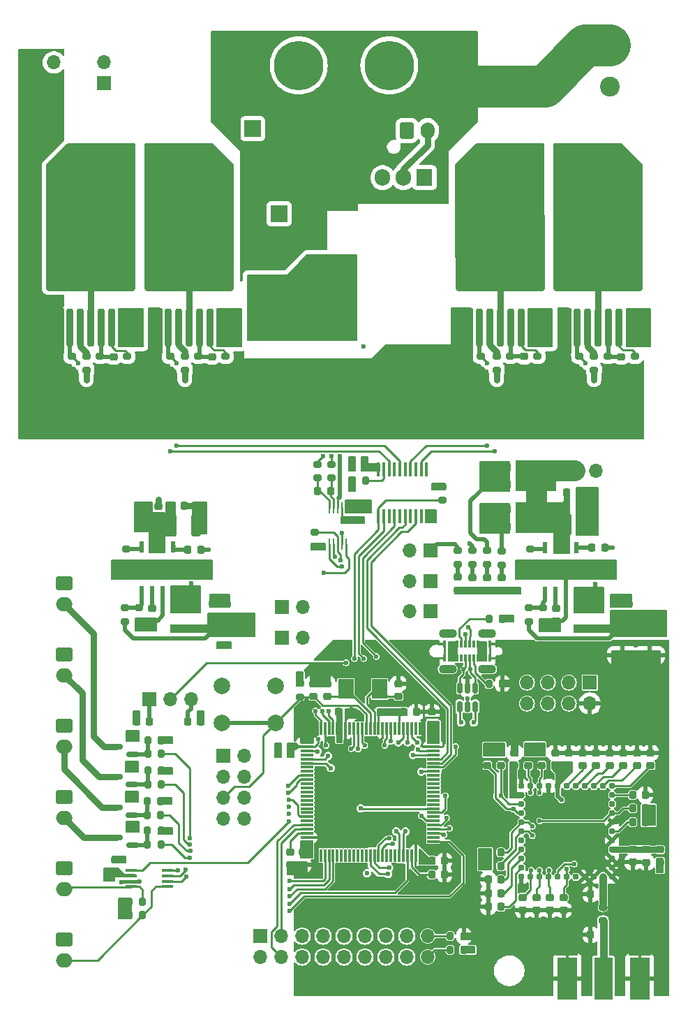
<source format=gbr>
%TF.GenerationSoftware,KiCad,Pcbnew,8.0.7*%
%TF.CreationDate,2025-03-30T10:34:42-04:00*%
%TF.ProjectId,RC-Car-Project,52432d43-6172-42d5-9072-6f6a6563742e,rev?*%
%TF.SameCoordinates,Original*%
%TF.FileFunction,Copper,L1,Top*%
%TF.FilePolarity,Positive*%
%FSLAX46Y46*%
G04 Gerber Fmt 4.6, Leading zero omitted, Abs format (unit mm)*
G04 Created by KiCad (PCBNEW 8.0.7) date 2025-03-30 10:34:42*
%MOMM*%
%LPD*%
G01*
G04 APERTURE LIST*
G04 Aperture macros list*
%AMRoundRect*
0 Rectangle with rounded corners*
0 $1 Rounding radius*
0 $2 $3 $4 $5 $6 $7 $8 $9 X,Y pos of 4 corners*
0 Add a 4 corners polygon primitive as box body*
4,1,4,$2,$3,$4,$5,$6,$7,$8,$9,$2,$3,0*
0 Add four circle primitives for the rounded corners*
1,1,$1+$1,$2,$3*
1,1,$1+$1,$4,$5*
1,1,$1+$1,$6,$7*
1,1,$1+$1,$8,$9*
0 Add four rect primitives between the rounded corners*
20,1,$1+$1,$2,$3,$4,$5,0*
20,1,$1+$1,$4,$5,$6,$7,0*
20,1,$1+$1,$6,$7,$8,$9,0*
20,1,$1+$1,$8,$9,$2,$3,0*%
G04 Aperture macros list end*
%TA.AperFunction,Conductor*%
%ADD10C,0.200000*%
%TD*%
%TA.AperFunction,SMDPad,CuDef*%
%ADD11R,0.599999X1.450000*%
%TD*%
%TA.AperFunction,ComponentPad*%
%ADD12C,0.600000*%
%TD*%
%TA.AperFunction,SMDPad,CuDef*%
%ADD13R,3.099999X2.400000*%
%TD*%
%TA.AperFunction,SMDPad,CuDef*%
%ADD14R,8.128000X4.445000*%
%TD*%
%TA.AperFunction,SMDPad,CuDef*%
%ADD15R,3.302000X2.311400*%
%TD*%
%TA.AperFunction,ComponentPad*%
%ADD16C,2.400000*%
%TD*%
%TA.AperFunction,SMDPad,CuDef*%
%ADD17R,1.900000X2.400000*%
%TD*%
%TA.AperFunction,SMDPad,CuDef*%
%ADD18RoundRect,0.225000X-0.250000X0.225000X-0.250000X-0.225000X0.250000X-0.225000X0.250000X0.225000X0*%
%TD*%
%TA.AperFunction,SMDPad,CuDef*%
%ADD19RoundRect,0.225000X-0.225000X-0.250000X0.225000X-0.250000X0.225000X0.250000X-0.225000X0.250000X0*%
%TD*%
%TA.AperFunction,SMDPad,CuDef*%
%ADD20RoundRect,0.200000X-0.275000X0.200000X-0.275000X-0.200000X0.275000X-0.200000X0.275000X0.200000X0*%
%TD*%
%TA.AperFunction,SMDPad,CuDef*%
%ADD21RoundRect,0.225000X0.250000X-0.225000X0.250000X0.225000X-0.250000X0.225000X-0.250000X-0.225000X0*%
%TD*%
%TA.AperFunction,SMDPad,CuDef*%
%ADD22R,2.290000X5.080000*%
%TD*%
%TA.AperFunction,SMDPad,CuDef*%
%ADD23R,2.420000X5.080000*%
%TD*%
%TA.AperFunction,SMDPad,CuDef*%
%ADD24R,0.460000X0.950000*%
%TD*%
%TA.AperFunction,ComponentPad*%
%ADD25C,0.970000*%
%TD*%
%TA.AperFunction,SMDPad,CuDef*%
%ADD26RoundRect,0.200000X0.200000X0.275000X-0.200000X0.275000X-0.200000X-0.275000X0.200000X-0.275000X0*%
%TD*%
%TA.AperFunction,SMDPad,CuDef*%
%ADD27RoundRect,0.200000X-0.200000X-0.275000X0.200000X-0.275000X0.200000X0.275000X-0.200000X0.275000X0*%
%TD*%
%TA.AperFunction,SMDPad,CuDef*%
%ADD28R,3.700000X0.980000*%
%TD*%
%TA.AperFunction,ComponentPad*%
%ADD29RoundRect,1.500000X1.500000X1.500000X-1.500000X1.500000X-1.500000X-1.500000X1.500000X-1.500000X0*%
%TD*%
%TA.AperFunction,ComponentPad*%
%ADD30C,6.000000*%
%TD*%
%TA.AperFunction,SMDPad,CuDef*%
%ADD31RoundRect,0.200000X0.275000X-0.200000X0.275000X0.200000X-0.275000X0.200000X-0.275000X-0.200000X0*%
%TD*%
%TA.AperFunction,ComponentPad*%
%ADD32R,1.700000X1.700000*%
%TD*%
%TA.AperFunction,ComponentPad*%
%ADD33O,1.700000X1.700000*%
%TD*%
%TA.AperFunction,SMDPad,CuDef*%
%ADD34RoundRect,0.200000X0.200000X-2.100000X0.200000X2.100000X-0.200000X2.100000X-0.200000X-2.100000X0*%
%TD*%
%TA.AperFunction,SMDPad,CuDef*%
%ADD35RoundRect,0.250000X2.375000X-2.025000X2.375000X2.025000X-2.375000X2.025000X-2.375000X-2.025000X0*%
%TD*%
%TA.AperFunction,SMDPad,CuDef*%
%ADD36RoundRect,0.250002X5.149998X-4.449998X5.149998X4.449998X-5.149998X4.449998X-5.149998X-4.449998X0*%
%TD*%
%TA.AperFunction,SMDPad,CuDef*%
%ADD37RoundRect,0.250000X-0.325000X-1.100000X0.325000X-1.100000X0.325000X1.100000X-0.325000X1.100000X0*%
%TD*%
%TA.AperFunction,SMDPad,CuDef*%
%ADD38RoundRect,0.150000X-0.150000X0.512500X-0.150000X-0.512500X0.150000X-0.512500X0.150000X0.512500X0*%
%TD*%
%TA.AperFunction,SMDPad,CuDef*%
%ADD39R,1.371600X0.457200*%
%TD*%
%TA.AperFunction,SMDPad,CuDef*%
%ADD40RoundRect,0.218750X0.256250X-0.218750X0.256250X0.218750X-0.256250X0.218750X-0.256250X-0.218750X0*%
%TD*%
%TA.AperFunction,SMDPad,CuDef*%
%ADD41RoundRect,0.075000X-0.075000X0.725000X-0.075000X-0.725000X0.075000X-0.725000X0.075000X0.725000X0*%
%TD*%
%TA.AperFunction,SMDPad,CuDef*%
%ADD42RoundRect,0.075000X-0.725000X0.075000X-0.725000X-0.075000X0.725000X-0.075000X0.725000X0.075000X0*%
%TD*%
%TA.AperFunction,ComponentPad*%
%ADD43RoundRect,0.250000X-0.750000X0.600000X-0.750000X-0.600000X0.750000X-0.600000X0.750000X0.600000X0*%
%TD*%
%TA.AperFunction,ComponentPad*%
%ADD44O,2.000000X1.700000*%
%TD*%
%TA.AperFunction,ComponentPad*%
%ADD45R,1.905000X2.000000*%
%TD*%
%TA.AperFunction,ComponentPad*%
%ADD46O,1.905000X2.000000*%
%TD*%
%TA.AperFunction,SMDPad,CuDef*%
%ADD47RoundRect,0.225000X0.225000X0.250000X-0.225000X0.250000X-0.225000X-0.250000X0.225000X-0.250000X0*%
%TD*%
%TA.AperFunction,SMDPad,CuDef*%
%ADD48RoundRect,0.360000X0.360000X0.440000X-0.360000X0.440000X-0.360000X-0.440000X0.360000X-0.440000X0*%
%TD*%
%TA.AperFunction,SMDPad,CuDef*%
%ADD49R,4.960000X3.800000*%
%TD*%
%TA.AperFunction,SMDPad,CuDef*%
%ADD50RoundRect,0.150000X0.587500X0.150000X-0.587500X0.150000X-0.587500X-0.150000X0.587500X-0.150000X0*%
%TD*%
%TA.AperFunction,SMDPad,CuDef*%
%ADD51RoundRect,0.250000X-1.100000X0.325000X-1.100000X-0.325000X1.100000X-0.325000X1.100000X0.325000X0*%
%TD*%
%TA.AperFunction,ComponentPad*%
%ADD52R,2.000000X2.000000*%
%TD*%
%TA.AperFunction,ComponentPad*%
%ADD53C,2.000000*%
%TD*%
%TA.AperFunction,SMDPad,CuDef*%
%ADD54R,0.355600X1.676400*%
%TD*%
%TA.AperFunction,SMDPad,CuDef*%
%ADD55RoundRect,0.175000X0.175000X0.175000X-0.175000X0.175000X-0.175000X-0.175000X0.175000X-0.175000X0*%
%TD*%
%TA.AperFunction,SMDPad,CuDef*%
%ADD56RoundRect,0.175000X0.175000X-0.175000X0.175000X0.175000X-0.175000X0.175000X-0.175000X-0.175000X0*%
%TD*%
%TA.AperFunction,SMDPad,CuDef*%
%ADD57RoundRect,0.175000X-0.175000X0.175000X-0.175000X-0.175000X0.175000X-0.175000X0.175000X0.175000X0*%
%TD*%
%TA.AperFunction,SMDPad,CuDef*%
%ADD58RoundRect,0.175000X-0.175000X-0.175000X0.175000X-0.175000X0.175000X0.175000X-0.175000X0.175000X0*%
%TD*%
%TA.AperFunction,SMDPad,CuDef*%
%ADD59R,0.279400X1.333500*%
%TD*%
%TA.AperFunction,SMDPad,CuDef*%
%ADD60R,1.200000X1.200000*%
%TD*%
%TA.AperFunction,ComponentPad*%
%ADD61RoundRect,1.500000X-1.500000X-1.500000X1.500000X-1.500000X1.500000X1.500000X-1.500000X1.500000X0*%
%TD*%
%TA.AperFunction,ComponentPad*%
%ADD62RoundRect,0.250000X-0.600000X-0.750000X0.600000X-0.750000X0.600000X0.750000X-0.600000X0.750000X0*%
%TD*%
%TA.AperFunction,ComponentPad*%
%ADD63O,1.700000X2.000000*%
%TD*%
%TA.AperFunction,SMDPad,CuDef*%
%ADD64R,0.300000X0.870000*%
%TD*%
%TA.AperFunction,ComponentPad*%
%ADD65O,2.200000X1.100000*%
%TD*%
%TA.AperFunction,ViaPad*%
%ADD66C,0.600000*%
%TD*%
%TA.AperFunction,Conductor*%
%ADD67C,5.080000*%
%TD*%
%TA.AperFunction,Conductor*%
%ADD68C,2.540000*%
%TD*%
%TA.AperFunction,Conductor*%
%ADD69C,0.254000*%
%TD*%
%TA.AperFunction,Conductor*%
%ADD70C,0.508000*%
%TD*%
%TA.AperFunction,Conductor*%
%ADD71C,0.381000*%
%TD*%
%TA.AperFunction,Conductor*%
%ADD72C,0.762000*%
%TD*%
%TA.AperFunction,Conductor*%
%ADD73C,1.016000*%
%TD*%
%TA.AperFunction,Conductor*%
%ADD74C,0.942848*%
%TD*%
%TA.AperFunction,Conductor*%
%ADD75C,0.276098*%
%TD*%
%TA.AperFunction,Conductor*%
%ADD76C,0.286004*%
%TD*%
G04 APERTURE END LIST*
%TO.N,GNDA*%
D10*
X123541000Y-138115000D02*
X125065000Y-138115000D01*
X125065000Y-139385000D01*
X123541000Y-139385000D01*
X123541000Y-138115000D01*
%TA.AperFunction,Conductor*%
G36*
X123541000Y-138115000D02*
G01*
X125065000Y-138115000D01*
X125065000Y-139385000D01*
X123541000Y-139385000D01*
X123541000Y-138115000D01*
G37*
%TD.AperFunction*%
%TO.N,/Connectors/M1_RIGHT*%
X124587000Y-69723000D02*
X113919000Y-69723000D01*
X113919000Y-58547000D01*
X116459000Y-56007000D01*
X124587000Y-56007000D01*
X124587000Y-69723000D01*
%TA.AperFunction,Conductor*%
G36*
X124587000Y-69723000D02*
G01*
X113919000Y-69723000D01*
X113919000Y-58547000D01*
X116459000Y-56007000D01*
X124587000Y-56007000D01*
X124587000Y-69723000D01*
G37*
%TD.AperFunction*%
%TO.N,GNDA*%
X173736000Y-113538000D02*
X176276000Y-113538000D01*
X176276000Y-115062000D01*
X173736000Y-115062000D01*
X173736000Y-113538000D01*
%TA.AperFunction,Conductor*%
G36*
X173736000Y-113538000D02*
G01*
X176276000Y-113538000D01*
X176276000Y-115062000D01*
X173736000Y-115062000D01*
X173736000Y-113538000D01*
G37*
%TD.AperFunction*%
X124460000Y-124714000D02*
X125222000Y-124714000D01*
X125222000Y-126365000D01*
X124460000Y-126365000D01*
X124460000Y-124714000D01*
%TA.AperFunction,Conductor*%
G36*
X124460000Y-124714000D02*
G01*
X125222000Y-124714000D01*
X125222000Y-126365000D01*
X124460000Y-126365000D01*
X124460000Y-124714000D01*
G37*
%TD.AperFunction*%
X141605000Y-128651000D02*
X142367000Y-128651000D01*
X142367000Y-130302000D01*
X141605000Y-130302000D01*
X141605000Y-128651000D01*
%TA.AperFunction,Conductor*%
G36*
X141605000Y-128651000D02*
G01*
X142367000Y-128651000D01*
X142367000Y-130302000D01*
X141605000Y-130302000D01*
X141605000Y-128651000D01*
G37*
%TD.AperFunction*%
%TO.N,VDD_USB*%
X166497000Y-99568000D02*
X170053000Y-99568000D01*
X170053000Y-103124000D01*
X166497000Y-103124000D01*
X166497000Y-99568000D01*
%TA.AperFunction,Conductor*%
G36*
X166497000Y-99568000D02*
G01*
X170053000Y-99568000D01*
X170053000Y-103124000D01*
X166497000Y-103124000D01*
X166497000Y-99568000D01*
G37*
%TD.AperFunction*%
%TO.N,GNDA*%
X123500020Y-130787775D02*
X125024020Y-130787775D01*
X125024020Y-132057775D01*
X123500020Y-132057775D01*
X123500020Y-130787775D01*
%TA.AperFunction,Conductor*%
G36*
X123500020Y-130787775D02*
G01*
X125024020Y-130787775D01*
X125024020Y-132057775D01*
X123500020Y-132057775D01*
X123500020Y-130787775D01*
G37*
%TD.AperFunction*%
X145923809Y-120219880D02*
X148336809Y-120219880D01*
X148336809Y-121743880D01*
X145923809Y-121743880D01*
X145923809Y-120219880D01*
%TA.AperFunction,Conductor*%
G36*
X145923809Y-120219880D02*
G01*
X148336809Y-120219880D01*
X148336809Y-121743880D01*
X145923809Y-121743880D01*
X145923809Y-120219880D01*
G37*
%TD.AperFunction*%
X177546000Y-81280000D02*
X176022000Y-81280000D01*
X176022000Y-75946000D01*
X177546000Y-75946000D01*
X177546000Y-81280000D01*
%TA.AperFunction,Conductor*%
G36*
X177546000Y-81280000D02*
G01*
X176022000Y-81280000D01*
X176022000Y-75946000D01*
X177546000Y-75946000D01*
X177546000Y-81280000D01*
G37*
%TD.AperFunction*%
%TO.N,VDD_BATT*%
X166497000Y-94488000D02*
X170053000Y-94488000D01*
X170053000Y-98044000D01*
X166497000Y-98044000D01*
X166497000Y-94488000D01*
%TA.AperFunction,Conductor*%
G36*
X166497000Y-94488000D02*
G01*
X170053000Y-94488000D01*
X170053000Y-98044000D01*
X166497000Y-98044000D01*
X166497000Y-94488000D01*
G37*
%TD.AperFunction*%
%TO.N,GNDA*%
X175768000Y-152781000D02*
X178308000Y-152781000D01*
X178308000Y-154305000D01*
X175768000Y-154305000D01*
X175768000Y-152781000D01*
%TA.AperFunction,Conductor*%
G36*
X175768000Y-152781000D02*
G01*
X178308000Y-152781000D01*
X178308000Y-154305000D01*
X175768000Y-154305000D01*
X175768000Y-152781000D01*
G37*
%TD.AperFunction*%
X149669500Y-101219000D02*
X152463500Y-101219000D01*
X152463500Y-101981000D01*
X149669500Y-101981000D01*
X149669500Y-101219000D01*
%TA.AperFunction,Conductor*%
G36*
X149669500Y-101219000D02*
G01*
X152463500Y-101219000D01*
X152463500Y-101981000D01*
X149669500Y-101981000D01*
X149669500Y-101219000D01*
G37*
%TD.AperFunction*%
X164211000Y-151638000D02*
X165862000Y-151638000D01*
X165862000Y-152400000D01*
X164211000Y-152400000D01*
X164211000Y-151638000D01*
%TA.AperFunction,Conductor*%
G36*
X164211000Y-151638000D02*
G01*
X165862000Y-151638000D01*
X165862000Y-152400000D01*
X164211000Y-152400000D01*
X164211000Y-151638000D01*
G37*
%TD.AperFunction*%
X122682207Y-147439133D02*
X124206207Y-147439133D01*
X124206207Y-149852133D01*
X122682207Y-149852133D01*
X122682207Y-147439133D01*
%TA.AperFunction,Conductor*%
G36*
X122682207Y-147439133D02*
G01*
X124206207Y-147439133D01*
X124206207Y-149852133D01*
X122682207Y-149852133D01*
X122682207Y-147439133D01*
G37*
%TD.AperFunction*%
X123543852Y-127073065D02*
X125067852Y-127073065D01*
X125067852Y-128343065D01*
X123543852Y-128343065D01*
X123543852Y-127073065D01*
%TA.AperFunction,Conductor*%
G36*
X123543852Y-127073065D02*
G01*
X125067852Y-127073065D01*
X125067852Y-128343065D01*
X123543852Y-128343065D01*
X123543852Y-127073065D01*
G37*
%TD.AperFunction*%
X152182105Y-125214354D02*
X152182105Y-125595354D01*
X150531105Y-125595354D01*
X150226305Y-125849354D01*
X150226305Y-127500354D01*
X150150105Y-127500354D01*
X150150105Y-125214354D01*
X150150105Y-124452354D01*
X151420105Y-124452354D01*
X152182105Y-125214354D01*
%TA.AperFunction,Conductor*%
G36*
X152182105Y-125214354D02*
G01*
X152182105Y-125595354D01*
X150531105Y-125595354D01*
X150226305Y-125849354D01*
X150226305Y-127500354D01*
X150150105Y-127500354D01*
X150150105Y-125214354D01*
X150150105Y-124452354D01*
X151420105Y-124452354D01*
X152182105Y-125214354D01*
G37*
%TD.AperFunction*%
%TO.N,VDD_BATT*%
X134620000Y-75946000D02*
X137541000Y-75946000D01*
X137541000Y-80518000D01*
X134620000Y-80518000D01*
X134620000Y-75946000D01*
%TA.AperFunction,Conductor*%
G36*
X134620000Y-75946000D02*
G01*
X137541000Y-75946000D01*
X137541000Y-80518000D01*
X134620000Y-80518000D01*
X134620000Y-75946000D01*
G37*
%TD.AperFunction*%
%TO.N,GNDA*%
X183007000Y-108712000D02*
X170815000Y-108712000D01*
X170815000Y-106426000D01*
X183007000Y-106426000D01*
X183007000Y-108712000D01*
%TA.AperFunction,Conductor*%
G36*
X183007000Y-108712000D02*
G01*
X170815000Y-108712000D01*
X170815000Y-106426000D01*
X183007000Y-106426000D01*
X183007000Y-108712000D01*
G37*
%TD.AperFunction*%
%TO.N,+3V3*%
X150622000Y-96393000D02*
X151384000Y-96393000D01*
X151384000Y-98044000D01*
X150622000Y-98044000D01*
X150622000Y-96393000D01*
%TA.AperFunction,Conductor*%
G36*
X150622000Y-96393000D02*
G01*
X151384000Y-96393000D01*
X151384000Y-98044000D01*
X150622000Y-98044000D01*
X150622000Y-96393000D01*
G37*
%TD.AperFunction*%
%TO.N,VDD_USB*%
X166243000Y-116332000D02*
X167259000Y-116332000D01*
X167259000Y-118618000D01*
X166243000Y-118618000D01*
X166243000Y-116332000D01*
%TA.AperFunction,Conductor*%
G36*
X166243000Y-116332000D02*
G01*
X167259000Y-116332000D01*
X167259000Y-118618000D01*
X166243000Y-118618000D01*
X166243000Y-116332000D01*
G37*
%TD.AperFunction*%
%TO.N,+3V3*%
X186214093Y-136146965D02*
X187738093Y-136146965D01*
X187738093Y-138559965D01*
X186214093Y-138559965D01*
X186214093Y-136146965D01*
%TA.AperFunction,Conductor*%
G36*
X186214093Y-136146965D02*
G01*
X187738093Y-136146965D01*
X187738093Y-138559965D01*
X186214093Y-138559965D01*
X186214093Y-136146965D01*
G37*
%TD.AperFunction*%
%TO.N,Net-(D8-K)*%
X132588000Y-112649000D02*
X129032000Y-112649000D01*
X129032000Y-109601000D01*
X132588000Y-109601000D01*
X132588000Y-112649000D01*
%TA.AperFunction,Conductor*%
G36*
X132588000Y-112649000D02*
G01*
X129032000Y-112649000D01*
X129032000Y-109601000D01*
X132588000Y-109601000D01*
X132588000Y-112649000D01*
G37*
%TD.AperFunction*%
%TO.N,GNDA*%
X150622000Y-93916500D02*
X151384000Y-93916500D01*
X151384000Y-95567500D01*
X150622000Y-95567500D01*
X150622000Y-93916500D01*
%TA.AperFunction,Conductor*%
G36*
X150622000Y-93916500D02*
G01*
X151384000Y-93916500D01*
X151384000Y-95567500D01*
X150622000Y-95567500D01*
X150622000Y-93916500D01*
G37*
%TD.AperFunction*%
X168910000Y-121031000D02*
X170561000Y-121031000D01*
X170561000Y-121793000D01*
X168910000Y-121793000D01*
X168910000Y-121031000D01*
%TA.AperFunction,Conductor*%
G36*
X168910000Y-121031000D02*
G01*
X170561000Y-121031000D01*
X170561000Y-121793000D01*
X168910000Y-121793000D01*
X168910000Y-121031000D01*
G37*
%TD.AperFunction*%
%TO.N,+3V3*%
X187960000Y-142621000D02*
X188722000Y-142621000D01*
X188722000Y-144272000D01*
X187960000Y-144272000D01*
X187960000Y-142621000D01*
%TA.AperFunction,Conductor*%
G36*
X187960000Y-142621000D02*
G01*
X188722000Y-142621000D01*
X188722000Y-144272000D01*
X187960000Y-144272000D01*
X187960000Y-142621000D01*
G37*
%TD.AperFunction*%
X182372000Y-112522000D02*
X189087000Y-112522000D01*
X189087000Y-115697000D01*
X182372000Y-115697000D01*
X182372000Y-112522000D01*
%TA.AperFunction,Conductor*%
G36*
X182372000Y-112522000D02*
G01*
X189087000Y-112522000D01*
X189087000Y-115697000D01*
X182372000Y-115697000D01*
X182372000Y-112522000D01*
G37*
%TD.AperFunction*%
%TO.N,GNDA*%
X127889000Y-81280000D02*
X126365000Y-81280000D01*
X126365000Y-75946000D01*
X127889000Y-75946000D01*
X127889000Y-81280000D01*
%TA.AperFunction,Conductor*%
G36*
X127889000Y-81280000D02*
G01*
X126365000Y-81280000D01*
X126365000Y-75946000D01*
X127889000Y-75946000D01*
X127889000Y-81280000D01*
G37*
%TD.AperFunction*%
%TO.N,+3V3*%
X170116682Y-130938749D02*
X170878682Y-130938749D01*
X170878682Y-135256749D01*
X170116682Y-135256749D01*
X170116682Y-130938749D01*
%TA.AperFunction,Conductor*%
G36*
X170116682Y-130938749D02*
G01*
X170878682Y-130938749D01*
X170878682Y-135256749D01*
X170116682Y-135256749D01*
X170116682Y-130938749D01*
G37*
%TD.AperFunction*%
%TO.N,GNDA*%
X127508000Y-131572000D02*
X129159000Y-131572000D01*
X129159000Y-132334000D01*
X127508000Y-132334000D01*
X127508000Y-131572000D01*
%TA.AperFunction,Conductor*%
G36*
X127508000Y-131572000D02*
G01*
X129159000Y-131572000D01*
X129159000Y-132334000D01*
X127508000Y-132334000D01*
X127508000Y-131572000D01*
G37*
%TD.AperFunction*%
X137668000Y-82042000D02*
X153670000Y-82042000D01*
X153670000Y-87884000D01*
X137668000Y-87884000D01*
X137668000Y-82042000D01*
%TA.AperFunction,Conductor*%
G36*
X137668000Y-82042000D02*
G01*
X153670000Y-82042000D01*
X153670000Y-87884000D01*
X137668000Y-87884000D01*
X137668000Y-82042000D01*
G37*
%TD.AperFunction*%
X133731000Y-110617000D02*
X136144000Y-110617000D01*
X136144000Y-112141000D01*
X133731000Y-112141000D01*
X133731000Y-110617000D01*
%TA.AperFunction,Conductor*%
G36*
X133731000Y-110617000D02*
G01*
X136144000Y-110617000D01*
X136144000Y-112141000D01*
X133731000Y-112141000D01*
X133731000Y-110617000D01*
G37*
%TD.AperFunction*%
%TO.N,VDD_USB*%
X163703000Y-118618000D02*
X162687000Y-118618000D01*
X162687000Y-116332000D01*
X163703000Y-116332000D01*
X163703000Y-118618000D01*
%TA.AperFunction,Conductor*%
G36*
X163703000Y-118618000D02*
G01*
X162687000Y-118618000D01*
X162687000Y-116332000D01*
X163703000Y-116332000D01*
X163703000Y-118618000D01*
G37*
%TD.AperFunction*%
%TO.N,+3V3*%
X120865900Y-143764000D02*
X122135900Y-143764000D01*
X122135900Y-145288000D01*
X120865900Y-145288000D01*
X120865900Y-143764000D01*
%TA.AperFunction,Conductor*%
G36*
X120865900Y-143764000D02*
G01*
X122135900Y-143764000D01*
X122135900Y-145288000D01*
X120865900Y-145288000D01*
X120865900Y-143764000D01*
G37*
%TD.AperFunction*%
%TO.N,GNDA*%
X146304000Y-128524000D02*
X144780000Y-128524000D01*
X144780000Y-126111000D01*
X146304000Y-126111000D01*
X146304000Y-128524000D01*
%TA.AperFunction,Conductor*%
G36*
X146304000Y-128524000D02*
G01*
X144780000Y-128524000D01*
X144780000Y-126111000D01*
X146304000Y-126111000D01*
X146304000Y-128524000D01*
G37*
%TD.AperFunction*%
X124714000Y-113488454D02*
X127254000Y-113488454D01*
X127254000Y-115012454D01*
X124714000Y-115012454D01*
X124714000Y-113488454D01*
%TA.AperFunction,Conductor*%
G36*
X124714000Y-113488454D02*
G01*
X127254000Y-113488454D01*
X127254000Y-115012454D01*
X124714000Y-115012454D01*
X124714000Y-113488454D01*
G37*
%TD.AperFunction*%
%TO.N,+12V*%
X133477000Y-112861000D02*
X139192000Y-112861000D01*
X139192000Y-115655000D01*
X133477000Y-115655000D01*
X133477000Y-112861000D01*
%TA.AperFunction,Conductor*%
G36*
X133477000Y-112861000D02*
G01*
X139192000Y-112861000D01*
X139192000Y-115655000D01*
X133477000Y-115655000D01*
X133477000Y-112861000D01*
G37*
%TD.AperFunction*%
%TO.N,Net-(F1-Pad2)*%
X151511000Y-79756000D02*
X138303000Y-79756000D01*
X138303000Y-71882000D01*
X143129000Y-71882000D01*
X145542000Y-69469000D01*
X151511000Y-69469000D01*
X151511000Y-79756000D01*
%TA.AperFunction,Conductor*%
G36*
X151511000Y-79756000D02*
G01*
X138303000Y-79756000D01*
X138303000Y-71882000D01*
X143129000Y-71882000D01*
X145542000Y-69469000D01*
X151511000Y-69469000D01*
X151511000Y-79756000D01*
G37*
%TD.AperFunction*%
%TO.N,GNDA*%
X161163000Y-101854000D02*
X160020000Y-101854000D01*
X160020000Y-100330000D01*
X161163000Y-100330000D01*
X161163000Y-101854000D01*
%TA.AperFunction,Conductor*%
G36*
X161163000Y-101854000D02*
G01*
X160020000Y-101854000D01*
X160020000Y-100330000D01*
X161163000Y-100330000D01*
X161163000Y-101854000D01*
G37*
%TD.AperFunction*%
X184658000Y-152781000D02*
X187198000Y-152781000D01*
X187198000Y-154305000D01*
X184658000Y-154305000D01*
X184658000Y-152781000D01*
%TA.AperFunction,Conductor*%
G36*
X184658000Y-152781000D02*
G01*
X187198000Y-152781000D01*
X187198000Y-154305000D01*
X184658000Y-154305000D01*
X184658000Y-152781000D01*
G37*
%TD.AperFunction*%
%TO.N,+3V3*%
X152146000Y-93916500D02*
X152908000Y-93916500D01*
X152908000Y-95567500D01*
X152146000Y-95567500D01*
X152146000Y-93916500D01*
%TA.AperFunction,Conductor*%
G36*
X152146000Y-93916500D02*
G01*
X152908000Y-93916500D01*
X152908000Y-95567500D01*
X152146000Y-95567500D01*
X152146000Y-93916500D01*
G37*
%TD.AperFunction*%
X166370000Y-141414500D02*
X167894000Y-141414500D01*
X167894000Y-143954500D01*
X166370000Y-143954500D01*
X166370000Y-141414500D01*
%TA.AperFunction,Conductor*%
G36*
X166370000Y-141414500D02*
G01*
X167894000Y-141414500D01*
X167894000Y-143954500D01*
X166370000Y-143954500D01*
X166370000Y-141414500D01*
G37*
%TD.AperFunction*%
X166954297Y-128655206D02*
X169494297Y-128655206D01*
X169494297Y-130179206D01*
X166954297Y-130179206D01*
X166954297Y-128655206D01*
%TA.AperFunction,Conductor*%
G36*
X166954297Y-128655206D02*
G01*
X169494297Y-128655206D01*
X169494297Y-130179206D01*
X166954297Y-130179206D01*
X166954297Y-128655206D01*
G37*
%TD.AperFunction*%
X161544000Y-128651000D02*
X160147000Y-128651000D01*
X160147000Y-125984000D01*
X161544000Y-125984000D01*
X161544000Y-128651000D01*
%TA.AperFunction,Conductor*%
G36*
X161544000Y-128651000D02*
G01*
X160147000Y-128651000D01*
X160147000Y-125984000D01*
X161544000Y-125984000D01*
X161544000Y-128651000D01*
G37*
%TD.AperFunction*%
%TO.N,Net-(D7-K)*%
X181483000Y-112776000D02*
X177927000Y-112776000D01*
X177927000Y-109728000D01*
X181483000Y-109728000D01*
X181483000Y-112776000D01*
%TA.AperFunction,Conductor*%
G36*
X181483000Y-112776000D02*
G01*
X177927000Y-112776000D01*
X177927000Y-109728000D01*
X181483000Y-109728000D01*
X181483000Y-112776000D01*
G37*
%TD.AperFunction*%
%TO.N,GNDA*%
X143129000Y-143002000D02*
X145542000Y-143002000D01*
X145542000Y-144526000D01*
X143129000Y-144526000D01*
X143129000Y-143002000D01*
%TA.AperFunction,Conductor*%
G36*
X143129000Y-143002000D02*
G01*
X145542000Y-143002000D01*
X145542000Y-144526000D01*
X143129000Y-144526000D01*
X143129000Y-143002000D01*
G37*
%TD.AperFunction*%
X115951000Y-81280000D02*
X114427000Y-81280000D01*
X114427000Y-75946000D01*
X115951000Y-75946000D01*
X115951000Y-81280000D01*
%TA.AperFunction,Conductor*%
G36*
X115951000Y-81280000D02*
G01*
X114427000Y-81280000D01*
X114427000Y-75946000D01*
X115951000Y-75946000D01*
X115951000Y-81280000D01*
G37*
%TD.AperFunction*%
%TO.N,+3V3*%
X150192897Y-99187000D02*
X153289000Y-99187000D01*
X153289000Y-100711000D01*
X150192897Y-100711000D01*
X150192897Y-99187000D01*
%TA.AperFunction,Conductor*%
G36*
X150192897Y-99187000D02*
G01*
X153289000Y-99187000D01*
X153289000Y-100711000D01*
X150192897Y-100711000D01*
X150192897Y-99187000D01*
G37*
%TD.AperFunction*%
%TO.N,VDD_BATT*%
X126365000Y-100711000D02*
X128270000Y-100711000D01*
X128270000Y-105537000D01*
X126365000Y-105537000D01*
X126365000Y-100711000D01*
%TA.AperFunction,Conductor*%
G36*
X126365000Y-100711000D02*
G01*
X128270000Y-100711000D01*
X128270000Y-105537000D01*
X126365000Y-105537000D01*
X126365000Y-100711000D01*
G37*
%TD.AperFunction*%
%TO.N,+3V3*%
X154305000Y-95631000D02*
X152146000Y-95631000D01*
X152146000Y-94742000D01*
X154305000Y-94742000D01*
X154305000Y-95631000D01*
%TA.AperFunction,Conductor*%
G36*
X154305000Y-95631000D02*
G01*
X152146000Y-95631000D01*
X152146000Y-94742000D01*
X154305000Y-94742000D01*
X154305000Y-95631000D01*
G37*
%TD.AperFunction*%
%TO.N,GND_BATT*%
X147002500Y-60452000D02*
X151574500Y-60452000D01*
X151574500Y-64008000D01*
X147002500Y-64008000D01*
X147002500Y-60452000D01*
%TA.AperFunction,Conductor*%
G36*
X147002500Y-60452000D02*
G01*
X151574500Y-60452000D01*
X151574500Y-64008000D01*
X147002500Y-64008000D01*
X147002500Y-60452000D01*
G37*
%TD.AperFunction*%
%TO.N,GNDA*%
X133985000Y-108712000D02*
X121793000Y-108712000D01*
X121793000Y-106426000D01*
X133985000Y-106426000D01*
X133985000Y-108712000D01*
%TA.AperFunction,Conductor*%
G36*
X133985000Y-108712000D02*
G01*
X121793000Y-108712000D01*
X121793000Y-106426000D01*
X133985000Y-106426000D01*
X133985000Y-108712000D01*
G37*
%TD.AperFunction*%
%TO.N,+3V3*%
X132207000Y-124714000D02*
X132969000Y-124714000D01*
X132969000Y-126365000D01*
X132207000Y-126365000D01*
X132207000Y-124714000D01*
%TA.AperFunction,Conductor*%
G36*
X132207000Y-124714000D02*
G01*
X132969000Y-124714000D01*
X132969000Y-126365000D01*
X132207000Y-126365000D01*
X132207000Y-124714000D01*
G37*
%TD.AperFunction*%
%TO.N,VDD_BATT*%
X122682000Y-75946000D02*
X125603000Y-75946000D01*
X125603000Y-80518000D01*
X122682000Y-80518000D01*
X122682000Y-75946000D01*
%TA.AperFunction,Conductor*%
G36*
X122682000Y-75946000D02*
G01*
X125603000Y-75946000D01*
X125603000Y-80518000D01*
X122682000Y-80518000D01*
X122682000Y-75946000D01*
G37*
%TD.AperFunction*%
%TO.N,GNDA*%
X170307000Y-128524000D02*
X171069000Y-128524000D01*
X171069000Y-130175000D01*
X170307000Y-130175000D01*
X170307000Y-128524000D01*
%TA.AperFunction,Conductor*%
G36*
X170307000Y-128524000D02*
G01*
X171069000Y-128524000D01*
X171069000Y-130175000D01*
X170307000Y-130175000D01*
X170307000Y-128524000D01*
G37*
%TD.AperFunction*%
%TO.N,+3V3*%
X164211000Y-153289000D02*
X165862000Y-153289000D01*
X165862000Y-154051000D01*
X164211000Y-154051000D01*
X164211000Y-153289000D01*
%TA.AperFunction,Conductor*%
G36*
X164211000Y-153289000D02*
G01*
X165862000Y-153289000D01*
X165862000Y-154051000D01*
X164211000Y-154051000D01*
X164211000Y-153289000D01*
G37*
%TD.AperFunction*%
%TO.N,VDD_BATT*%
X124587000Y-99441000D02*
X126746000Y-99441000D01*
X126746000Y-102997000D01*
X124587000Y-102997000D01*
X124587000Y-99441000D01*
%TA.AperFunction,Conductor*%
G36*
X124587000Y-99441000D02*
G01*
X126746000Y-99441000D01*
X126746000Y-102997000D01*
X124587000Y-102997000D01*
X124587000Y-99441000D01*
G37*
%TD.AperFunction*%
%TO.N,GNDA*%
X127508000Y-127889000D02*
X129159000Y-127889000D01*
X129159000Y-128651000D01*
X127508000Y-128651000D01*
X127508000Y-127889000D01*
%TA.AperFunction,Conductor*%
G36*
X127508000Y-127889000D02*
G01*
X129159000Y-127889000D01*
X129159000Y-128651000D01*
X127508000Y-128651000D01*
X127508000Y-127889000D01*
G37*
%TD.AperFunction*%
X131649454Y-99441000D02*
X133300454Y-99441000D01*
X133300454Y-103251000D01*
X131649454Y-103251000D01*
X131649454Y-99441000D01*
%TA.AperFunction,Conductor*%
G36*
X131649454Y-99441000D02*
G01*
X133300454Y-99441000D01*
X133300454Y-103251000D01*
X131649454Y-103251000D01*
X131649454Y-99441000D01*
G37*
%TD.AperFunction*%
%TO.N,+3V3*%
X171962080Y-128615353D02*
X174375080Y-128615353D01*
X174375080Y-130139353D01*
X171962080Y-130139353D01*
X171962080Y-128615353D01*
%TA.AperFunction,Conductor*%
G36*
X171962080Y-128615353D02*
G01*
X174375080Y-128615353D01*
X174375080Y-130139353D01*
X171962080Y-130139353D01*
X171962080Y-128615353D01*
G37*
%TD.AperFunction*%
%TO.N,GNDA*%
X163449000Y-109729000D02*
X171450000Y-109729000D01*
X171450000Y-110491000D01*
X163449000Y-110491000D01*
X163449000Y-109729000D01*
%TA.AperFunction,Conductor*%
G36*
X163449000Y-109729000D02*
G01*
X171450000Y-109729000D01*
X171450000Y-110491000D01*
X163449000Y-110491000D01*
X163449000Y-109729000D01*
G37*
%TD.AperFunction*%
X165608000Y-81280000D02*
X164084000Y-81280000D01*
X164084000Y-75946000D01*
X165608000Y-75946000D01*
X165608000Y-81280000D01*
%TA.AperFunction,Conductor*%
G36*
X165608000Y-81280000D02*
G01*
X164084000Y-81280000D01*
X164084000Y-75946000D01*
X165608000Y-75946000D01*
X165608000Y-81280000D01*
G37*
%TD.AperFunction*%
X121881900Y-142367000D02*
X123532900Y-142367000D01*
X123532900Y-143129000D01*
X121881900Y-143129000D01*
X121881900Y-142367000D01*
%TA.AperFunction,Conductor*%
G36*
X121881900Y-142367000D02*
G01*
X123532900Y-142367000D01*
X123532900Y-143129000D01*
X121881900Y-143129000D01*
X121881900Y-142367000D01*
G37*
%TD.AperFunction*%
%TO.N,Net-(D5-K)*%
X175469000Y-99470000D02*
X177374000Y-99470000D01*
X177374000Y-105566000D01*
X175469000Y-105566000D01*
X175469000Y-99470000D01*
%TA.AperFunction,Conductor*%
G36*
X175469000Y-99470000D02*
G01*
X177374000Y-99470000D01*
X177374000Y-105566000D01*
X175469000Y-105566000D01*
X175469000Y-99470000D01*
G37*
%TD.AperFunction*%
%TO.N,GNDA*%
X168910000Y-113157000D02*
X170561000Y-113157000D01*
X170561000Y-113919000D01*
X168910000Y-113919000D01*
X168910000Y-113157000D01*
%TA.AperFunction,Conductor*%
G36*
X168910000Y-113157000D02*
G01*
X170561000Y-113157000D01*
X170561000Y-113919000D01*
X168910000Y-113919000D01*
X168910000Y-113157000D01*
G37*
%TD.AperFunction*%
%TO.N,+3V3*%
X146050000Y-104394000D02*
X147701000Y-104394000D01*
X147701000Y-105156000D01*
X146050000Y-105156000D01*
X146050000Y-104394000D01*
%TA.AperFunction,Conductor*%
G36*
X146050000Y-104394000D02*
G01*
X147701000Y-104394000D01*
X147701000Y-105156000D01*
X146050000Y-105156000D01*
X146050000Y-104394000D01*
G37*
%TD.AperFunction*%
%TO.N,VDD_BATT*%
X184277000Y-75946000D02*
X187198000Y-75946000D01*
X187198000Y-80518000D01*
X184277000Y-80518000D01*
X184277000Y-75946000D01*
%TA.AperFunction,Conductor*%
G36*
X184277000Y-75946000D02*
G01*
X187198000Y-75946000D01*
X187198000Y-80518000D01*
X184277000Y-80518000D01*
X184277000Y-75946000D01*
G37*
%TD.AperFunction*%
%TO.N,+3V3*%
X143129000Y-128651000D02*
X143891000Y-128651000D01*
X143891000Y-130302000D01*
X143129000Y-130302000D01*
X143129000Y-128651000D01*
%TA.AperFunction,Conductor*%
G36*
X143129000Y-128651000D02*
G01*
X143891000Y-128651000D01*
X143891000Y-130302000D01*
X143129000Y-130302000D01*
X143129000Y-128651000D01*
G37*
%TD.AperFunction*%
X144527500Y-128999214D02*
X146178500Y-128999214D01*
X146175528Y-129097294D01*
X144524528Y-129097294D01*
X144145000Y-129413000D01*
X143256000Y-129413000D01*
X143256000Y-128651000D01*
X144145000Y-128651000D01*
X144527500Y-128999214D01*
%TA.AperFunction,Conductor*%
G36*
X144527500Y-128999214D02*
G01*
X146178500Y-128999214D01*
X146175528Y-129097294D01*
X144524528Y-129097294D01*
X144145000Y-129413000D01*
X143256000Y-129413000D01*
X143256000Y-128651000D01*
X144145000Y-128651000D01*
X144527500Y-128999214D01*
G37*
%TD.AperFunction*%
%TO.N,VDD_BATT*%
X128397000Y-99441000D02*
X129540000Y-99441000D01*
X129540000Y-103505000D01*
X128397000Y-103505000D01*
X128397000Y-99441000D01*
%TA.AperFunction,Conductor*%
G36*
X128397000Y-99441000D02*
G01*
X129540000Y-99441000D01*
X129540000Y-103505000D01*
X128397000Y-103505000D01*
X128397000Y-99441000D01*
G37*
%TD.AperFunction*%
%TO.N,GNDA*%
X127474260Y-135268478D02*
X129125260Y-135268478D01*
X129125260Y-136030478D01*
X127474260Y-136030478D01*
X127474260Y-135268478D01*
%TA.AperFunction,Conductor*%
G36*
X127474260Y-135268478D02*
G01*
X129125260Y-135268478D01*
X129125260Y-136030478D01*
X127474260Y-136030478D01*
X127474260Y-135268478D01*
G37*
%TD.AperFunction*%
%TO.N,/Connectors/M2_RIGHT*%
X186182000Y-58547000D02*
X186182000Y-69723000D01*
X175514000Y-69723000D01*
X175514000Y-56007000D01*
X183642000Y-56007000D01*
X186182000Y-58547000D01*
%TA.AperFunction,Conductor*%
G36*
X186182000Y-58547000D02*
G01*
X186182000Y-69723000D01*
X175514000Y-69723000D01*
X175514000Y-56007000D01*
X183642000Y-56007000D01*
X186182000Y-58547000D01*
G37*
%TD.AperFunction*%
%TO.N,+3V3*%
X144272000Y-120015000D02*
X145034000Y-120015000D01*
X145034000Y-121666000D01*
X144272000Y-121666000D01*
X144272000Y-120015000D01*
%TA.AperFunction,Conductor*%
G36*
X144272000Y-120015000D02*
G01*
X145034000Y-120015000D01*
X145034000Y-121666000D01*
X144272000Y-121666000D01*
X144272000Y-120015000D01*
G37*
%TD.AperFunction*%
X160655000Y-97155000D02*
X162306000Y-97155000D01*
X162306000Y-97917000D01*
X160655000Y-97917000D01*
X160655000Y-97155000D01*
%TA.AperFunction,Conductor*%
G36*
X160655000Y-97155000D02*
G01*
X162306000Y-97155000D01*
X162306000Y-97917000D01*
X160655000Y-97917000D01*
X160655000Y-97155000D01*
G37*
%TD.AperFunction*%
%TO.N,GNDA*%
X123481140Y-134441927D02*
X125005140Y-134441927D01*
X125005140Y-135711927D01*
X123481140Y-135711927D01*
X123481140Y-134441927D01*
%TA.AperFunction,Conductor*%
G36*
X123481140Y-134441927D02*
G01*
X125005140Y-134441927D01*
X125005140Y-135711927D01*
X123481140Y-135711927D01*
X123481140Y-134441927D01*
G37*
%TD.AperFunction*%
%TO.N,+3V3*%
X160274000Y-142494000D02*
X161036000Y-142494000D01*
X161036000Y-143256000D01*
X159131000Y-143256000D01*
X159131000Y-141478000D01*
X159258000Y-141478000D01*
X160274000Y-142494000D01*
%TA.AperFunction,Conductor*%
G36*
X160274000Y-142494000D02*
G01*
X161036000Y-142494000D01*
X161036000Y-143256000D01*
X159131000Y-143256000D01*
X159131000Y-141478000D01*
X159258000Y-141478000D01*
X160274000Y-142494000D01*
G37*
%TD.AperFunction*%
%TO.N,GNDA*%
X178181000Y-97663000D02*
X180832000Y-97663000D01*
X180832000Y-103378000D01*
X178181000Y-103378000D01*
X178181000Y-97663000D01*
%TA.AperFunction,Conductor*%
G36*
X178181000Y-97663000D02*
G01*
X180832000Y-97663000D01*
X180832000Y-103378000D01*
X178181000Y-103378000D01*
X178181000Y-97663000D01*
G37*
%TD.AperFunction*%
%TO.N,+3V3*%
X123290759Y-144582534D02*
X124687759Y-144582534D01*
X124687759Y-144836534D01*
X121766759Y-144836534D01*
X121766759Y-143820534D01*
X122528759Y-143820534D01*
X123290759Y-144582534D01*
%TA.AperFunction,Conductor*%
G36*
X123290759Y-144582534D02*
G01*
X124687759Y-144582534D01*
X124687759Y-144836534D01*
X121766759Y-144836534D01*
X121766759Y-143820534D01*
X122528759Y-143820534D01*
X123290759Y-144582534D01*
G37*
%TD.AperFunction*%
%TO.N,GNDA*%
X127485532Y-138857547D02*
X129136532Y-138857547D01*
X129136532Y-139619547D01*
X127485532Y-139619547D01*
X127485532Y-138857547D01*
%TA.AperFunction,Conductor*%
G36*
X127485532Y-138857547D02*
G01*
X129136532Y-138857547D01*
X129136532Y-139619547D01*
X127485532Y-139619547D01*
X127485532Y-138857547D01*
G37*
%TD.AperFunction*%
%TO.N,/Connectors/M1_LEFT*%
X136525000Y-58547000D02*
X136525000Y-69723000D01*
X125857000Y-69723000D01*
X125857000Y-56007000D01*
X133985000Y-56007000D01*
X136525000Y-58547000D01*
%TA.AperFunction,Conductor*%
G36*
X136525000Y-58547000D02*
G01*
X136525000Y-69723000D01*
X125857000Y-69723000D01*
X125857000Y-56007000D01*
X133985000Y-56007000D01*
X136525000Y-58547000D01*
G37*
%TD.AperFunction*%
%TO.N,VDD_BATT*%
X172339000Y-75946000D02*
X175260000Y-75946000D01*
X175260000Y-80518000D01*
X172339000Y-80518000D01*
X172339000Y-75946000D01*
%TA.AperFunction,Conductor*%
G36*
X172339000Y-75946000D02*
G01*
X175260000Y-75946000D01*
X175260000Y-80518000D01*
X172339000Y-80518000D01*
X172339000Y-75946000D01*
G37*
%TD.AperFunction*%
%TO.N,+3V3*%
X154051000Y-124460000D02*
X157607000Y-124460000D01*
X157607000Y-125222000D01*
X154051000Y-125222000D01*
X154051000Y-124460000D01*
%TA.AperFunction,Conductor*%
G36*
X154051000Y-124460000D02*
G01*
X157607000Y-124460000D01*
X157607000Y-125222000D01*
X154051000Y-125222000D01*
X154051000Y-124460000D01*
G37*
%TD.AperFunction*%
X144780000Y-140462000D02*
X146177000Y-140462000D01*
X146177000Y-142494000D01*
X144780000Y-142494000D01*
X144780000Y-140462000D01*
%TA.AperFunction,Conductor*%
G36*
X144780000Y-140462000D02*
G01*
X146177000Y-140462000D01*
X146177000Y-142494000D01*
X144780000Y-142494000D01*
X144780000Y-140462000D01*
G37*
%TD.AperFunction*%
X149137750Y-124460000D02*
X149733000Y-124460000D01*
X149733000Y-128524000D01*
X149137750Y-128524000D01*
X149137750Y-124460000D01*
%TA.AperFunction,Conductor*%
G36*
X149137750Y-124460000D02*
G01*
X149733000Y-124460000D01*
X149733000Y-128524000D01*
X149137750Y-128524000D01*
X149137750Y-124460000D01*
G37*
%TD.AperFunction*%
%TO.N,GNDA*%
X182372000Y-110617000D02*
X184912000Y-110617000D01*
X184912000Y-112141000D01*
X182372000Y-112141000D01*
X182372000Y-110617000D01*
%TA.AperFunction,Conductor*%
G36*
X182372000Y-110617000D02*
G01*
X184912000Y-110617000D01*
X184912000Y-112141000D01*
X182372000Y-112141000D01*
X182372000Y-110617000D01*
G37*
%TD.AperFunction*%
X182499000Y-117475000D02*
X188341000Y-117475000D01*
X188341000Y-119253000D01*
X182499000Y-119253000D01*
X182499000Y-117475000D01*
%TA.AperFunction,Conductor*%
G36*
X182499000Y-117475000D02*
G01*
X188341000Y-117475000D01*
X188341000Y-119253000D01*
X182499000Y-119253000D01*
X182499000Y-117475000D01*
G37*
%TD.AperFunction*%
%TO.N,+3V3*%
X177673000Y-132080000D02*
X176149000Y-133604000D01*
X176149000Y-133985000D01*
X175768000Y-133985000D01*
X175768000Y-132334000D01*
X175260000Y-131699000D01*
X175260000Y-130937000D01*
X177673000Y-130937000D01*
X177673000Y-132080000D01*
%TA.AperFunction,Conductor*%
G36*
X177673000Y-132080000D02*
G01*
X176149000Y-133604000D01*
X176149000Y-133985000D01*
X175768000Y-133985000D01*
X175768000Y-132334000D01*
X175260000Y-131699000D01*
X175260000Y-130937000D01*
X177673000Y-130937000D01*
X177673000Y-132080000D01*
G37*
%TD.AperFunction*%
%TO.N,GNDA*%
X134620000Y-116332000D02*
X136271000Y-116332000D01*
X136271000Y-117094000D01*
X134620000Y-117094000D01*
X134620000Y-116332000D01*
%TA.AperFunction,Conductor*%
G36*
X134620000Y-116332000D02*
G01*
X136271000Y-116332000D01*
X136271000Y-117094000D01*
X134620000Y-117094000D01*
X134620000Y-116332000D01*
G37*
%TD.AperFunction*%
%TO.N,/Connectors/M2_LEFT*%
X174244000Y-69723000D02*
X163576000Y-69723000D01*
X163576000Y-58547000D01*
X166116000Y-56007000D01*
X174244000Y-56007000D01*
X174244000Y-69723000D01*
%TA.AperFunction,Conductor*%
G36*
X174244000Y-69723000D02*
G01*
X163576000Y-69723000D01*
X163576000Y-58547000D01*
X166116000Y-56007000D01*
X174244000Y-56007000D01*
X174244000Y-69723000D01*
G37*
%TD.AperFunction*%
%TD*%
D11*
%TO.P,U2,1,BOOT*%
%TO.N,Net-(U2-BOOT)*%
X178233000Y-104888000D03*
%TO.P,U2,2,VIN*%
%TO.N,Net-(D5-K)*%
X176963000Y-104888000D03*
%TO.P,U2,3,EN*%
X175693000Y-104888000D03*
%TO.P,U2,4,RT_SYNC*%
%TO.N,Net-(U2-RT_SYNC)*%
X174423000Y-104888000D03*
%TO.P,U2,5,FB*%
%TO.N,Net-(U2-FB)*%
X174423000Y-110337999D03*
%TO.P,U2,6,PWRGD*%
%TO.N,Net-(U2-PWRGD)*%
X175693000Y-110337999D03*
%TO.P,U2,7,GND*%
%TO.N,GNDA*%
X176963000Y-110337999D03*
%TO.P,U2,8,SW*%
%TO.N,Net-(D7-K)*%
X178233000Y-110337999D03*
D12*
%TO.P,U2,9,PAD*%
%TO.N,GNDA*%
X177628000Y-106963000D03*
X176328000Y-106963000D03*
X175028000Y-106963000D03*
D13*
X176328000Y-107613001D03*
D12*
X177628000Y-108263002D03*
X176328000Y-108263002D03*
X175028000Y-108263002D03*
%TD*%
D14*
%TO.P,R73,1*%
%TO.N,GNDA*%
X147193000Y-85877400D03*
%TO.P,R73,2*%
%TO.N,Net-(F1-Pad2)*%
X147193000Y-74650600D03*
%TD*%
D15*
%TO.P,F1,1,1*%
%TO.N,GND_BATT*%
X149606000Y-61722000D03*
%TO.P,F1,2,2*%
%TO.N,Net-(F1-Pad2)*%
X149606000Y-70612000D03*
%TD*%
D16*
%TO.P,C46,1*%
%TO.N,VDD_BATT*%
X182245000Y-49022000D03*
%TO.P,C46,2*%
%TO.N,GND_BATT*%
X182245000Y-44022000D03*
%TD*%
D17*
%TO.P,Y1,1,1*%
%TO.N,/MCU/OSC_OUT*%
X150223000Y-122047000D03*
%TO.P,Y1,2,2*%
%TO.N,/MCU/OSC_IN*%
X154323000Y-122047000D03*
%TD*%
D18*
%TO.P,C38,1*%
%TO.N,+3V3*%
X152019000Y-100050000D03*
%TO.P,C38,2*%
%TO.N,GNDA*%
X152019000Y-101600000D03*
%TD*%
D19*
%TO.P,C39,1*%
%TO.N,Net-(U6-IN+)*%
X146799000Y-98044000D03*
%TO.P,C39,2*%
%TO.N,Net-(U6-IN)*%
X148349000Y-98044000D03*
%TD*%
D20*
%TO.P,R56,1*%
%TO.N,Net-(Q3-INH)*%
X130683000Y-81725000D03*
%TO.P,R56,2*%
%TO.N,+3V3*%
X130683000Y-83375000D03*
%TD*%
D21*
%TO.P,R27,1*%
%TO.N,Net-(U5-GPIO5)*%
X180594000Y-131331000D03*
%TO.P,R27,2*%
%TO.N,GNDA*%
X180594000Y-129781000D03*
%TD*%
D22*
%TO.P,J15,1,In*%
%TO.N,/Connectors/RF_ANT*%
X181483000Y-157168000D03*
D23*
%TO.P,J15,2,Ext*%
%TO.N,GNDA*%
X177103000Y-157168000D03*
X185863000Y-157168000D03*
D24*
X177103000Y-154178000D03*
X185863000Y-154178000D03*
D25*
X177103000Y-153728000D03*
X185863000Y-153728000D03*
%TD*%
D26*
%TO.P,R68,1*%
%TO.N,GNDA*%
X127767500Y-135655000D03*
%TO.P,R68,2*%
%TO.N,Net-(Q7-G)*%
X126117500Y-135655000D03*
%TD*%
D27*
%TO.P,R48,1*%
%TO.N,+3V3*%
X150940000Y-96774000D03*
%TO.P,R48,2*%
%TO.N,Net-(U8-\u002A2OE)*%
X152590000Y-96774000D03*
%TD*%
D19*
%TO.P,R18,1*%
%TO.N,/MCU/RF_RESET*%
X185026000Y-136525000D03*
%TO.P,R18,2*%
%TO.N,+3V3*%
X186576000Y-136525000D03*
%TD*%
D28*
%TO.P,L2,1,1*%
%TO.N,Net-(D8-K)*%
X130810000Y-112353000D03*
%TO.P,L2,2,2*%
%TO.N,+12V*%
X130810000Y-114723000D03*
%TD*%
D29*
%TO.P,J1,1,Pin_1*%
%TO.N,GND_BATT*%
X162700000Y-46482000D03*
D30*
%TO.P,J1,2,Pin_2*%
%TO.N,VDD_BATT_PRE_SW*%
X155500000Y-46482000D03*
%TD*%
D26*
%TO.P,R67,1*%
%TO.N,GNDA*%
X127791000Y-139246000D03*
%TO.P,R67,2*%
%TO.N,Net-(Q6-G)*%
X126141000Y-139246000D03*
%TD*%
D21*
%TO.P,C6,1*%
%TO.N,VDD_BATT*%
X127508000Y-101486000D03*
%TO.P,C6,2*%
%TO.N,GNDA*%
X127508000Y-99936000D03*
%TD*%
%TO.P,R30,1*%
%TO.N,GNDA*%
X171704000Y-148870000D03*
%TO.P,R30,2*%
%TO.N,/Connectors/RF_TDO*%
X171704000Y-147320000D03*
%TD*%
D20*
%TO.P,R59,1*%
%TO.N,Net-(Q4-INH)*%
X168529000Y-81725000D03*
%TO.P,R59,2*%
%TO.N,+3V3*%
X168529000Y-83375000D03*
%TD*%
%TO.P,R2,1*%
%TO.N,VDD_USB*%
X169164000Y-105348000D03*
%TO.P,R2,2*%
%TO.N,Net-(D2-A)*%
X169164000Y-106998000D03*
%TD*%
D18*
%TO.P,C26,1*%
%TO.N,+3V3*%
X145034000Y-141846000D03*
%TO.P,C26,2*%
%TO.N,GNDA*%
X145034000Y-143396000D03*
%TD*%
%TO.P,C23,1*%
%TO.N,Net-(C23-Pad1)*%
X143510000Y-141846000D03*
%TO.P,C23,2*%
%TO.N,GNDA*%
X143510000Y-143396000D03*
%TD*%
D31*
%TO.P,R42,1*%
%TO.N,+3V3*%
X146431000Y-104711000D03*
%TO.P,R42,2*%
%TO.N,/IVTSense/ALERT*%
X146431000Y-103061000D03*
%TD*%
D32*
%TO.P,J13,1,Pin_1*%
%TO.N,+3V3*%
X179832000Y-121285000D03*
D33*
%TO.P,J13,2,Pin_2*%
%TO.N,GNDA*%
X179832000Y-123825000D03*
%TO.P,J13,3,Pin_3*%
%TO.N,/Connectors/RF_TMS*%
X177292000Y-121285000D03*
%TO.P,J13,4,Pin_4*%
%TO.N,/Connectors/RF_nTRST*%
X177292000Y-123825000D03*
%TO.P,J13,5,Pin_5*%
%TO.N,/Connectors/RF_TCK*%
X174752000Y-121285000D03*
%TO.P,J13,6,Pin_6*%
%TO.N,/Connectors/RF_TDI*%
X174752000Y-123825000D03*
%TO.P,J13,7,Pin_7*%
%TO.N,/Connectors/RF_nSRST*%
X172212000Y-121285000D03*
%TO.P,J13,8,Pin_8*%
%TO.N,/Connectors/RF_TDO*%
X172212000Y-123825000D03*
%TD*%
D31*
%TO.P,R43,1*%
%TO.N,Net-(U6-IN+)*%
X146812000Y-96456000D03*
%TO.P,R43,2*%
%TO.N,GNDA*%
X146812000Y-94806000D03*
%TD*%
D21*
%TO.P,C33,1*%
%TO.N,+3V3*%
X170688000Y-131331000D03*
%TO.P,C33,2*%
%TO.N,GNDA*%
X170688000Y-129781000D03*
%TD*%
D34*
%TO.P,Q4,1*%
%TO.N,GNDA*%
X165119000Y-78226000D03*
%TO.P,Q4,2,IN*%
%TO.N,Net-(Q4-IN)*%
X166389000Y-78226000D03*
%TO.P,Q4,3,INH*%
%TO.N,Net-(Q4-INH)*%
X167659000Y-78226000D03*
%TO.P,Q4,4*%
%TO.N,/Connectors/M2_LEFT*%
X168929000Y-78226000D03*
%TO.P,Q4,5,SR*%
%TO.N,Net-(Q4-SR)*%
X170199000Y-78226000D03*
%TO.P,Q4,6,IS*%
%TO.N,Net-(Q4-IS)*%
X171469000Y-78226000D03*
%TO.P,Q4,7*%
%TO.N,VDD_BATT*%
X172739000Y-78226000D03*
D35*
%TO.P,Q4,8*%
%TO.N,/Connectors/M2_LEFT*%
X166154000Y-71501000D03*
X171704000Y-71501000D03*
D36*
X168929000Y-69076000D03*
D35*
X166154000Y-66651000D03*
X171704000Y-66651000D03*
%TD*%
D26*
%TO.P,R6,1*%
%TO.N,+3V3*%
X164528000Y-153670000D03*
%TO.P,R6,2*%
%TO.N,Net-(J11-Pin_18)*%
X162878000Y-153670000D03*
%TD*%
D20*
%TO.P,R9,1*%
%TO.N,Net-(U2-RT_SYNC)*%
X172593000Y-105093000D03*
%TO.P,R9,2*%
%TO.N,GNDA*%
X172593000Y-106743000D03*
%TD*%
D21*
%TO.P,C21,1*%
%TO.N,/Connectors/NRST*%
X146304000Y-122949000D03*
%TO.P,C21,2*%
%TO.N,GNDA*%
X146304000Y-121399000D03*
%TD*%
D37*
%TO.P,C4,1*%
%TO.N,VDD_BATT*%
X129081000Y-102235000D03*
%TO.P,C4,2*%
%TO.N,GNDA*%
X132031000Y-102235000D03*
%TD*%
D18*
%TO.P,C44,1*%
%TO.N,Net-(Q4-SR)*%
X171884000Y-81762000D03*
%TO.P,C44,2*%
%TO.N,GNDA*%
X171884000Y-83312000D03*
%TD*%
D21*
%TO.P,R32,1*%
%TO.N,GNDA*%
X175006000Y-148857000D03*
%TO.P,R32,2*%
%TO.N,/Connectors/RF_TDI*%
X175006000Y-147307000D03*
%TD*%
D19*
%TO.P,C5,1*%
%TO.N,Net-(D5-K)*%
X177025000Y-99695000D03*
%TO.P,C5,2*%
%TO.N,GNDA*%
X178575000Y-99695000D03*
%TD*%
D21*
%TO.P,R39,1*%
%TO.N,/MCU/SDMMC1_CK*%
X167386000Y-131318000D03*
%TO.P,R39,2*%
%TO.N,+3V3*%
X167386000Y-129768000D03*
%TD*%
D18*
%TO.P,C10,1*%
%TO.N,Net-(U3-PWRGD)*%
X126746000Y-112255000D03*
%TO.P,C10,2*%
%TO.N,GNDA*%
X126746000Y-113805000D03*
%TD*%
D38*
%TO.P,U1,1,I/O1*%
%TO.N,Net-(J14-D1+)*%
X165923000Y-121925500D03*
%TO.P,U1,2,GND*%
%TO.N,GNDA*%
X164973000Y-121925500D03*
%TO.P,U1,3,I/O2*%
%TO.N,Net-(J14-D1-)*%
X164023000Y-121925500D03*
%TO.P,U1,4,I/O2*%
%TO.N,/Connectors/CON_USB_D-*%
X164023000Y-124200500D03*
%TO.P,U1,5,VBUS*%
%TO.N,VDD_USB*%
X164973000Y-124200500D03*
%TO.P,U1,6,I/O1*%
%TO.N,/Connectors/CON_USB_D+*%
X165923000Y-124200500D03*
%TD*%
D39*
%TO.P,U7,1,~CS*%
%TO.N,/IVTSense/THERMO_ADC_CS*%
X124167900Y-144059001D03*
%TO.P,U7,2,VA*%
%TO.N,+3V3*%
X124167900Y-144708999D03*
%TO.P,U7,3,GND*%
%TO.N,GNDA*%
X124167900Y-145359001D03*
%TO.P,U7,4,IN2*%
%TO.N,/Connectors/THERMO1_NEG*%
X124167900Y-146008999D03*
%TO.P,U7,5,IN1*%
%TO.N,/Connectors/THERMO2_NEG*%
X128562100Y-146008999D03*
%TO.P,U7,6,DIN*%
%TO.N,/IVTSense/MOSI*%
X128562100Y-145359001D03*
%TO.P,U7,7,DOUT*%
%TO.N,/IVTSense/MISO*%
X128562100Y-144708999D03*
%TO.P,U7,8,SCLK*%
%TO.N,/IVTSense/SCLK*%
X128562100Y-144059001D03*
%TD*%
D21*
%TO.P,C17,1*%
%TO.N,+3V3*%
X182880000Y-113297000D03*
%TO.P,C17,2*%
%TO.N,GNDA*%
X182880000Y-111747000D03*
%TD*%
D40*
%TO.P,D4,1,K*%
%TO.N,GNDA*%
X165608000Y-110134500D03*
%TO.P,D4,2,A*%
%TO.N,Net-(D4-A)*%
X165608000Y-108559500D03*
%TD*%
D19*
%TO.P,C28,1*%
%TO.N,+3V3*%
X149339000Y-124841000D03*
%TO.P,C28,2*%
%TO.N,GNDA*%
X150889000Y-124841000D03*
%TD*%
D26*
%TO.P,R7,1*%
%TO.N,GNDA*%
X169227000Y-113538000D03*
%TO.P,R7,2*%
%TO.N,Net-(J14-CC2)*%
X167577000Y-113538000D03*
%TD*%
D41*
%TO.P,U4,1,PE2*%
%TO.N,unconnected-(U4-PE2-Pad1)*%
X159186000Y-126873000D03*
%TO.P,U4,2,PE3*%
%TO.N,unconnected-(U4-PE3-Pad2)*%
X158686000Y-126873000D03*
%TO.P,U4,3,PE4*%
%TO.N,/Connectors/DCMI_D4*%
X158186000Y-126873000D03*
%TO.P,U4,4,PE5*%
%TO.N,/Connectors/DCMI_D6*%
X157686000Y-126873000D03*
%TO.P,U4,5,PE6*%
%TO.N,/Connectors/DCMI_D7*%
X157186000Y-126873000D03*
%TO.P,U4,6,VBAT*%
%TO.N,+3V3*%
X156686000Y-126873000D03*
%TO.P,U4,7,PC13*%
%TO.N,unconnected-(U4-PC13-Pad7)*%
X156186000Y-126873000D03*
%TO.P,U4,8,PC14*%
%TO.N,/IVTSense/THERMO_ADC_CS*%
X155686000Y-126873000D03*
%TO.P,U4,9,PC15*%
%TO.N,/IVTSense/INA_CS*%
X155186000Y-126873000D03*
%TO.P,U4,10,VSS*%
%TO.N,GNDA*%
X154686000Y-126873000D03*
%TO.P,U4,11,VDD*%
%TO.N,+3V3*%
X154186000Y-126873000D03*
%TO.P,U4,12,PH0*%
%TO.N,/MCU/OSC_IN*%
X153686000Y-126873000D03*
%TO.P,U4,13,PH1*%
%TO.N,/MCU/OSC_OUT*%
X153186000Y-126873000D03*
%TO.P,U4,14,NRST*%
%TO.N,/Connectors/NRST*%
X152686000Y-126873000D03*
%TO.P,U4,15,PC0*%
%TO.N,/IVTSense/ALERT*%
X152186000Y-126873000D03*
%TO.P,U4,16,PC1*%
%TO.N,/IVTSense/MOSI*%
X151686000Y-126873000D03*
%TO.P,U4,17,PC2_C*%
%TO.N,/IVTSense/MISO*%
X151186000Y-126873000D03*
%TO.P,U4,18,PC3_C*%
%TO.N,unconnected-(U4-PC3_C-Pad18)*%
X150686000Y-126873000D03*
%TO.P,U4,19,VSSA*%
%TO.N,GNDA*%
X150186000Y-126873000D03*
%TO.P,U4,20,VREF+*%
%TO.N,+3V3*%
X149686000Y-126873000D03*
%TO.P,U4,21,VDDA*%
X149186000Y-126873000D03*
%TO.P,U4,22,PA0*%
%TO.N,/MCU/LEFT_PWM1*%
X148686000Y-126873000D03*
%TO.P,U4,23,PA1*%
%TO.N,/MCU/RIGHT_PWM1*%
X148186000Y-126873000D03*
%TO.P,U4,24,PA2*%
%TO.N,/MCU/LIGHTS4_PWM*%
X147686000Y-126873000D03*
%TO.P,U4,25,PA3*%
%TO.N,/MCU/MOTOR_EN*%
X147186000Y-126873000D03*
D42*
%TO.P,U4,26,VSS*%
%TO.N,GNDA*%
X145511000Y-128548000D03*
%TO.P,U4,27,VDD*%
%TO.N,+3V3*%
X145511000Y-129048000D03*
%TO.P,U4,28,PA4*%
%TO.N,/Connectors/DCMI_HSYNC*%
X145511000Y-129548000D03*
%TO.P,U4,29,PA5*%
%TO.N,unconnected-(U4-PA5-Pad29)*%
X145511000Y-130048000D03*
%TO.P,U4,30,PA6*%
%TO.N,/Connectors/DCMI_PIXCLK*%
X145511000Y-130548000D03*
%TO.P,U4,31,PA7*%
%TO.N,/Connectors/DCMI_XCLK*%
X145511000Y-131048000D03*
%TO.P,U4,32,PC4*%
%TO.N,unconnected-(U4-PC4-Pad32)*%
X145511000Y-131548000D03*
%TO.P,U4,33,PC5*%
%TO.N,unconnected-(U4-PC5-Pad33)*%
X145511000Y-132048000D03*
%TO.P,U4,34,PB0*%
%TO.N,/MCU/LIGHTS3_PWM*%
X145511000Y-132548000D03*
%TO.P,U4,35,PB1*%
%TO.N,/MCU/LIGHTS2_PWM*%
X145511000Y-133048000D03*
%TO.P,U4,36,PB2*%
%TO.N,unconnected-(U4-PB2-Pad36)*%
X145511000Y-133548000D03*
%TO.P,U4,37,PE7*%
%TO.N,unconnected-(U4-PE7-Pad37)*%
X145511000Y-134048000D03*
%TO.P,U4,38,PE8*%
%TO.N,unconnected-(U4-PE8-Pad38)*%
X145511000Y-134548000D03*
%TO.P,U4,39,PE9*%
%TO.N,unconnected-(U4-PE9-Pad39)*%
X145511000Y-135048000D03*
%TO.P,U4,40,PE10*%
%TO.N,unconnected-(U4-PE10-Pad40)*%
X145511000Y-135548000D03*
%TO.P,U4,41,PE11*%
%TO.N,unconnected-(U4-PE11-Pad41)*%
X145511000Y-136048000D03*
%TO.P,U4,42,PE12*%
%TO.N,unconnected-(U4-PE12-Pad42)*%
X145511000Y-136548000D03*
%TO.P,U4,43,PE13*%
%TO.N,unconnected-(U4-PE13-Pad43)*%
X145511000Y-137048000D03*
%TO.P,U4,44,PE14*%
%TO.N,/MCU/LIGHTS1_PWM*%
X145511000Y-137548000D03*
%TO.P,U4,45,PE15*%
%TO.N,unconnected-(U4-PE15-Pad45)*%
X145511000Y-138048000D03*
%TO.P,U4,46,PB10*%
%TO.N,/Connectors/I2C2_CAM_SCL*%
X145511000Y-138548000D03*
%TO.P,U4,47,PB11*%
%TO.N,/Connectors/I2C2_CAM_SDA*%
X145511000Y-139048000D03*
%TO.P,U4,48,VCAP*%
%TO.N,Net-(C23-Pad1)*%
X145511000Y-139548000D03*
%TO.P,U4,49,VSS*%
%TO.N,GNDA*%
X145511000Y-140048000D03*
%TO.P,U4,50,VDD*%
%TO.N,+3V3*%
X145511000Y-140548000D03*
D41*
%TO.P,U4,51,PB12*%
%TO.N,unconnected-(U4-PB12-Pad51)*%
X147186000Y-142223000D03*
%TO.P,U4,52,PB13*%
%TO.N,/IVTSense/SCLK*%
X147686000Y-142223000D03*
%TO.P,U4,53,PB14*%
%TO.N,/Connectors/USART_TX*%
X148186000Y-142223000D03*
%TO.P,U4,54,PB15*%
%TO.N,/Connectors/USART_RX*%
X148686000Y-142223000D03*
%TO.P,U4,55,PD8*%
%TO.N,unconnected-(U4-PD8-Pad55)*%
X149186000Y-142223000D03*
%TO.P,U4,56,PD9*%
%TO.N,unconnected-(U4-PD9-Pad56)*%
X149686000Y-142223000D03*
%TO.P,U4,57,PD10*%
%TO.N,unconnected-(U4-PD10-Pad57)*%
X150186000Y-142223000D03*
%TO.P,U4,58,PD11*%
%TO.N,unconnected-(U4-PD11-Pad58)*%
X150686000Y-142223000D03*
%TO.P,U4,59,PD12*%
%TO.N,unconnected-(U4-PD12-Pad59)*%
X151186000Y-142223000D03*
%TO.P,U4,60,PD13*%
%TO.N,unconnected-(U4-PD13-Pad60)*%
X151686000Y-142223000D03*
%TO.P,U4,61,PD14*%
%TO.N,unconnected-(U4-PD14-Pad61)*%
X152186000Y-142223000D03*
%TO.P,U4,62,PD15*%
%TO.N,unconnected-(U4-PD15-Pad62)*%
X152686000Y-142223000D03*
%TO.P,U4,63,PC6*%
%TO.N,/Connectors/DCMI_D0*%
X153186000Y-142223000D03*
%TO.P,U4,64,PC7*%
%TO.N,/Connectors/DCMI_D1*%
X153686000Y-142223000D03*
%TO.P,U4,65,PC8*%
%TO.N,/MCU/SDMMC1_D0*%
X154186000Y-142223000D03*
%TO.P,U4,66,PC9*%
%TO.N,/MCU/SDMMC1_D1*%
X154686000Y-142223000D03*
%TO.P,U4,67,PA8*%
%TO.N,unconnected-(U4-PA8-Pad67)*%
X155186000Y-142223000D03*
%TO.P,U4,68,PA9*%
%TO.N,unconnected-(U4-PA9-Pad68)*%
X155686000Y-142223000D03*
%TO.P,U4,69,PA10*%
%TO.N,unconnected-(U4-PA10-Pad69)*%
X156186000Y-142223000D03*
%TO.P,U4,70,PA11*%
%TO.N,/Connectors/CON_USB_D-*%
X156686000Y-142223000D03*
%TO.P,U4,71,PA12*%
%TO.N,/Connectors/CON_USB_D+*%
X157186000Y-142223000D03*
%TO.P,U4,72,PA13*%
%TO.N,/Connectors/SWDIO*%
X157686000Y-142223000D03*
%TO.P,U4,73,VCAP*%
%TO.N,Net-(C24-Pad1)*%
X158186000Y-142223000D03*
%TO.P,U4,74,VSS*%
%TO.N,GNDA*%
X158686000Y-142223000D03*
%TO.P,U4,75,VDD*%
%TO.N,+3V3*%
X159186000Y-142223000D03*
D42*
%TO.P,U4,76,PA14*%
%TO.N,/Connectors/SWCLK*%
X160861000Y-140548000D03*
%TO.P,U4,77,PA15*%
%TO.N,unconnected-(U4-PA15-Pad77)*%
X160861000Y-140048000D03*
%TO.P,U4,78,PC10*%
%TO.N,/MCU/SDMMC1_D2*%
X160861000Y-139548000D03*
%TO.P,U4,79,PC11*%
%TO.N,/MCU/SDMMC1_D3*%
X160861000Y-139048000D03*
%TO.P,U4,80,PC12*%
%TO.N,/MCU/SDMMC1_CK*%
X160861000Y-138548000D03*
%TO.P,U4,81,PD0*%
%TO.N,/MCU/RF_RESET*%
X160861000Y-138048000D03*
%TO.P,U4,82,PD1*%
%TO.N,unconnected-(U4-PD1-Pad82)*%
X160861000Y-137548000D03*
%TO.P,U4,83,PD2*%
%TO.N,/MCU/SDMMC1_CMD*%
X160861000Y-137048000D03*
%TO.P,U4,84,PD3*%
%TO.N,/Connectors/DCMI_D5*%
X160861000Y-136548000D03*
%TO.P,U4,85,PD4*%
%TO.N,unconnected-(U4-PD4-Pad85)*%
X160861000Y-136048000D03*
%TO.P,U4,86,PD5*%
%TO.N,unconnected-(U4-PD5-Pad86)*%
X160861000Y-135548000D03*
%TO.P,U4,87,PD6*%
%TO.N,unconnected-(U4-PD6-Pad87)*%
X160861000Y-135048000D03*
%TO.P,U4,88,PD7*%
%TO.N,unconnected-(U4-PD7-Pad88)*%
X160861000Y-134548000D03*
%TO.P,U4,89,PB3*%
%TO.N,unconnected-(U4-PB3-Pad89)*%
X160861000Y-134048000D03*
%TO.P,U4,90,PB4*%
%TO.N,unconnected-(U4-PB4-Pad90)*%
X160861000Y-133548000D03*
%TO.P,U4,91,PB5*%
%TO.N,unconnected-(U4-PB5-Pad91)*%
X160861000Y-133048000D03*
%TO.P,U4,92,PB6*%
%TO.N,unconnected-(U4-PB6-Pad92)*%
X160861000Y-132548000D03*
%TO.P,U4,93,PB7*%
%TO.N,/Connectors/DCMI_VSYNC*%
X160861000Y-132048000D03*
%TO.P,U4,94,BOOT0*%
%TO.N,Net-(SW2-B)*%
X160861000Y-131548000D03*
%TO.P,U4,95,PB8*%
%TO.N,/MCU/RIGHT_PWM2*%
X160861000Y-131048000D03*
%TO.P,U4,96,PB9*%
%TO.N,/MCU/LEFT_PWM2*%
X160861000Y-130548000D03*
%TO.P,U4,97,PE0*%
%TO.N,/Connectors/DCMI_D2*%
X160861000Y-130048000D03*
%TO.P,U4,98,PE1*%
%TO.N,/Connectors/DCMI_D3*%
X160861000Y-129548000D03*
%TO.P,U4,99,VSS*%
%TO.N,GNDA*%
X160861000Y-129048000D03*
%TO.P,U4,100,VDD*%
%TO.N,+3V3*%
X160861000Y-128548000D03*
%TD*%
D19*
%TO.P,C27,1*%
%TO.N,+3V3*%
X157213000Y-124841000D03*
%TO.P,C27,2*%
%TO.N,GNDA*%
X158763000Y-124841000D03*
%TD*%
D20*
%TO.P,R4,1*%
%TO.N,+3V3*%
X165608000Y-105284000D03*
%TO.P,R4,2*%
%TO.N,Net-(D4-A)*%
X165608000Y-106934000D03*
%TD*%
D26*
%TO.P,R71,1*%
%TO.N,GNDA*%
X127825000Y-131953000D03*
%TO.P,R71,2*%
%TO.N,Net-(Q8-G)*%
X126175000Y-131953000D03*
%TD*%
D20*
%TO.P,R55,1*%
%TO.N,Net-(Q2-SR)*%
X120396000Y-81725000D03*
%TO.P,R55,2*%
%TO.N,GNDA*%
X120396000Y-83375000D03*
%TD*%
D43*
%TO.P,J7,1,Pin_1*%
%TO.N,+12V*%
X116078000Y-117896000D03*
D44*
%TO.P,J7,2,Pin_2*%
%TO.N,/Connectors/LIGHTS3_NEG*%
X116078000Y-120396000D03*
%TD*%
D45*
%TO.P,Q1,1,D*%
%TO.N,VDD_BATT*%
X159766000Y-60071000D03*
D46*
%TO.P,Q1,2,G*%
%TO.N,/Connectors/PWR_SW*%
X157226000Y-60071000D03*
%TO.P,Q1,3,S*%
%TO.N,VDD_BATT_PRE_SW*%
X154686000Y-60071000D03*
%TD*%
D47*
%TO.P,C41,1*%
%TO.N,+3V3*%
X152540000Y-95123000D03*
%TO.P,C41,2*%
%TO.N,GNDA*%
X150990000Y-95123000D03*
%TD*%
D21*
%TO.P,R35,1*%
%TO.N,/MCU/SDMMC1_D3*%
X172339000Y-131344000D03*
%TO.P,R35,2*%
%TO.N,+3V3*%
X172339000Y-129794000D03*
%TD*%
D20*
%TO.P,R58,1*%
%TO.N,Net-(Q3-SR)*%
X132334000Y-81725000D03*
%TO.P,R58,2*%
%TO.N,GNDA*%
X132334000Y-83375000D03*
%TD*%
D21*
%TO.P,C32,1*%
%TO.N,+3V3*%
X177292000Y-131331000D03*
%TO.P,C32,2*%
%TO.N,GNDA*%
X177292000Y-129781000D03*
%TD*%
D47*
%TO.P,R17,1*%
%TO.N,Net-(SW2-A)*%
X126391000Y-125984000D03*
%TO.P,R17,2*%
%TO.N,GNDA*%
X124841000Y-125984000D03*
%TD*%
D40*
%TO.P,D1,1,K*%
%TO.N,GNDA*%
X163830000Y-110071500D03*
%TO.P,D1,2,A*%
%TO.N,Net-(D1-A)*%
X163830000Y-108496500D03*
%TD*%
D26*
%TO.P,R66,1*%
%TO.N,/MCU/LIGHTS2_PWM*%
X127767500Y-137317000D03*
%TO.P,R66,2*%
%TO.N,Net-(Q7-G)*%
X126117500Y-137317000D03*
%TD*%
D20*
%TO.P,R53,1*%
%TO.N,Net-(Q2-INH)*%
X118745000Y-81725000D03*
%TO.P,R53,2*%
%TO.N,+3V3*%
X118745000Y-83375000D03*
%TD*%
D18*
%TO.P,C43,1*%
%TO.N,Net-(Q3-SR)*%
X133985000Y-81775000D03*
%TO.P,C43,2*%
%TO.N,GNDA*%
X133985000Y-83325000D03*
%TD*%
D48*
%TO.P,D5,1,A*%
%TO.N,VDD_USB*%
X169500000Y-100244000D03*
%TO.P,D5,2,A*%
X169500000Y-102374000D03*
D49*
%TO.P,D5,3,K*%
%TO.N,Net-(D5-K)*%
X173300000Y-101309000D03*
%TD*%
D32*
%TO.P,TP3,1,1*%
%TO.N,GNDA*%
X114808000Y-48646000D03*
D33*
%TO.P,TP3,2*%
%TO.N,N/C*%
X114808000Y-46106000D03*
%TD*%
D21*
%TO.P,C31,1*%
%TO.N,+3V3*%
X175641000Y-131331000D03*
%TO.P,C31,2*%
%TO.N,GNDA*%
X175641000Y-129781000D03*
%TD*%
D32*
%TO.P,TP7,1,1*%
%TO.N,GNDA*%
X142489000Y-112141000D03*
D33*
%TO.P,TP7,2*%
%TO.N,N/C*%
X145029000Y-112141000D03*
%TD*%
D32*
%TO.P,J12,1,Pin_1*%
%TO.N,/Connectors/USART_TX*%
X135382000Y-130175000D03*
D33*
%TO.P,J12,2,Pin_2*%
%TO.N,/Connectors/USART_RX*%
X137922000Y-130175000D03*
%TO.P,J12,3,Pin_3*%
%TO.N,/Connectors/SWCLK*%
X135382000Y-132715000D03*
%TO.P,J12,4,Pin_4*%
%TO.N,/Connectors/SWDIO*%
X137922000Y-132715000D03*
%TO.P,J12,5,Pin_5*%
%TO.N,/Connectors/NRST*%
X135382000Y-135255000D03*
%TO.P,J12,6,Pin_6*%
%TO.N,GNDA*%
X137922000Y-135255000D03*
%TO.P,J12,7,Pin_7*%
%TO.N,+3V3*%
X135382000Y-137795000D03*
%TO.P,J12,8,Pin_8*%
%TO.N,unconnected-(J12-Pin_8-Pad8)*%
X137922000Y-137795000D03*
%TD*%
D34*
%TO.P,Q3,1*%
%TO.N,GNDA*%
X127362000Y-78226000D03*
%TO.P,Q3,2,IN*%
%TO.N,Net-(Q3-IN)*%
X128632000Y-78226000D03*
%TO.P,Q3,3,INH*%
%TO.N,Net-(Q3-INH)*%
X129902000Y-78226000D03*
%TO.P,Q3,4*%
%TO.N,/Connectors/M1_LEFT*%
X131172000Y-78226000D03*
%TO.P,Q3,5,SR*%
%TO.N,Net-(Q3-SR)*%
X132442000Y-78226000D03*
%TO.P,Q3,6,IS*%
%TO.N,Net-(Q3-IS)*%
X133712000Y-78226000D03*
%TO.P,Q3,7*%
%TO.N,VDD_BATT*%
X134982000Y-78226000D03*
D35*
%TO.P,Q3,8*%
%TO.N,/Connectors/M1_LEFT*%
X128397000Y-71501000D03*
X133947000Y-71501000D03*
D36*
X131172000Y-69076000D03*
D35*
X128397000Y-66651000D03*
X133947000Y-66651000D03*
%TD*%
D50*
%TO.P,Q6,1,G*%
%TO.N,Net-(Q6-G)*%
X124303000Y-141031000D03*
%TO.P,Q6,2,S*%
%TO.N,GNDA*%
X124303000Y-139131000D03*
%TO.P,Q6,3,D*%
%TO.N,/Connectors/LIGHTS1_NEG*%
X122428000Y-140081000D03*
%TD*%
D26*
%TO.P,R8,1*%
%TO.N,GNDA*%
X169227000Y-121412000D03*
%TO.P,R8,2*%
%TO.N,Net-(J14-CC1)*%
X167577000Y-121412000D03*
%TD*%
D47*
%TO.P,R23,1*%
%TO.N,Net-(U5-GPIO8)*%
X169050000Y-146812000D03*
%TO.P,R23,2*%
%TO.N,GNDA*%
X167500000Y-146812000D03*
%TD*%
D51*
%TO.P,C15,1*%
%TO.N,+3V3*%
X183769000Y-114984000D03*
%TO.P,C15,2*%
%TO.N,GNDA*%
X183769000Y-117934000D03*
%TD*%
D43*
%TO.P,J6,1,Pin_1*%
%TO.N,+12V*%
X116039900Y-126532000D03*
D44*
%TO.P,J6,2,Pin_2*%
%TO.N,/Connectors/LIGHTS2_NEG*%
X116039900Y-129032000D03*
%TD*%
D19*
%TO.P,C24,1*%
%TO.N,Net-(C24-Pad1)*%
X160642000Y-144526000D03*
%TO.P,C24,2*%
%TO.N,GNDA*%
X162192000Y-144526000D03*
%TD*%
D37*
%TO.P,C3,1*%
%TO.N,Net-(D5-K)*%
X177025000Y-102089000D03*
%TO.P,C3,2*%
%TO.N,GNDA*%
X179975000Y-102089000D03*
%TD*%
D19*
%TO.P,R24,1*%
%TO.N,Net-(U5-WAKEUP_IN)*%
X185026000Y-138176000D03*
%TO.P,R24,2*%
%TO.N,+3V3*%
X186576000Y-138176000D03*
%TD*%
%TO.P,C8,1*%
%TO.N,VDD_BATT*%
X129019000Y-99822000D03*
%TO.P,C8,2*%
%TO.N,GNDA*%
X130569000Y-99822000D03*
%TD*%
D47*
%TO.P,C34,1*%
%TO.N,Net-(U5-ANT_WIFI)*%
X181443170Y-146944168D03*
%TO.P,C34,2*%
%TO.N,GNDA*%
X179893170Y-146944168D03*
%TD*%
D21*
%TO.P,R40,1*%
%TO.N,/MCU/SDMMC1_CMD*%
X169037000Y-131318000D03*
%TO.P,R40,2*%
%TO.N,+3V3*%
X169037000Y-129768000D03*
%TD*%
%TO.P,C19,1*%
%TO.N,+3V3*%
X184531000Y-113297000D03*
%TO.P,C19,2*%
%TO.N,GNDA*%
X184531000Y-111747000D03*
%TD*%
D47*
%TO.P,C29,1*%
%TO.N,+3V3*%
X143523000Y-129032000D03*
%TO.P,C29,2*%
%TO.N,GNDA*%
X141973000Y-129032000D03*
%TD*%
D31*
%TO.P,R47,1*%
%TO.N,/MCU/MOTOR_EN*%
X161925000Y-99186000D03*
%TO.P,R47,2*%
%TO.N,+3V3*%
X161925000Y-97536000D03*
%TD*%
D26*
%TO.P,R65,1*%
%TO.N,/MCU/LIGHTS1_PWM*%
X127791000Y-140897000D03*
%TO.P,R65,2*%
%TO.N,Net-(Q6-G)*%
X126141000Y-140897000D03*
%TD*%
D31*
%TO.P,R44,1*%
%TO.N,Net-(U6-IN)*%
X148463000Y-96456000D03*
%TO.P,R44,2*%
%TO.N,Net-(F1-Pad2)*%
X148463000Y-94806000D03*
%TD*%
D27*
%TO.P,R46,1*%
%TO.N,GNDA*%
X123889000Y-147828000D03*
%TO.P,R46,2*%
%TO.N,/Connectors/THERMO1_NEG*%
X125539000Y-147828000D03*
%TD*%
D31*
%TO.P,R14,1*%
%TO.N,GNDA*%
X125095000Y-113855000D03*
%TO.P,R14,2*%
%TO.N,Net-(U3-FB)*%
X125095000Y-112205000D03*
%TD*%
D20*
%TO.P,R1,1*%
%TO.N,+12V*%
X163830000Y-105284000D03*
%TO.P,R1,2*%
%TO.N,Net-(D1-A)*%
X163830000Y-106934000D03*
%TD*%
D21*
%TO.P,FB1,1*%
%TO.N,+3V3*%
X188335034Y-143065612D03*
%TO.P,FB1,2*%
%TO.N,VDD_FEM*%
X188335034Y-141515612D03*
%TD*%
D40*
%TO.P,D3,1,K*%
%TO.N,GNDA*%
X167386000Y-110134500D03*
%TO.P,D3,2,A*%
%TO.N,Net-(D3-A)*%
X167386000Y-108559500D03*
%TD*%
D21*
%TO.P,R22,1*%
%TO.N,Net-(U5-GPIO6)*%
X178943000Y-131331000D03*
%TO.P,R22,2*%
%TO.N,GNDA*%
X178943000Y-129781000D03*
%TD*%
D26*
%TO.P,R69,1*%
%TO.N,/MCU/LIGHTS3_PWM*%
X127825000Y-133604000D03*
%TO.P,R69,2*%
%TO.N,Net-(Q8-G)*%
X126175000Y-133604000D03*
%TD*%
D18*
%TO.P,C37,1*%
%TO.N,VDD_FEM*%
X186692502Y-141517935D03*
%TO.P,C37,2*%
%TO.N,GNDA*%
X186692502Y-143067935D03*
%TD*%
D52*
%TO.P,C1,1*%
%TO.N,VDD_BATT*%
X138938000Y-54147323D03*
D53*
%TO.P,C1,2*%
%TO.N,GND_BATT*%
X138938000Y-59147323D03*
%TD*%
D20*
%TO.P,R57,1*%
%TO.N,Net-(Q3-IS)*%
X135636000Y-81725000D03*
%TO.P,R57,2*%
%TO.N,GNDA*%
X135636000Y-83375000D03*
%TD*%
%TO.P,R11,1*%
%TO.N,Net-(U2-FB)*%
X172466000Y-112205000D03*
%TO.P,R11,2*%
%TO.N,+3V3*%
X172466000Y-113855000D03*
%TD*%
D43*
%TO.P,J10,1,Pin_1*%
%TO.N,+3V3*%
X116039900Y-152440000D03*
D44*
%TO.P,J10,2,Pin_2*%
%TO.N,/Connectors/THERMO2_NEG*%
X116039900Y-154940000D03*
%TD*%
D21*
%TO.P,R34,1*%
%TO.N,GNDA*%
X176657000Y-148857000D03*
%TO.P,R34,2*%
%TO.N,/Connectors/RF_TCK*%
X176657000Y-147307000D03*
%TD*%
D32*
%TO.P,TP5,1,1*%
%TO.N,GNDA*%
X142489000Y-115824000D03*
D33*
%TO.P,TP5,2*%
%TO.N,N/C*%
X145029000Y-115824000D03*
%TD*%
D21*
%TO.P,C40,1*%
%TO.N,+3V3*%
X122262900Y-144285000D03*
%TO.P,C40,2*%
%TO.N,GNDA*%
X122262900Y-142735000D03*
%TD*%
D32*
%TO.P,J11,1,Pin_1*%
%TO.N,GNDA*%
X139840000Y-152000000D03*
D33*
%TO.P,J11,2,Pin_2*%
%TO.N,+3V3*%
X139840000Y-154540000D03*
%TO.P,J11,3,Pin_3*%
%TO.N,/Connectors/I2C2_CAM_SDA*%
X142380000Y-152000000D03*
%TO.P,J11,4,Pin_4*%
%TO.N,/Connectors/I2C2_CAM_SCL*%
X142380000Y-154540000D03*
%TO.P,J11,5,Pin_5*%
%TO.N,/Connectors/DCMI_HSYNC*%
X144920000Y-152000000D03*
%TO.P,J11,6,Pin_6*%
%TO.N,/Connectors/DCMI_VSYNC*%
X144920000Y-154540000D03*
%TO.P,J11,7,Pin_7*%
%TO.N,/Connectors/DCMI_XCLK*%
X147460000Y-152000000D03*
%TO.P,J11,8,Pin_8*%
%TO.N,/Connectors/DCMI_PIXCLK*%
X147460000Y-154540000D03*
%TO.P,J11,9,Pin_9*%
%TO.N,/Connectors/DCMI_D6*%
X150000000Y-152000000D03*
%TO.P,J11,10,Pin_10*%
%TO.N,/Connectors/DCMI_D7*%
X150000000Y-154540000D03*
%TO.P,J11,11,Pin_11*%
%TO.N,/Connectors/DCMI_D4*%
X152540000Y-152000000D03*
%TO.P,J11,12,Pin_12*%
%TO.N,/Connectors/DCMI_D5*%
X152540000Y-154540000D03*
%TO.P,J11,13,Pin_13*%
%TO.N,/Connectors/DCMI_D2*%
X155080000Y-152000000D03*
%TO.P,J11,14,Pin_14*%
%TO.N,/Connectors/DCMI_D3*%
X155080000Y-154540000D03*
%TO.P,J11,15,Pin_15*%
%TO.N,/Connectors/DCMI_D0*%
X157620000Y-152000000D03*
%TO.P,J11,16,Pin_16*%
%TO.N,/Connectors/DCMI_D1*%
X157620000Y-154540000D03*
%TO.P,J11,17,Pin_17*%
%TO.N,Net-(J11-Pin_17)*%
X160160000Y-152000000D03*
%TO.P,J11,18,Pin_18*%
%TO.N,Net-(J11-Pin_18)*%
X160160000Y-154540000D03*
%TD*%
D47*
%TO.P,C12,1*%
%TO.N,Net-(D8-K)*%
X132601000Y-105156000D03*
%TO.P,C12,2*%
%TO.N,Net-(U3-BOOT)*%
X131051000Y-105156000D03*
%TD*%
D20*
%TO.P,R61,1*%
%TO.N,Net-(Q4-SR)*%
X170180000Y-81725000D03*
%TO.P,R61,2*%
%TO.N,GNDA*%
X170180000Y-83375000D03*
%TD*%
D51*
%TO.P,C13,1*%
%TO.N,+3V3*%
X187071000Y-114984000D03*
%TO.P,C13,2*%
%TO.N,GNDA*%
X187071000Y-117934000D03*
%TD*%
D19*
%TO.P,R19,1*%
%TO.N,/RF/BUSY*%
X185026000Y-134874000D03*
%TO.P,R19,2*%
%TO.N,GNDA*%
X186576000Y-134874000D03*
%TD*%
%TO.P,R16,1*%
%TO.N,Net-(SW2-C)*%
X131051000Y-125984000D03*
%TO.P,R16,2*%
%TO.N,+3V3*%
X132601000Y-125984000D03*
%TD*%
D32*
%TO.P,SW2,1,A*%
%TO.N,Net-(SW2-A)*%
X126365000Y-123317000D03*
D33*
%TO.P,SW2,2,B*%
%TO.N,Net-(SW2-B)*%
X128905000Y-123317000D03*
%TO.P,SW2,3,C*%
%TO.N,Net-(SW2-C)*%
X131445000Y-123317000D03*
%TD*%
D50*
%TO.P,Q9,1,G*%
%TO.N,Net-(Q9-G)*%
X124303000Y-129982000D03*
%TO.P,Q9,2,S*%
%TO.N,GNDA*%
X124303000Y-128082000D03*
%TO.P,Q9,3,D*%
%TO.N,/Connectors/LIHGTS4_NEG*%
X122428000Y-129032000D03*
%TD*%
D18*
%TO.P,C35,1*%
%TO.N,VDD_FEM*%
X185041502Y-141504935D03*
%TO.P,C35,2*%
%TO.N,GNDA*%
X185041502Y-143054935D03*
%TD*%
D47*
%TO.P,C36,1*%
%TO.N,/Connectors/RF_ANT*%
X181455089Y-151844923D03*
%TO.P,C36,2*%
%TO.N,GNDA*%
X179905089Y-151844923D03*
%TD*%
D34*
%TO.P,Q5,1*%
%TO.N,GNDA*%
X177019000Y-78226000D03*
%TO.P,Q5,2,IN*%
%TO.N,Net-(Q5-IN)*%
X178289000Y-78226000D03*
%TO.P,Q5,3,INH*%
%TO.N,Net-(Q5-INH)*%
X179559000Y-78226000D03*
%TO.P,Q5,4*%
%TO.N,/Connectors/M2_RIGHT*%
X180829000Y-78226000D03*
%TO.P,Q5,5,SR*%
%TO.N,Net-(Q5-SR)*%
X182099000Y-78226000D03*
%TO.P,Q5,6,IS*%
%TO.N,Net-(Q5-IS)*%
X183369000Y-78226000D03*
%TO.P,Q5,7*%
%TO.N,VDD_BATT*%
X184639000Y-78226000D03*
D35*
%TO.P,Q5,8*%
%TO.N,/Connectors/M2_RIGHT*%
X178054000Y-71501000D03*
X183604000Y-71501000D03*
D36*
X180829000Y-69076000D03*
D35*
X178054000Y-66651000D03*
X183604000Y-66651000D03*
%TD*%
D52*
%TO.P,C2,1*%
%TO.N,VDD_BATT*%
X142113000Y-64434323D03*
D53*
%TO.P,C2,2*%
%TO.N,GND_BATT*%
X142113000Y-69434323D03*
%TD*%
D21*
%TO.P,R26,1*%
%TO.N,Net-(U5-GPIO3)*%
X183896000Y-131331000D03*
%TO.P,R26,2*%
%TO.N,GNDA*%
X183896000Y-129781000D03*
%TD*%
D18*
%TO.P,C42,1*%
%TO.N,Net-(Q2-SR)*%
X122047000Y-81775000D03*
%TO.P,C42,2*%
%TO.N,GNDA*%
X122047000Y-83325000D03*
%TD*%
D26*
%TO.P,R5,1*%
%TO.N,GNDA*%
X164528000Y-152000000D03*
%TO.P,R5,2*%
%TO.N,Net-(J11-Pin_17)*%
X162878000Y-152000000D03*
%TD*%
D43*
%TO.P,J8,1,Pin_1*%
%TO.N,+12V*%
X116078000Y-109260000D03*
D44*
%TO.P,J8,2,Pin_2*%
%TO.N,/Connectors/LIHGTS4_NEG*%
X116078000Y-111760000D03*
%TD*%
D18*
%TO.P,C45,1*%
%TO.N,Net-(Q5-SR)*%
X183642000Y-81775000D03*
%TO.P,C45,2*%
%TO.N,GNDA*%
X183642000Y-83325000D03*
%TD*%
D50*
%TO.P,Q8,1,G*%
%TO.N,Net-(Q8-G)*%
X124254500Y-133665000D03*
%TO.P,Q8,2,S*%
%TO.N,GNDA*%
X124254500Y-131765000D03*
%TO.P,Q8,3,D*%
%TO.N,/Connectors/LIGHTS3_NEG*%
X122379500Y-132715000D03*
%TD*%
D20*
%TO.P,R54,1*%
%TO.N,Net-(Q2-IS)*%
X123698000Y-81725000D03*
%TO.P,R54,2*%
%TO.N,GNDA*%
X123698000Y-83375000D03*
%TD*%
D48*
%TO.P,D6,1,A*%
%TO.N,VDD_BATT*%
X169500000Y-95176000D03*
%TO.P,D6,2,A*%
X169500000Y-97306000D03*
D49*
%TO.P,D6,3,K*%
%TO.N,Net-(D5-K)*%
X173300000Y-96241000D03*
%TD*%
D21*
%TO.P,C22,1*%
%TO.N,/MCU/OSC_OUT*%
X147955000Y-122949000D03*
%TO.P,C22,2*%
%TO.N,GNDA*%
X147955000Y-121399000D03*
%TD*%
D18*
%TO.P,C9,1*%
%TO.N,Net-(U2-PWRGD)*%
X175768000Y-112255000D03*
%TO.P,C9,2*%
%TO.N,GNDA*%
X175768000Y-113805000D03*
%TD*%
D47*
%TO.P,R29,1*%
%TO.N,Net-(U5-GPIO9)*%
X169050000Y-145161000D03*
%TO.P,R29,2*%
%TO.N,GNDA*%
X167500000Y-145161000D03*
%TD*%
D32*
%TO.P,TP8,1,1*%
%TO.N,Net-(D5-K)*%
X178049000Y-95631000D03*
D33*
%TO.P,TP8,2*%
%TO.N,N/C*%
X180589000Y-95631000D03*
%TD*%
D21*
%TO.P,C16,1*%
%TO.N,+12V*%
X135763000Y-113297000D03*
%TO.P,C16,2*%
%TO.N,GNDA*%
X135763000Y-111747000D03*
%TD*%
D20*
%TO.P,R63,1*%
%TO.N,Net-(Q5-IS)*%
X185293000Y-81725000D03*
%TO.P,R63,2*%
%TO.N,GNDA*%
X185293000Y-83375000D03*
%TD*%
D31*
%TO.P,R51,1*%
%TO.N,GNDA*%
X128905000Y-83375000D03*
%TO.P,R51,2*%
%TO.N,Net-(Q3-IN)*%
X128905000Y-81725000D03*
%TD*%
D20*
%TO.P,R62,1*%
%TO.N,Net-(Q5-INH)*%
X180340000Y-81725000D03*
%TO.P,R62,2*%
%TO.N,+3V3*%
X180340000Y-83375000D03*
%TD*%
D43*
%TO.P,J9,1,Pin_1*%
%TO.N,+3V3*%
X116039900Y-143804000D03*
D44*
%TO.P,J9,2,Pin_2*%
%TO.N,/Connectors/THERMO1_NEG*%
X116039900Y-146304000D03*
%TD*%
D34*
%TO.P,Q2,1*%
%TO.N,GNDA*%
X115443000Y-78232000D03*
%TO.P,Q2,2,IN*%
%TO.N,Net-(Q2-IN)*%
X116713000Y-78232000D03*
%TO.P,Q2,3,INH*%
%TO.N,Net-(Q2-INH)*%
X117983000Y-78232000D03*
%TO.P,Q2,4*%
%TO.N,/Connectors/M1_RIGHT*%
X119253000Y-78232000D03*
%TO.P,Q2,5,SR*%
%TO.N,Net-(Q2-SR)*%
X120523000Y-78232000D03*
%TO.P,Q2,6,IS*%
%TO.N,Net-(Q2-IS)*%
X121793000Y-78232000D03*
%TO.P,Q2,7*%
%TO.N,VDD_BATT*%
X123063000Y-78232000D03*
D35*
%TO.P,Q2,8*%
%TO.N,/Connectors/M1_RIGHT*%
X116478000Y-71507000D03*
X122028000Y-71507000D03*
D36*
X119253000Y-69082000D03*
D35*
X116478000Y-66657000D03*
X122028000Y-66657000D03*
%TD*%
D26*
%TO.P,R72,1*%
%TO.N,GNDA*%
X127825000Y-128270000D03*
%TO.P,R72,2*%
%TO.N,Net-(Q9-G)*%
X126175000Y-128270000D03*
%TD*%
D11*
%TO.P,U3,1,BOOT*%
%TO.N,Net-(U3-BOOT)*%
X129286000Y-104828998D03*
%TO.P,U3,2,VIN*%
%TO.N,VDD_BATT*%
X128016000Y-104828998D03*
%TO.P,U3,3,EN*%
X126746000Y-104828998D03*
%TO.P,U3,4,RT_SYNC*%
%TO.N,Net-(U3-RT_SYNC)*%
X125476000Y-104828998D03*
%TO.P,U3,5,FB*%
%TO.N,Net-(U3-FB)*%
X125476000Y-110278997D03*
%TO.P,U3,6,PWRGD*%
%TO.N,Net-(U3-PWRGD)*%
X126746000Y-110278997D03*
%TO.P,U3,7,GND*%
%TO.N,GNDA*%
X128016000Y-110278997D03*
%TO.P,U3,8,SW*%
%TO.N,Net-(D8-K)*%
X129286000Y-110278997D03*
D12*
%TO.P,U3,9,PAD*%
%TO.N,GNDA*%
X128681000Y-106903998D03*
X127381000Y-106903998D03*
X126081000Y-106903998D03*
D13*
X127381000Y-107553999D03*
D12*
X128681000Y-108204000D03*
X127381000Y-108204000D03*
X126081000Y-108204000D03*
%TD*%
D29*
%TO.P,J4,1,Pin_1*%
%TO.N,/Connectors/M1_LEFT*%
X128822000Y-59182000D03*
D30*
%TO.P,J4,2,Pin_2*%
%TO.N,/Connectors/M1_RIGHT*%
X121622000Y-59182000D03*
%TD*%
D21*
%TO.P,R25,1*%
%TO.N,Net-(U5-GPIO1)*%
X187198000Y-131331000D03*
%TO.P,R25,2*%
%TO.N,GNDA*%
X187198000Y-129781000D03*
%TD*%
D54*
%TO.P,U8,1,\u002A1OE*%
%TO.N,/MCU/MOTOR_EN*%
X154174000Y-101117400D03*
%TO.P,U8,2,1A1*%
%TO.N,/MCU/RIGHT_PWM1*%
X154824001Y-101117400D03*
%TO.P,U8,3,2Y4*%
%TO.N,unconnected-(U8-2Y4-Pad3)*%
X155473999Y-101117400D03*
%TO.P,U8,4,1A2*%
%TO.N,/MCU/LEFT_PWM1*%
X156124001Y-101117400D03*
%TO.P,U8,5,2Y3*%
%TO.N,unconnected-(U8-2Y3-Pad5)*%
X156773999Y-101117400D03*
%TO.P,U8,6,1A3*%
%TO.N,/MCU/LEFT_PWM2*%
X157423998Y-101117400D03*
%TO.P,U8,7,2Y2*%
%TO.N,unconnected-(U8-2Y2-Pad7)*%
X158073999Y-101117400D03*
%TO.P,U8,8,1A4*%
%TO.N,/MCU/RIGHT_PWM2*%
X158723998Y-101117400D03*
%TO.P,U8,9,2Y1*%
%TO.N,unconnected-(U8-2Y1-Pad9)*%
X159373999Y-101117400D03*
%TO.P,U8,10,GND*%
%TO.N,GNDA*%
X160023998Y-101117400D03*
%TO.P,U8,11,2A1*%
%TO.N,unconnected-(U8-2A1-Pad11)*%
X160024000Y-95478600D03*
%TO.P,U8,12,1Y4*%
%TO.N,Net-(Q5-IN)*%
X159374002Y-95478600D03*
%TO.P,U8,13,2A2*%
%TO.N,unconnected-(U8-2A2-Pad13)*%
X158724001Y-95478600D03*
%TO.P,U8,14,1Y3*%
%TO.N,Net-(Q4-IN)*%
X158074002Y-95478600D03*
%TO.P,U8,15,2A3*%
%TO.N,unconnected-(U8-2A3-Pad15)*%
X157424001Y-95478600D03*
%TO.P,U8,16,1Y2*%
%TO.N,Net-(Q3-IN)*%
X156774002Y-95478600D03*
%TO.P,U8,17,2A4*%
%TO.N,unconnected-(U8-2A4-Pad17)*%
X156124001Y-95478600D03*
%TO.P,U8,18,1Y1*%
%TO.N,Net-(Q2-IN)*%
X155474002Y-95478600D03*
%TO.P,U8,19,\u002A2OE*%
%TO.N,Net-(U8-\u002A2OE)*%
X154824001Y-95478600D03*
%TO.P,U8,20,VCC*%
%TO.N,+3V3*%
X154174002Y-95478600D03*
%TD*%
D21*
%TO.P,C20,1*%
%TO.N,/MCU/OSC_IN*%
X156591000Y-122949000D03*
%TO.P,C20,2*%
%TO.N,GNDA*%
X156591000Y-121399000D03*
%TD*%
D31*
%TO.P,R33,1*%
%TO.N,/Connectors/RF_ANT*%
X181430995Y-150167495D03*
%TO.P,R33,2*%
%TO.N,Net-(U5-ANT_WIFI)*%
X181430995Y-148517495D03*
%TD*%
D53*
%TO.P,SW1,1,1*%
%TO.N,GNDA*%
X135180000Y-121702000D03*
X141680000Y-121702000D03*
%TO.P,SW1,2,2*%
%TO.N,/Connectors/NRST*%
X135180000Y-126202000D03*
X141680000Y-126202000D03*
%TD*%
D31*
%TO.P,R52,1*%
%TO.N,GNDA*%
X166624000Y-83375000D03*
%TO.P,R52,2*%
%TO.N,Net-(Q4-IN)*%
X166624000Y-81725000D03*
%TD*%
D55*
%TO.P,U5,1,GND*%
%TO.N,GNDA*%
X182538000Y-144819000D03*
D56*
%TO.P,U5,2,GND*%
X182538000Y-143719000D03*
%TO.P,U5,3,GND*%
X182538000Y-142619000D03*
%TO.P,U5,4,VDD_FEM*%
%TO.N,VDD_FEM*%
X182538000Y-141519000D03*
%TO.P,U5,5,GND*%
%TO.N,GNDA*%
X182538000Y-140419000D03*
%TO.P,U5,6,WAKEUP_IN*%
%TO.N,Net-(U5-WAKEUP_IN)*%
X182538000Y-139319000D03*
%TO.P,U5,7,GND*%
%TO.N,GNDA*%
X182538000Y-138219000D03*
D55*
%TO.P,U5,8,RESET_N*%
%TO.N,/MCU/RF_RESET*%
X182538000Y-137119000D03*
%TO.P,U5,9,RESERVED*%
%TO.N,unconnected-(U5-RESERVED-Pad9)*%
X182538000Y-136019000D03*
%TO.P,U5,10,BUSY*%
%TO.N,/RF/BUSY*%
X182538000Y-134919000D03*
%TO.P,U5,11,GPIO1*%
%TO.N,Net-(U5-GPIO1)*%
X182538000Y-133819000D03*
%TO.P,U5,12,GPIO2*%
%TO.N,Net-(U5-GPIO2)*%
X181438000Y-133819000D03*
%TO.P,U5,13,GPIO3*%
%TO.N,Net-(U5-GPIO3)*%
X180338000Y-133819000D03*
%TO.P,U5,14,GPIO4*%
%TO.N,Net-(U5-GPIO4)*%
X179238000Y-133819000D03*
%TO.P,U5,15,GPIO5*%
%TO.N,Net-(U5-GPIO5)*%
X178138000Y-133819000D03*
%TO.P,U5,16,GPIO6*%
%TO.N,Net-(U5-GPIO6)*%
X177038000Y-133819000D03*
%TO.P,U5,17,VBAT*%
%TO.N,+3V3*%
X175938000Y-133819000D03*
D57*
%TO.P,U5,18,GND*%
%TO.N,GNDA*%
X174838000Y-133819000D03*
%TO.P,U5,19,SDIO_DATA2*%
%TO.N,/MCU/SDMMC1_D2*%
X173738000Y-133819000D03*
%TO.P,U5,20,SDIO_DATA3*%
%TO.N,/MCU/SDMMC1_D3*%
X172638000Y-133819000D03*
%TO.P,U5,21,GND*%
%TO.N,GNDA*%
X171538000Y-133819000D03*
%TO.P,U5,22,VDD_IO*%
%TO.N,+3V3*%
X171538000Y-134919000D03*
%TO.P,U5,23,SDIO_CMD*%
%TO.N,/MCU/SDMMC1_CMD*%
X171538000Y-136019000D03*
%TO.P,U5,24,SDIO_CLK*%
%TO.N,/MCU/SDMMC1_CK*%
X171538000Y-137119000D03*
%TO.P,U5,25,SDIO_DATA0*%
%TO.N,/MCU/SDMMC1_D0*%
X171538000Y-138219000D03*
%TO.P,U5,26,SDIO_DATA1*%
%TO.N,/MCU/SDMMC1_D1*%
X171538000Y-139319000D03*
%TO.P,U5,27,RESERVED*%
%TO.N,unconnected-(U5-RESERVED-Pad27)*%
X171538000Y-140419000D03*
D58*
%TO.P,U5,28,GPIO9*%
%TO.N,Net-(U5-GPIO9)*%
X171538000Y-141519000D03*
%TO.P,U5,29,GPIO8*%
%TO.N,Net-(U5-GPIO8)*%
X171538000Y-142619000D03*
%TO.P,U5,30,GPIO7*%
%TO.N,Net-(U5-GPIO7)*%
X171538000Y-143719000D03*
%TO.P,U5,31,GND*%
%TO.N,GNDA*%
X171538000Y-144819000D03*
%TO.P,U5,32,JTAG_TDO*%
%TO.N,/Connectors/RF_TDO*%
X172638000Y-144819000D03*
%TO.P,U5,33,JTAG_TMS*%
%TO.N,/Connectors/RF_TMS*%
X173738000Y-144819000D03*
%TO.P,U5,34,JTAG_TDI*%
%TO.N,/Connectors/RF_TDI*%
X174838000Y-144819000D03*
%TO.P,U5,35,JTAG_TRST*%
%TO.N,/Connectors/RF_nTRST*%
X175938000Y-144819000D03*
%TO.P,U5,36,JTAG_TCK*%
%TO.N,/Connectors/RF_TCK*%
X177038000Y-144819000D03*
%TO.P,U5,37,RESERVED*%
%TO.N,unconnected-(U5-RESERVED-Pad37)*%
X178138000Y-144819000D03*
D56*
%TO.P,U5,38,GND*%
%TO.N,GNDA*%
X179238000Y-144819000D03*
%TO.P,U5,39,GND*%
X180338000Y-144819000D03*
%TO.P,U5,40,ANT_WIFI*%
%TO.N,Net-(U5-ANT_WIFI)*%
X181438000Y-144819000D03*
%TD*%
D20*
%TO.P,R15,1*%
%TO.N,+3V3*%
X144653000Y-121349000D03*
%TO.P,R15,2*%
%TO.N,/Connectors/NRST*%
X144653000Y-122999000D03*
%TD*%
%TO.P,R10,1*%
%TO.N,Net-(U3-RT_SYNC)*%
X123571000Y-105093000D03*
%TO.P,R10,2*%
%TO.N,GNDA*%
X123571000Y-106743000D03*
%TD*%
D21*
%TO.P,C30,1*%
%TO.N,+3V3*%
X160655000Y-126378000D03*
%TO.P,C30,2*%
%TO.N,GNDA*%
X160655000Y-124828000D03*
%TD*%
D59*
%TO.P,U6,1,CS*%
%TO.N,/IVTSense/INA_CS*%
X148224748Y-104508300D03*
%TO.P,U6,2,MOSI*%
%TO.N,/IVTSense/MOSI*%
X148724874Y-104508300D03*
%TO.P,U6,3,ALERT*%
%TO.N,/IVTSense/ALERT*%
X149225000Y-104508300D03*
%TO.P,U6,4,MISO*%
%TO.N,/IVTSense/MISO*%
X149725126Y-104508300D03*
%TO.P,U6,5,SCLK*%
%TO.N,/IVTSense/SCLK*%
X150225252Y-104508300D03*
%TO.P,U6,6,VS*%
%TO.N,+3V3*%
X150225252Y-100076000D03*
%TO.P,U6,7,GND*%
%TO.N,GNDA*%
X149725126Y-100076000D03*
%TO.P,U6,8,VBUS*%
%TO.N,VDD_BATT*%
X149225000Y-100076000D03*
%TO.P,U6,9,IN*%
%TO.N,Net-(U6-IN)*%
X148724874Y-100076000D03*
%TO.P,U6,10,IN+*%
%TO.N,Net-(U6-IN+)*%
X148224748Y-100076000D03*
%TD*%
D21*
%TO.P,R36,1*%
%TO.N,/MCU/SDMMC1_D2*%
X173990000Y-131331000D03*
%TO.P,R36,2*%
%TO.N,+3V3*%
X173990000Y-129781000D03*
%TD*%
D31*
%TO.P,R49,1*%
%TO.N,GNDA*%
X178562000Y-83375000D03*
%TO.P,R49,2*%
%TO.N,Net-(Q5-IN)*%
X178562000Y-81725000D03*
%TD*%
D20*
%TO.P,R3,1*%
%TO.N,VDD_BATT*%
X167386000Y-105284000D03*
%TO.P,R3,2*%
%TO.N,Net-(D3-A)*%
X167386000Y-106934000D03*
%TD*%
%TO.P,R13,1*%
%TO.N,Net-(U3-FB)*%
X123444000Y-112205000D03*
%TO.P,R13,2*%
%TO.N,+12V*%
X123444000Y-113855000D03*
%TD*%
D60*
%TO.P,D7,1,K*%
%TO.N,Net-(D7-K)*%
X180467000Y-110493000D03*
%TO.P,D7,2,A*%
%TO.N,GNDA*%
X180467000Y-107693000D03*
%TD*%
D19*
%TO.P,C7,1*%
%TO.N,Net-(D5-K)*%
X177025000Y-98195000D03*
%TO.P,C7,2*%
%TO.N,GNDA*%
X178575000Y-98195000D03*
%TD*%
D47*
%TO.P,C11,1*%
%TO.N,Net-(D7-K)*%
X181623000Y-104902000D03*
%TO.P,C11,2*%
%TO.N,Net-(U2-BOOT)*%
X180073000Y-104902000D03*
%TD*%
D32*
%TO.P,TP2,1,1*%
%TO.N,VDD_BATT*%
X120904000Y-48641000D03*
D33*
%TO.P,TP2,2*%
%TO.N,N/C*%
X120904000Y-46101000D03*
%TD*%
D60*
%TO.P,D8,1,K*%
%TO.N,Net-(D8-K)*%
X131445000Y-110493000D03*
%TO.P,D8,2,A*%
%TO.N,GNDA*%
X131445000Y-107693000D03*
%TD*%
D31*
%TO.P,R50,1*%
%TO.N,GNDA*%
X116967000Y-83375000D03*
%TO.P,R50,2*%
%TO.N,Net-(Q2-IN)*%
X116967000Y-81725000D03*
%TD*%
D18*
%TO.P,C18,1*%
%TO.N,+12V*%
X135001000Y-115189000D03*
%TO.P,C18,2*%
%TO.N,GNDA*%
X135001000Y-116739000D03*
%TD*%
D21*
%TO.P,C14,1*%
%TO.N,+12V*%
X134112000Y-113284000D03*
%TO.P,C14,2*%
%TO.N,GNDA*%
X134112000Y-111734000D03*
%TD*%
D26*
%TO.P,R70,1*%
%TO.N,/MCU/LIGHTS4_PWM*%
X127825000Y-129921000D03*
%TO.P,R70,2*%
%TO.N,Net-(Q9-G)*%
X126175000Y-129921000D03*
%TD*%
D20*
%TO.P,R64,1*%
%TO.N,Net-(Q5-SR)*%
X181991000Y-81725000D03*
%TO.P,R64,2*%
%TO.N,GNDA*%
X181991000Y-83375000D03*
%TD*%
D61*
%TO.P,J2,1,Pin_1*%
%TO.N,GND_BATT*%
X137300000Y-46482000D03*
D30*
%TO.P,J2,2,Pin_2*%
%TO.N,VDD_BATT_PRE_SW*%
X144500000Y-46482000D03*
%TD*%
D21*
%TO.P,R20,1*%
%TO.N,Net-(U5-GPIO2)*%
X185547000Y-131331000D03*
%TO.P,R20,2*%
%TO.N,GNDA*%
X185547000Y-129781000D03*
%TD*%
D61*
%TO.P,J3,1,Pin_1*%
%TO.N,/Connectors/M2_LEFT*%
X171279000Y-59055000D03*
D30*
%TO.P,J3,2,Pin_2*%
%TO.N,/Connectors/M2_RIGHT*%
X178479000Y-59055000D03*
%TD*%
D32*
%TO.P,TP4,1,1*%
%TO.N,+12V*%
X160528000Y-105283000D03*
D33*
%TO.P,TP4,2*%
%TO.N,N/C*%
X157988000Y-105283000D03*
%TD*%
D32*
%TO.P,TP1,1,1*%
%TO.N,VDD_USB*%
X160528000Y-112649000D03*
D33*
%TO.P,TP1,2*%
%TO.N,N/C*%
X157988000Y-112649000D03*
%TD*%
D40*
%TO.P,D2,1,K*%
%TO.N,GNDA*%
X169164000Y-110135500D03*
%TO.P,D2,2,A*%
%TO.N,Net-(D2-A)*%
X169164000Y-108560500D03*
%TD*%
D21*
%TO.P,R31,1*%
%TO.N,GNDA*%
X173355000Y-148857000D03*
%TO.P,R31,2*%
%TO.N,/Connectors/RF_TMS*%
X173355000Y-147307000D03*
%TD*%
D32*
%TO.P,TP6,1,1*%
%TO.N,+3V3*%
X160528000Y-108966000D03*
D33*
%TO.P,TP6,2*%
%TO.N,N/C*%
X157988000Y-108966000D03*
%TD*%
D62*
%TO.P,J16,1,Pin_1*%
%TO.N,VDD_BATT_PRE_SW*%
X157647000Y-54356000D03*
D63*
%TO.P,J16,2,Pin_2*%
%TO.N,/Connectors/PWR_SW*%
X160147000Y-54356000D03*
%TD*%
D27*
%TO.P,R41,1*%
%TO.N,GNDA*%
X123889000Y-149479000D03*
%TO.P,R41,2*%
%TO.N,/Connectors/THERMO2_NEG*%
X125539000Y-149479000D03*
%TD*%
D64*
%TO.P,J14,A1,GND_A*%
%TO.N,GNDA*%
X167723000Y-118340000D03*
%TO.P,J14,A4,VBUS_A*%
%TO.N,VDD_USB*%
X166223000Y-118340000D03*
%TO.P,J14,A5,CC1*%
%TO.N,Net-(J14-CC1)*%
X165723000Y-118340000D03*
%TO.P,J14,A6,D1+*%
%TO.N,Net-(J14-D1+)*%
X165223000Y-118340000D03*
%TO.P,J14,A7,D1-*%
%TO.N,Net-(J14-D1-)*%
X164723000Y-118340000D03*
%TO.P,J14,A8,SBU1*%
%TO.N,unconnected-(J14-SBU1-PadA8)*%
X164223000Y-118340000D03*
%TO.P,J14,A9,VBUS_A__1*%
%TO.N,VDD_USB*%
X163723000Y-118340000D03*
%TO.P,J14,A12,GND_A__1*%
%TO.N,GNDA*%
X162223000Y-118340000D03*
%TO.P,J14,B1,GND_B*%
X162223000Y-116610000D03*
%TO.P,J14,B4,VBUS_B*%
%TO.N,VDD_USB*%
X163723000Y-116610000D03*
%TO.P,J14,B5,CC2*%
%TO.N,Net-(J14-CC2)*%
X164223000Y-116610000D03*
%TO.P,J14,B6,D2+*%
%TO.N,Net-(J14-D1+)*%
X164723000Y-116610000D03*
%TO.P,J14,B7,D2-*%
%TO.N,Net-(J14-D1-)*%
X165223000Y-116610000D03*
%TO.P,J14,B8,SBU2*%
%TO.N,unconnected-(J14-SBU2-PadB8)*%
X165723000Y-116610000D03*
%TO.P,J14,B9,VBUS_B__1*%
%TO.N,VDD_USB*%
X166223000Y-116610000D03*
%TO.P,J14,B12,GND_B__1*%
%TO.N,GNDA*%
X167723000Y-116610000D03*
D65*
%TO.P,J14,S1,SHIELD*%
%TO.N,unconnected-(J14-SHIELD-PadS1)*%
X167373000Y-119625000D03*
%TO.P,J14,S2,SHIELD__1*%
%TO.N,unconnected-(J14-SHIELD__1-PadS2)*%
X167373000Y-115325000D03*
%TO.P,J14,S3,SHIELD__2*%
%TO.N,unconnected-(J14-SHIELD__2-PadS3)*%
X162573000Y-119625000D03*
%TO.P,J14,S4,SHIELD__3*%
%TO.N,unconnected-(J14-SHIELD__3-PadS4)*%
X162573000Y-115325000D03*
%TD*%
D47*
%TO.P,R28,1*%
%TO.N,Net-(U5-GPIO7)*%
X169050000Y-148463000D03*
%TO.P,R28,2*%
%TO.N,GNDA*%
X167500000Y-148463000D03*
%TD*%
D19*
%TO.P,C25,1*%
%TO.N,+3V3*%
X160642000Y-142875000D03*
%TO.P,C25,2*%
%TO.N,GNDA*%
X162192000Y-142875000D03*
%TD*%
D28*
%TO.P,L1,1,1*%
%TO.N,Net-(D7-K)*%
X179705000Y-112353000D03*
%TO.P,L1,2,2*%
%TO.N,+3V3*%
X179705000Y-114723000D03*
%TD*%
D43*
%TO.P,J5,1,Pin_1*%
%TO.N,+12V*%
X116039900Y-135168000D03*
D44*
%TO.P,J5,2,Pin_2*%
%TO.N,/Connectors/LIGHTS1_NEG*%
X116039900Y-137668000D03*
%TD*%
D47*
%TO.P,R38,1*%
%TO.N,/MCU/SDMMC1_D0*%
X169050000Y-141859000D03*
%TO.P,R38,2*%
%TO.N,+3V3*%
X167500000Y-141859000D03*
%TD*%
D31*
%TO.P,R12,1*%
%TO.N,GNDA*%
X174117000Y-113855000D03*
%TO.P,R12,2*%
%TO.N,Net-(U2-FB)*%
X174117000Y-112205000D03*
%TD*%
D47*
%TO.P,R37,1*%
%TO.N,/MCU/SDMMC1_D1*%
X169050000Y-143510000D03*
%TO.P,R37,2*%
%TO.N,+3V3*%
X167500000Y-143510000D03*
%TD*%
D20*
%TO.P,R60,1*%
%TO.N,Net-(Q4-IS)*%
X173482000Y-81725000D03*
%TO.P,R60,2*%
%TO.N,GNDA*%
X173482000Y-83375000D03*
%TD*%
D50*
%TO.P,Q7,1,G*%
%TO.N,Net-(Q7-G)*%
X124254500Y-137348000D03*
%TO.P,Q7,2,S*%
%TO.N,GNDA*%
X124254500Y-135448000D03*
%TO.P,Q7,3,D*%
%TO.N,/Connectors/LIGHTS2_NEG*%
X122379500Y-136398000D03*
%TD*%
D21*
%TO.P,R21,1*%
%TO.N,Net-(U5-GPIO4)*%
X182245000Y-131331000D03*
%TO.P,R21,2*%
%TO.N,GNDA*%
X182245000Y-129781000D03*
%TD*%
D66*
%TO.N,GNDA*%
X122047000Y-89535000D03*
X154051000Y-128524000D03*
X181229000Y-91059000D03*
X179705000Y-89535000D03*
X136525000Y-90297000D03*
X118237000Y-90297000D03*
X182753000Y-89535000D03*
X171704000Y-150368000D03*
X170561000Y-118237000D03*
X165481000Y-152019000D03*
X123074263Y-148653201D03*
X115189000Y-90297000D03*
X185420000Y-118872000D03*
X158750000Y-123571000D03*
X127508000Y-99060000D03*
X120523000Y-91059000D03*
X178943000Y-128270000D03*
X181102000Y-135509000D03*
X156845000Y-91059000D03*
X159380761Y-118237000D03*
X150368000Y-117856000D03*
X171069000Y-110109000D03*
X151193500Y-101600000D03*
X182245000Y-128270000D03*
X166116000Y-148463000D03*
X165227000Y-132969000D03*
X133604000Y-107315000D03*
X144355730Y-144194546D03*
X145161000Y-126492000D03*
X164973000Y-120777000D03*
X115951000Y-91059000D03*
X145179075Y-144198785D03*
X185547000Y-128270000D03*
X124684000Y-138496000D03*
X163576000Y-142875000D03*
X183515000Y-90297000D03*
X170688000Y-128905000D03*
X179500546Y-99060000D03*
X170180000Y-113538000D03*
X149987000Y-133477000D03*
X124686852Y-127454065D03*
X119761000Y-90297000D03*
X175913075Y-114734785D03*
X178943000Y-90297000D03*
X176657000Y-91059000D03*
X128744260Y-135649478D03*
X163576000Y-144526000D03*
X159004000Y-139319000D03*
X160655000Y-123571000D03*
X122174000Y-107823000D03*
X160782000Y-101473000D03*
X158369000Y-89535000D03*
X124643020Y-131168775D03*
X135763000Y-89535000D03*
X128755532Y-139238547D03*
X178181000Y-89535000D03*
X126067730Y-114681000D03*
X151003000Y-94297500D03*
X151801105Y-125341354D03*
X161417000Y-89535000D03*
X143528075Y-144198785D03*
X142621000Y-90297000D03*
X172847000Y-141224000D03*
X125183900Y-145359001D03*
X166116000Y-145161000D03*
X181102000Y-137160000D03*
X175089730Y-114730546D03*
X143383000Y-91059000D03*
X132969000Y-101346000D03*
X170180000Y-121412000D03*
X185039000Y-90297000D03*
X124624140Y-134822927D03*
X116713000Y-90297000D03*
X187198000Y-128270000D03*
X123024900Y-145436534D03*
X165989000Y-89535000D03*
X164465000Y-91059000D03*
X159380761Y-116586000D03*
X123922000Y-138496000D03*
X135763000Y-91059000D03*
X177419000Y-90297000D03*
X141097000Y-90297000D03*
X183134000Y-118872000D03*
X162179000Y-90297000D03*
X183515000Y-137922000D03*
X122809000Y-107315000D03*
X135890000Y-116713000D03*
X135744925Y-110944215D03*
X120523000Y-89535000D03*
X123862140Y-134822927D03*
X134239000Y-89535000D03*
X140335000Y-91059000D03*
X180594000Y-128270000D03*
X117475000Y-91059000D03*
X182734925Y-110944215D03*
X167132000Y-132969000D03*
X187960000Y-134874000D03*
X123151900Y-142748000D03*
X179197000Y-135509000D03*
X147447000Y-93853000D03*
X150368000Y-116459000D03*
X147447000Y-89535000D03*
X180213000Y-140208000D03*
X181991000Y-90297000D03*
X159131000Y-90297000D03*
X171831000Y-108331000D03*
X162941000Y-89535000D03*
X173355000Y-150368000D03*
X171196000Y-107823000D03*
X180467000Y-90297000D03*
X155829000Y-137414000D03*
X123063207Y-149471133D03*
X122809000Y-108331000D03*
X159893000Y-89535000D03*
X132969000Y-106807000D03*
X138811000Y-89535000D03*
X126891075Y-114685239D03*
X145923000Y-127000000D03*
X171538000Y-145542000D03*
X166116000Y-146812000D03*
X179324000Y-139319000D03*
X182626000Y-108331000D03*
X141859000Y-91059000D03*
X155829000Y-119380000D03*
X122174000Y-106807000D03*
X178181000Y-91059000D03*
X123571000Y-91059000D03*
X182626000Y-107315000D03*
X124841000Y-125095000D03*
X157607000Y-90297000D03*
X134917270Y-110948454D03*
X162941000Y-91059000D03*
X181229000Y-89535000D03*
X181102000Y-139319000D03*
X123924852Y-127454065D03*
X170180000Y-110109000D03*
X170565239Y-117413655D03*
X133604000Y-108331000D03*
X157480000Y-135763000D03*
X138049000Y-90297000D03*
X141986000Y-129921000D03*
X176403000Y-128270000D03*
X164465000Y-89535000D03*
X158369000Y-91059000D03*
X132973239Y-102743000D03*
X179504785Y-98044000D03*
X150368000Y-128524000D03*
X139573000Y-90297000D03*
X185801000Y-89535000D03*
X145161000Y-127508000D03*
X147955809Y-120600880D03*
X146304809Y-120600880D03*
X137287000Y-89535000D03*
X151638000Y-131826000D03*
X171196000Y-106807000D03*
X137287000Y-91059000D03*
X184277000Y-91059000D03*
X183896000Y-128270000D03*
X150368000Y-101600000D03*
X176403000Y-137160000D03*
X128778000Y-128270000D03*
X159131000Y-134112000D03*
X163322000Y-132969000D03*
X153289000Y-130175000D03*
X165354000Y-142240000D03*
X159893000Y-91059000D03*
X159385000Y-117413655D03*
X121285000Y-90297000D03*
X184385925Y-110944215D03*
X170561000Y-116586000D03*
X114427000Y-89535000D03*
X171831000Y-107315000D03*
X184277000Y-89535000D03*
X123063207Y-147820133D03*
X181991000Y-106807000D03*
X161417000Y-91059000D03*
X187833000Y-118872000D03*
X117475000Y-89535000D03*
X154305000Y-119380000D03*
X154178000Y-139065000D03*
X128778000Y-131953000D03*
X160655000Y-90297000D03*
X132973239Y-99949000D03*
X176403000Y-139319000D03*
X165227000Y-90297000D03*
X141859000Y-89535000D03*
X122047000Y-91059000D03*
X135001000Y-90297000D03*
X179705000Y-91059000D03*
X182753000Y-91059000D03*
X118999000Y-91059000D03*
X174262075Y-114734785D03*
X123881020Y-131168775D03*
X125240075Y-114685239D03*
X183558270Y-110948454D03*
X138811000Y-91059000D03*
X118999000Y-89535000D03*
X115951000Y-89535000D03*
X179504785Y-100076000D03*
X132969000Y-107823000D03*
X154305000Y-145415000D03*
X171538000Y-133135000D03*
X181991000Y-107823000D03*
X122809000Y-90297000D03*
X175006000Y-150368000D03*
X140335000Y-89535000D03*
X172847000Y-142621000D03*
X163703000Y-90297000D03*
X134093925Y-110944215D03*
X147122741Y-120611936D03*
X160782000Y-100711000D03*
%TO.N,VDD_BATT*%
X174244000Y-77470000D03*
X174879000Y-77089000D03*
X173609000Y-78613000D03*
X135890000Y-76327000D03*
X185547000Y-76327000D03*
X166941500Y-96647000D03*
X166941500Y-95123000D03*
X137160000Y-79375000D03*
X125222000Y-78613000D03*
X186817000Y-80137000D03*
X185547000Y-77851000D03*
X173609000Y-80137000D03*
X186817000Y-76327000D03*
X125222000Y-76327000D03*
X186817000Y-78613000D03*
X174244000Y-79756000D03*
X174879000Y-80137000D03*
X124587000Y-76708000D03*
X152400000Y-80518000D03*
X123952000Y-77851000D03*
X137160000Y-80137000D03*
X173609000Y-76327000D03*
X123952000Y-77089000D03*
X185547000Y-80137000D03*
X135890000Y-77851000D03*
X167576500Y-95504000D03*
X168211500Y-96647000D03*
X149479000Y-93853000D03*
X167576500Y-96266000D03*
X123952000Y-79375000D03*
X126428500Y-100838000D03*
X126428500Y-101600000D03*
X174244000Y-78994000D03*
X174879000Y-79375000D03*
X186817000Y-79375000D03*
X186817000Y-77089000D03*
X124587000Y-79756000D03*
X135890000Y-77089000D03*
X123952000Y-78613000D03*
X125158500Y-100838000D03*
X125158500Y-100076000D03*
X174879000Y-76327000D03*
X124587000Y-78994000D03*
X173609000Y-77089000D03*
X173609000Y-79375000D03*
X136525000Y-78994000D03*
X174244000Y-78232000D03*
X185547000Y-78613000D03*
X185547000Y-79375000D03*
X136525000Y-77470000D03*
X166941500Y-95885000D03*
X186817000Y-77851000D03*
X166941500Y-97409000D03*
X125158500Y-102362000D03*
X174879000Y-78613000D03*
X137160000Y-77089000D03*
X137160000Y-78613000D03*
X125793500Y-101981000D03*
X186182000Y-78232000D03*
X136525000Y-76708000D03*
X186182000Y-79756000D03*
X168211500Y-95123000D03*
X167576500Y-97028000D03*
X125222000Y-77851000D03*
X124587000Y-78232000D03*
X123952000Y-80137000D03*
X137160000Y-76327000D03*
X173609000Y-77851000D03*
X135890000Y-80137000D03*
X168211500Y-97409000D03*
X126428500Y-102362000D03*
X136525000Y-79756000D03*
X186182000Y-78994000D03*
X125222000Y-80137000D03*
X185547000Y-77089000D03*
X125793500Y-100457000D03*
X137160000Y-77851000D03*
X174244000Y-76708000D03*
X126428500Y-100076000D03*
X168211500Y-95885000D03*
X186182000Y-77470000D03*
X136525000Y-78232000D03*
X135890000Y-79375000D03*
X123952000Y-76327000D03*
X186182000Y-76708000D03*
X125222000Y-79375000D03*
X125793500Y-101219000D03*
X125222000Y-77089000D03*
X124587000Y-77470000D03*
X135890000Y-78613000D03*
X174879000Y-77851000D03*
X125158500Y-101600000D03*
%TO.N,+3V3*%
X170497682Y-134112000D03*
X167317222Y-128982421D03*
X121246900Y-144145000D03*
X152908000Y-100330000D03*
X168529000Y-84582000D03*
X185801000Y-114046000D03*
X176466500Y-131445000D03*
X166697215Y-141940575D03*
X187357093Y-136527965D03*
X159766000Y-142875000D03*
X187706000Y-112903000D03*
X186436000Y-113665000D03*
X147320000Y-104775000D03*
X168968222Y-128982421D03*
X166701454Y-142768230D03*
X170497682Y-133223000D03*
X168140567Y-128986660D03*
X176403000Y-135509000D03*
X187706000Y-113665000D03*
X170497682Y-132334000D03*
X145923000Y-142113000D03*
X155448000Y-124841000D03*
X165227000Y-104395000D03*
X188341000Y-113284000D03*
X160401000Y-127508000D03*
X173148350Y-128946807D03*
X132588000Y-125095000D03*
X118745000Y-84582000D03*
X143510000Y-129921000D03*
X149415500Y-128143000D03*
X186436000Y-112903000D03*
X121246900Y-144907000D03*
X185801000Y-113284000D03*
X165481000Y-153670000D03*
X130683000Y-84582000D03*
X151003000Y-97663000D03*
X146904000Y-128143000D03*
X152527000Y-94297500D03*
X180340000Y-84582000D03*
X188341000Y-114046000D03*
X188341000Y-143891000D03*
X156337000Y-124841000D03*
X154559000Y-124841000D03*
X161290000Y-127508000D03*
X166697215Y-143591575D03*
X172325005Y-128942568D03*
X176473454Y-132479404D03*
X161036000Y-97536000D03*
X187071000Y-114046000D03*
X152908000Y-99568000D03*
X149415500Y-125984000D03*
X187346037Y-137345897D03*
X187071000Y-113284000D03*
X187357093Y-138178965D03*
X144653000Y-120396000D03*
X145923000Y-141351000D03*
%TO.N,+12V*%
X137541000Y-113623000D03*
X137541000Y-115147000D03*
X138811000Y-113623000D03*
X138176000Y-114004000D03*
X163449000Y-104521000D03*
X138176000Y-114766000D03*
X138811000Y-114385000D03*
X138811000Y-115147000D03*
X138176000Y-113242000D03*
X137541000Y-114385000D03*
%TO.N,/Connectors/M2_RIGHT*%
X179324000Y-65278000D03*
X178562000Y-72136000D03*
X183896000Y-66802000D03*
X183134000Y-70612000D03*
X181610000Y-70612000D03*
X177800000Y-68326000D03*
X183896000Y-69850000D03*
X176276000Y-71374000D03*
X183134000Y-72136000D03*
X176276000Y-66802000D03*
X177038000Y-66040000D03*
X180086000Y-72136000D03*
X180848000Y-71374000D03*
X180086000Y-70612000D03*
X177800000Y-71374000D03*
X180848000Y-66802000D03*
X181610000Y-67564000D03*
X185420000Y-68326000D03*
X179324000Y-72898000D03*
X176276000Y-68326000D03*
X181610000Y-66040000D03*
X177038000Y-72136000D03*
X180848000Y-65278000D03*
X184658000Y-67564000D03*
X177800000Y-69850000D03*
X177038000Y-67564000D03*
X176276000Y-72898000D03*
X177800000Y-66802000D03*
X180848000Y-69850000D03*
X177038000Y-69088000D03*
X177800000Y-72898000D03*
X180086000Y-66040000D03*
X177038000Y-70612000D03*
X182372000Y-65278000D03*
X180848000Y-72898000D03*
X185420000Y-71374000D03*
X185420000Y-66802000D03*
X179324000Y-71374000D03*
X176276000Y-69850000D03*
X182372000Y-69850000D03*
X185420000Y-65278000D03*
X183896000Y-71374000D03*
X180848000Y-68326000D03*
X182372000Y-66802000D03*
X178562000Y-70612000D03*
X181610000Y-69088000D03*
X184658000Y-70612000D03*
X182372000Y-68326000D03*
X183134000Y-69088000D03*
X177800000Y-65278000D03*
X183896000Y-65278000D03*
X182372000Y-72898000D03*
X182372000Y-71374000D03*
X183896000Y-72898000D03*
X183134000Y-67564000D03*
X185420000Y-72898000D03*
X180086000Y-69088000D03*
X183896000Y-68326000D03*
X184658000Y-72136000D03*
X184658000Y-69088000D03*
X179324000Y-68326000D03*
X185420000Y-69850000D03*
X179324000Y-69850000D03*
X176276000Y-65278000D03*
X184658000Y-66040000D03*
X178562000Y-67564000D03*
X178562000Y-69088000D03*
X183134000Y-66040000D03*
X178562000Y-66040000D03*
X180086000Y-67564000D03*
X179324000Y-66802000D03*
X181610000Y-72136000D03*
%TO.N,/Connectors/M2_LEFT*%
X167386000Y-71374000D03*
X165862000Y-66802000D03*
X172720000Y-72136000D03*
X165100000Y-70612000D03*
X168148000Y-66040000D03*
X169672000Y-69088000D03*
X167386000Y-69850000D03*
X164338000Y-72898000D03*
X168910000Y-69850000D03*
X170434000Y-69850000D03*
X171196000Y-66040000D03*
X165100000Y-69088000D03*
X164338000Y-65278000D03*
X171196000Y-67564000D03*
X169672000Y-70612000D03*
X171958000Y-71374000D03*
X170434000Y-66802000D03*
X164338000Y-71374000D03*
X168910000Y-72898000D03*
X165862000Y-69850000D03*
X172720000Y-66040000D03*
X167386000Y-66802000D03*
X166624000Y-69088000D03*
X167386000Y-68326000D03*
X170434000Y-72898000D03*
X173482000Y-66802000D03*
X173482000Y-71374000D03*
X167386000Y-72898000D03*
X166624000Y-72136000D03*
X166624000Y-66040000D03*
X167386000Y-65278000D03*
X173482000Y-72898000D03*
X171958000Y-65278000D03*
X172720000Y-67564000D03*
X168910000Y-68326000D03*
X166624000Y-67564000D03*
X169672000Y-66040000D03*
X168148000Y-72136000D03*
X170434000Y-71374000D03*
X165100000Y-66040000D03*
X171958000Y-68326000D03*
X165862000Y-72898000D03*
X173482000Y-68326000D03*
X171196000Y-72136000D03*
X165100000Y-72136000D03*
X171196000Y-70612000D03*
X165862000Y-65278000D03*
X165100000Y-67564000D03*
X173482000Y-69850000D03*
X172720000Y-69088000D03*
X166624000Y-70612000D03*
X168910000Y-71374000D03*
X165862000Y-71374000D03*
X168148000Y-69088000D03*
X169672000Y-67564000D03*
X168910000Y-66802000D03*
X168910000Y-65278000D03*
X168148000Y-70612000D03*
X171958000Y-69850000D03*
X170434000Y-65278000D03*
X164338000Y-69850000D03*
X168148000Y-67564000D03*
X173482000Y-65278000D03*
X171958000Y-72898000D03*
X172720000Y-70612000D03*
X170434000Y-68326000D03*
X171196000Y-69088000D03*
X164338000Y-68326000D03*
X169672000Y-72136000D03*
X165862000Y-68326000D03*
X164338000Y-66802000D03*
X171958000Y-66802000D03*
%TO.N,/Connectors/M1_LEFT*%
X129667000Y-66802000D03*
X129667000Y-72898000D03*
X133477000Y-69088000D03*
X128905000Y-67564000D03*
X131191000Y-66802000D03*
X134239000Y-72898000D03*
X128143000Y-69850000D03*
X130429000Y-69088000D03*
X128905000Y-72136000D03*
X130429000Y-72136000D03*
X132715000Y-65278000D03*
X127381000Y-70612000D03*
X135001000Y-66040000D03*
X134239000Y-68326000D03*
X132715000Y-68326000D03*
X131953000Y-66040000D03*
X128143000Y-65278000D03*
X126619000Y-66802000D03*
X135763000Y-68326000D03*
X131953000Y-67564000D03*
X135763000Y-66802000D03*
X131191000Y-69850000D03*
X126619000Y-68326000D03*
X129667000Y-69850000D03*
X133477000Y-70612000D03*
X126619000Y-69850000D03*
X131953000Y-72136000D03*
X132715000Y-69850000D03*
X134239000Y-71374000D03*
X127381000Y-69088000D03*
X134239000Y-65278000D03*
X131191000Y-68326000D03*
X134239000Y-66802000D03*
X129667000Y-71374000D03*
X129667000Y-65278000D03*
X135763000Y-72898000D03*
X127381000Y-72136000D03*
X128143000Y-66802000D03*
X134239000Y-69850000D03*
X131953000Y-69088000D03*
X126619000Y-71374000D03*
X135763000Y-69850000D03*
X128905000Y-69088000D03*
X127381000Y-67564000D03*
X135001000Y-70612000D03*
X133477000Y-66040000D03*
X132715000Y-71374000D03*
X128905000Y-66040000D03*
X135001000Y-69088000D03*
X128143000Y-71374000D03*
X126619000Y-65278000D03*
X130429000Y-66040000D03*
X131191000Y-72898000D03*
X135001000Y-67564000D03*
X128143000Y-68326000D03*
X135763000Y-71374000D03*
X128905000Y-70612000D03*
X135763000Y-65278000D03*
X132715000Y-72898000D03*
X129667000Y-68326000D03*
X135001000Y-72136000D03*
X130429000Y-67564000D03*
X131191000Y-65278000D03*
X126619000Y-72898000D03*
X131953000Y-70612000D03*
X133477000Y-67564000D03*
X132715000Y-66802000D03*
X127381000Y-66040000D03*
X130429000Y-70612000D03*
X133477000Y-72136000D03*
X131191000Y-71374000D03*
X128143000Y-72898000D03*
%TO.N,/Connectors/M1_RIGHT*%
X117729000Y-68326000D03*
X121539000Y-70612000D03*
X119253000Y-72898000D03*
X114681000Y-68326000D03*
X116205000Y-69850000D03*
X120777000Y-65278000D03*
X123825000Y-68326000D03*
X115443000Y-69088000D03*
X115443000Y-67564000D03*
X119253000Y-68326000D03*
X114681000Y-65278000D03*
X120777000Y-72898000D03*
X119253000Y-66802000D03*
X116205000Y-72898000D03*
X123063000Y-67564000D03*
X114681000Y-72898000D03*
X122301000Y-72898000D03*
X119253000Y-69850000D03*
X120015000Y-72136000D03*
X123825000Y-69850000D03*
X120777000Y-66802000D03*
X117729000Y-72898000D03*
X118491000Y-69088000D03*
X123063000Y-66040000D03*
X118491000Y-66040000D03*
X117729000Y-71374000D03*
X116967000Y-69088000D03*
X122301000Y-71374000D03*
X123063000Y-72136000D03*
X116967000Y-70612000D03*
X120015000Y-70612000D03*
X116205000Y-65278000D03*
X121539000Y-69088000D03*
X120777000Y-69850000D03*
X120015000Y-69088000D03*
X115443000Y-66040000D03*
X116205000Y-71374000D03*
X116967000Y-66040000D03*
X119253000Y-65278000D03*
X123825000Y-71374000D03*
X123825000Y-72898000D03*
X116205000Y-68326000D03*
X115443000Y-72136000D03*
X119253000Y-71374000D03*
X114681000Y-69850000D03*
X120777000Y-68326000D03*
X121539000Y-72136000D03*
X121539000Y-67564000D03*
X120777000Y-71374000D03*
X121539000Y-66040000D03*
X122301000Y-66802000D03*
X116967000Y-67564000D03*
X120015000Y-67564000D03*
X114681000Y-71374000D03*
X123825000Y-65278000D03*
X122301000Y-69850000D03*
X123063000Y-69088000D03*
X118491000Y-72136000D03*
X122301000Y-65278000D03*
X117729000Y-69850000D03*
X123063000Y-70612000D03*
X115443000Y-70612000D03*
X122301000Y-68326000D03*
X118491000Y-70612000D03*
X118491000Y-67564000D03*
X114681000Y-66802000D03*
X120015000Y-66040000D03*
X123825000Y-66802000D03*
X116967000Y-72136000D03*
X117729000Y-66802000D03*
X116205000Y-66802000D03*
X117729000Y-65278000D03*
%TO.N,/Connectors/USART_TX*%
X143383000Y-146306288D03*
%TO.N,/Connectors/USART_RX*%
X143383000Y-147193000D03*
%TO.N,/Connectors/SWDIO*%
X143384144Y-148083144D03*
%TO.N,/Connectors/SWCLK*%
X143383000Y-148971000D03*
%TO.N,/Connectors/DCMI_D1*%
X155478598Y-143713003D03*
%TO.N,/Connectors/DCMI_D0*%
X155353342Y-144503139D03*
%TO.N,/Connectors/DCMI_D5*%
X152019000Y-136525000D03*
%TO.N,/Connectors/DCMI_D7*%
X156591000Y-128524000D03*
%TO.N,/Connectors/DCMI_D2*%
X158369000Y-130048000D03*
%TO.N,/Connectors/DCMI_XCLK*%
X148399500Y-131635500D03*
%TO.N,/Connectors/DCMI_PIXCLK*%
X148082000Y-130175000D03*
%TO.N,/Connectors/DCMI_HSYNC*%
X146812000Y-129603500D03*
%TO.N,/Connectors/DCMI_D6*%
X157734000Y-128524000D03*
%TO.N,/Connectors/DCMI_D4*%
X158877000Y-128524000D03*
%TO.N,/Connectors/DCMI_VSYNC*%
X159385000Y-132080000D03*
X152784049Y-144399000D03*
%TO.N,/Connectors/DCMI_D3*%
X159004000Y-129413000D03*
%TO.N,/MCU/LIGHTS1_PWM*%
X143299252Y-135463460D03*
X131318000Y-142502000D03*
%TO.N,/MCU/LIGHTS2_PWM*%
X143256748Y-134620000D03*
X131339793Y-141702297D03*
%TO.N,Net-(Q2-IN)*%
X128905000Y-93218000D03*
X117729000Y-82550000D03*
%TO.N,/MCU/MOTOR_EN*%
X146551915Y-124714000D03*
X151257000Y-118364000D03*
%TO.N,Net-(D8-K)*%
X133591000Y-105156000D03*
X131432000Y-109220000D03*
%TO.N,/IVTSense/ALERT*%
X152527000Y-128905000D03*
X149606000Y-106426000D03*
%TO.N,VDD_USB*%
X167576500Y-101346000D03*
X166882239Y-116651655D03*
X168211500Y-100965000D03*
X166941500Y-100203000D03*
X167576500Y-100584000D03*
X166878000Y-117475000D03*
X163068000Y-117475000D03*
X168211500Y-102489000D03*
X166882239Y-118302655D03*
X166941500Y-100965000D03*
X164973000Y-123190000D03*
X166941500Y-102489000D03*
X168211500Y-101727000D03*
X163063761Y-118298345D03*
X168211500Y-100203000D03*
X163063761Y-116647345D03*
X166941500Y-101727000D03*
X167576500Y-102108000D03*
%TO.N,/Connectors/RF_TCK*%
X177038000Y-143891000D03*
%TO.N,/Connectors/RF_nTRST*%
X177927000Y-143256000D03*
%TO.N,/Connectors/RF_TDO*%
X172720000Y-144018000D03*
%TO.N,/Connectors/RF_TMS*%
X173736000Y-144018000D03*
%TO.N,/Connectors/RF_TDI*%
X174879000Y-144018000D03*
%TO.N,/IVTSense/MOSI*%
X130874926Y-144837498D03*
X151695798Y-129341015D03*
X143321303Y-137219409D03*
X148920297Y-106002298D03*
%TO.N,/IVTSense/THERMO_ADC_CS*%
X143318356Y-138111356D03*
X155686000Y-128413000D03*
%TO.N,/IVTSense/SCLK*%
X147574000Y-107950000D03*
X143383000Y-145288000D03*
X129879999Y-144059001D03*
%TO.N,/IVTSense/MISO*%
X150876000Y-129286000D03*
X130810000Y-143945329D03*
X143319185Y-136332527D03*
X149733000Y-103124000D03*
%TO.N,/MCU/LEFT_PWM1*%
X148151894Y-124720395D03*
X153924000Y-118110000D03*
%TO.N,/MCU/RIGHT_PWM1*%
X152400000Y-118364000D03*
X147351917Y-124713908D03*
%TO.N,/IVTSense/INA_CS*%
X154940000Y-128905000D03*
X149744000Y-107220521D03*
%TO.N,Net-(J14-D1-)*%
X164518997Y-119634000D03*
X165100000Y-114554000D03*
%TO.N,Net-(Q3-IN)*%
X129667000Y-92591000D03*
X129667000Y-82550000D03*
%TO.N,Net-(Q4-IN)*%
X167386000Y-92591000D03*
X167386000Y-82550000D03*
%TO.N,Net-(J14-D1+)*%
X164723000Y-115413094D03*
X165319000Y-119634000D03*
%TO.N,Net-(Q5-IN)*%
X179324000Y-82550000D03*
X168275000Y-93218000D03*
%TO.N,/MCU/RF_RESET*%
X159385000Y-137414000D03*
X173736000Y-138049000D03*
%TO.N,/MCU/SDMMC1_D3*%
X172638000Y-134620000D03*
X162814000Y-138938000D03*
%TO.N,/MCU/SDMMC1_D2*%
X173736000Y-134620000D03*
X162107228Y-139726992D03*
%TO.N,/MCU/SDMMC1_D1*%
X155956000Y-140843000D03*
X172847000Y-139827000D03*
%TO.N,/MCU/SDMMC1_D0*%
X155544402Y-140157003D03*
X172847000Y-138684000D03*
%TO.N,/MCU/SDMMC1_CMD*%
X162306000Y-134999000D03*
X169037000Y-134999000D03*
%TO.N,/MCU/SDMMC1_CK*%
X162433000Y-137668000D03*
X170561000Y-136611000D03*
%TO.N,/Connectors/CON_USB_D-*%
X156337000Y-139319000D03*
X164211000Y-126111000D03*
%TO.N,/Connectors/CON_USB_D+*%
X157480000Y-139319000D03*
X165735000Y-126111000D03*
%TO.N,/MCU/LIGHTS4_PWM*%
X131318304Y-140102649D03*
X147828000Y-128905000D03*
%TO.N,/MCU/LIGHTS3_PWM*%
X143255805Y-133819998D03*
X131315996Y-140902649D03*
%TO.N,Net-(SW2-B)*%
X150241000Y-118872000D03*
X163568000Y-129032000D03*
%TO.N,Net-(F1-Pad2)*%
X148463000Y-93853000D03*
X147066000Y-70358000D03*
%TO.N,Net-(D7-K)*%
X180467000Y-109347000D03*
X182626000Y-104902000D03*
%TD*%
D67*
%TO.N,GND_BATT*%
X165237645Y-49019645D02*
X163335000Y-47117000D01*
X174373355Y-49019645D02*
X165237645Y-49019645D01*
X179324000Y-44069000D02*
X174373355Y-49019645D01*
X182198000Y-44069000D02*
X179324000Y-44069000D01*
X182245000Y-44022000D02*
X182198000Y-44069000D01*
D68*
X163335000Y-47117000D02*
X162700000Y-46482000D01*
D69*
%TO.N,GNDA*%
X159639000Y-123825000D02*
X159639000Y-125476000D01*
D70*
X127368000Y-113805000D02*
X126746000Y-113805000D01*
X176963000Y-113359000D02*
X176517000Y-113805000D01*
D69*
X158686000Y-139637000D02*
X159004000Y-139319000D01*
D70*
X164973000Y-120777000D02*
X164973000Y-121925500D01*
D69*
X162052000Y-125730000D02*
X161798000Y-125476000D01*
D70*
X171538000Y-145542000D02*
X171538000Y-144819000D01*
X174838000Y-135087000D02*
X174879000Y-135128000D01*
D71*
X125183900Y-145359001D02*
X124167900Y-145359001D01*
D69*
X161798000Y-125476000D02*
X159639000Y-125476000D01*
X150368000Y-128524000D02*
X150186000Y-128342000D01*
D70*
X126696000Y-113855000D02*
X126746000Y-113805000D01*
D69*
X162052000Y-124587000D02*
X161544000Y-124079000D01*
D70*
X183218000Y-138219000D02*
X183515000Y-137922000D01*
D72*
X127508000Y-99936000D02*
X127508000Y-99060000D01*
D69*
X154686000Y-127884235D02*
X154051000Y-128519235D01*
D70*
X182538000Y-138219000D02*
X183218000Y-138219000D01*
D69*
X149733000Y-101346000D02*
X149733000Y-101727000D01*
X159639000Y-125476000D02*
X159639000Y-126365000D01*
D70*
X128016000Y-110278997D02*
X128016000Y-113157000D01*
D69*
X150186000Y-128342000D02*
X150186000Y-126002408D01*
X149725126Y-100076000D02*
X149725126Y-101338126D01*
D70*
X176963000Y-110337999D02*
X176963000Y-108623607D01*
D71*
X123102433Y-145359001D02*
X124167900Y-145359001D01*
D70*
X176963000Y-108623607D02*
X176978000Y-108608607D01*
D69*
X160861000Y-129048000D02*
X161909000Y-129048000D01*
X150186000Y-126002408D02*
X150186000Y-126873000D01*
X149725126Y-101338126D02*
X149733000Y-101346000D01*
X162052000Y-128905000D02*
X162052000Y-125730000D01*
X154051000Y-128524000D02*
X154051000Y-128519235D01*
D70*
X128016000Y-113157000D02*
X127368000Y-113805000D01*
D69*
X146812000Y-94488000D02*
X146812000Y-94806000D01*
X154686000Y-126873000D02*
X154686000Y-127884235D01*
D70*
X171538000Y-133135000D02*
X171538000Y-133819000D01*
D69*
X162052000Y-125730000D02*
X162052000Y-124587000D01*
X161909000Y-129048000D02*
X162052000Y-128905000D01*
D71*
X123024900Y-145436534D02*
X123102433Y-145359001D01*
D70*
X176517000Y-113805000D02*
X175768000Y-113805000D01*
X174838000Y-133819000D02*
X174838000Y-135087000D01*
D69*
X158686000Y-142223000D02*
X158686000Y-139637000D01*
D70*
X176963000Y-110337999D02*
X176963000Y-113359000D01*
D69*
X147447000Y-93853000D02*
X146812000Y-94488000D01*
D72*
X130569000Y-99822000D02*
X131953000Y-99822000D01*
D70*
%TO.N,VDD_BATT*%
X165354000Y-103124000D02*
X165354000Y-99250500D01*
X149479000Y-93853000D02*
X149479000Y-98806000D01*
D69*
X149225000Y-100076000D02*
X149225000Y-99060000D01*
D70*
X149479000Y-98806000D02*
X149352000Y-98933000D01*
X167005000Y-103886000D02*
X166116000Y-103886000D01*
X165354000Y-99250500D02*
X167576500Y-97028000D01*
X166116000Y-103886000D02*
X165354000Y-103124000D01*
X167386000Y-105348000D02*
X167386000Y-104267000D01*
D69*
X149225000Y-99060000D02*
X149352000Y-98933000D01*
D70*
X167386000Y-104267000D02*
X167005000Y-103886000D01*
D69*
%TO.N,+3V3*%
X156686000Y-126873000D02*
X156686000Y-125368000D01*
D70*
X185293000Y-115001000D02*
X183134000Y-115001000D01*
D69*
X146480788Y-129048000D02*
X145511000Y-129048000D01*
X154178000Y-125994408D02*
X154178000Y-124841000D01*
D72*
X170607000Y-134792112D02*
X170607000Y-131412000D01*
X171538000Y-134919000D02*
X170733888Y-134919000D01*
D69*
X146904000Y-128624788D02*
X146480788Y-129048000D01*
D70*
X165227000Y-104395000D02*
X165608000Y-104776000D01*
D69*
X156686000Y-125368000D02*
X157213000Y-124841000D01*
X154186000Y-126002408D02*
X154178000Y-125994408D01*
D72*
X118745000Y-83375000D02*
X118745000Y-84582000D01*
D70*
X165608000Y-104776000D02*
X165608000Y-105348000D01*
D72*
X170733888Y-134919000D02*
X170607000Y-134792112D01*
D73*
X179705000Y-114723000D02*
X182856000Y-114723000D01*
D70*
X175938000Y-133819000D02*
X175938000Y-135044000D01*
X175938000Y-135044000D02*
X176403000Y-135509000D01*
D72*
X180340000Y-83375000D02*
X180340000Y-84582000D01*
X182856000Y-114723000D02*
X183134000Y-115001000D01*
D70*
X172466000Y-113855000D02*
X172466000Y-114935000D01*
D72*
X130683000Y-83375000D02*
X130683000Y-84582000D01*
D70*
X173475232Y-115944232D02*
X182190768Y-115944232D01*
D72*
X168529000Y-83375000D02*
X168529000Y-84582000D01*
D69*
X154186000Y-126873000D02*
X154186000Y-126002408D01*
D70*
X182190768Y-115944232D02*
X183134000Y-115001000D01*
X172466000Y-114935000D02*
X173475232Y-115944232D01*
D72*
X170607000Y-131412000D02*
X170688000Y-131331000D01*
D69*
X146904000Y-128143000D02*
X146904000Y-128624788D01*
D70*
%TO.N,Net-(Q2-SR)*%
X120446000Y-81775000D02*
X120396000Y-81725000D01*
X122047000Y-81775000D02*
X120446000Y-81775000D01*
X120523000Y-81598000D02*
X120396000Y-81725000D01*
X120523000Y-78232000D02*
X120523000Y-81598000D01*
D69*
%TO.N,/MCU/OSC_OUT*%
X150260673Y-122047000D02*
X150223000Y-122047000D01*
X149321000Y-122949000D02*
X150223000Y-122047000D01*
X153186000Y-124972327D02*
X150260673Y-122047000D01*
X153186000Y-126873000D02*
X153186000Y-124972327D01*
X147955000Y-122949000D02*
X149321000Y-122949000D01*
%TO.N,/MCU/OSC_IN*%
X155225000Y-122949000D02*
X154323000Y-122047000D01*
X153797000Y-122047000D02*
X154323000Y-122047000D01*
X156591000Y-122949000D02*
X155225000Y-122949000D01*
X153686000Y-126873000D02*
X153686000Y-124816426D01*
X153686000Y-124816426D02*
X152781000Y-123911426D01*
X152781000Y-123063000D02*
X153797000Y-122047000D01*
X152781000Y-123911426D02*
X152781000Y-123063000D01*
%TO.N,/Connectors/NRST*%
X144653000Y-123229000D02*
X144653000Y-122999000D01*
X149486646Y-124025354D02*
X149479000Y-124033000D01*
X141680000Y-126202000D02*
X144653000Y-123229000D01*
D70*
X135180000Y-126202000D02*
X141680000Y-126202000D01*
D69*
X147401000Y-124033000D02*
X146317000Y-122949000D01*
X140208000Y-132207000D02*
X140208000Y-127674000D01*
X135382000Y-135255000D02*
X136745000Y-133892000D01*
X152686000Y-126873000D02*
X152686000Y-125114379D01*
X146254000Y-122999000D02*
X146304000Y-122949000D01*
X146317000Y-122949000D02*
X146304000Y-122949000D01*
X149479000Y-124033000D02*
X147401000Y-124033000D01*
X151596975Y-124025354D02*
X149486646Y-124025354D01*
X144653000Y-122999000D02*
X146254000Y-122999000D01*
X140208000Y-127674000D02*
X141680000Y-126202000D01*
X138523000Y-133892000D02*
X140208000Y-132207000D01*
X152686000Y-125114379D02*
X151596975Y-124025354D01*
X136745000Y-133892000D02*
X138523000Y-133892000D01*
D70*
%TO.N,Net-(U2-PWRGD)*%
X175693000Y-112259000D02*
X175684000Y-112268000D01*
X175693000Y-110337999D02*
X175693000Y-112259000D01*
D73*
%TO.N,+12V*%
X133918892Y-114723108D02*
X133961000Y-114681000D01*
D70*
X163830000Y-104902000D02*
X163449000Y-104521000D01*
X163449000Y-104521000D02*
X161290000Y-104521000D01*
X133135768Y-115951000D02*
X134079000Y-115007768D01*
X161290000Y-104521000D02*
X160528000Y-105283000D01*
X123411000Y-113861768D02*
X123411000Y-114941768D01*
X124420232Y-115951000D02*
X133135768Y-115951000D01*
X123411000Y-114941768D02*
X124420232Y-115951000D01*
D73*
X130810000Y-114723000D02*
X130810108Y-114723108D01*
D70*
X163830000Y-105284000D02*
X163830000Y-104902000D01*
D73*
X130810108Y-114723108D02*
X133918892Y-114723108D01*
D70*
%TO.N,Net-(D1-A)*%
X163830000Y-108496500D02*
X163830000Y-106934000D01*
%TO.N,Net-(D2-A)*%
X169164000Y-106998000D02*
X169164000Y-108560500D01*
D72*
%TO.N,/Connectors/M2_RIGHT*%
X180829000Y-78226000D02*
X180829000Y-69076000D01*
%TO.N,/Connectors/M2_LEFT*%
X168929000Y-78226000D02*
X168929000Y-69076000D01*
%TO.N,/Connectors/M1_LEFT*%
X131172000Y-78226000D02*
X131172000Y-69076000D01*
%TO.N,/Connectors/M1_RIGHT*%
X119253000Y-78232000D02*
X119253000Y-69082000D01*
D69*
%TO.N,/Connectors/USART_TX*%
X148186000Y-145157948D02*
X148186000Y-142223000D01*
X143893288Y-145796000D02*
X147547948Y-145796000D01*
X147547948Y-145796000D02*
X148186000Y-145157948D01*
X143383000Y-146306288D02*
X143893288Y-145796000D01*
D70*
%TO.N,Net-(U3-PWRGD)*%
X126746000Y-110278997D02*
X126746000Y-112255000D01*
D69*
%TO.N,/Connectors/USART_RX*%
X148686000Y-145300000D02*
X148686000Y-142223000D01*
X143383000Y-147193000D02*
X144291000Y-146285000D01*
X147701000Y-146285000D02*
X148686000Y-145300000D01*
X144291000Y-146285000D02*
X147701000Y-146285000D01*
%TO.N,/Connectors/SWDIO*%
X144728288Y-146739000D02*
X156210000Y-146739000D01*
X143384144Y-148083144D02*
X144728288Y-146739000D01*
X157686000Y-145263000D02*
X157686000Y-142223000D01*
X156210000Y-146739000D02*
X157686000Y-145263000D01*
%TO.N,/Connectors/SWCLK*%
X143383000Y-148971000D02*
X145161000Y-147193000D01*
X164465000Y-145542000D02*
X164465000Y-142240000D01*
X162814000Y-147193000D02*
X164465000Y-145542000D01*
X164465000Y-142240000D02*
X162773000Y-140548000D01*
X145161000Y-147193000D02*
X162814000Y-147193000D01*
X162773000Y-140548000D02*
X160861000Y-140548000D01*
D74*
%TO.N,/Connectors/RF_ANT*%
X181455089Y-157140089D02*
X181483000Y-157168000D01*
X181457627Y-150166530D02*
X181457627Y-151842385D01*
X181457627Y-151842385D02*
X181455089Y-151844923D01*
X181455089Y-151844923D02*
X181455089Y-157140089D01*
D75*
%TO.N,/Connectors/DCMI_D1*%
X155478598Y-143713003D02*
X154254003Y-143713003D01*
X153686000Y-143145000D02*
X153686000Y-142223000D01*
X154254003Y-143713003D02*
X153686000Y-143145000D01*
%TO.N,/Connectors/DCMI_D0*%
X154282139Y-144503139D02*
X153186000Y-143407000D01*
X155353342Y-144503139D02*
X154282139Y-144503139D01*
X153186000Y-143407000D02*
X153186000Y-142223000D01*
%TO.N,/Connectors/DCMI_D5*%
X152019000Y-136525000D02*
X152042000Y-136548000D01*
X152042000Y-136548000D02*
X160861000Y-136548000D01*
%TO.N,/Connectors/DCMI_D7*%
X157186000Y-126873000D02*
X157186000Y-127929000D01*
X157186000Y-127929000D02*
X156591000Y-128524000D01*
%TO.N,/Connectors/DCMI_D2*%
X158372049Y-130051049D02*
X160857951Y-130051049D01*
X160857951Y-130051049D02*
X160861000Y-130048000D01*
X158369000Y-130048000D02*
X158372049Y-130051049D01*
%TO.N,/Connectors/DCMI_XCLK*%
X147812000Y-131048000D02*
X145511000Y-131048000D01*
X148399500Y-131635500D02*
X147812000Y-131048000D01*
D69*
%TO.N,/Connectors/I2C2_CAM_SDA*%
X144035000Y-139048000D02*
X145511000Y-139048000D01*
X142380000Y-140703000D02*
X144035000Y-139048000D01*
X142380000Y-152000000D02*
X142380000Y-140703000D01*
D75*
%TO.N,/Connectors/DCMI_PIXCLK*%
X147709000Y-130548000D02*
X145511000Y-130548000D01*
X148082000Y-130175000D02*
X147709000Y-130548000D01*
%TO.N,/Connectors/DCMI_HSYNC*%
X145511000Y-129548000D02*
X146756500Y-129548000D01*
X146756500Y-129548000D02*
X146812000Y-129603500D01*
%TO.N,/Connectors/DCMI_D6*%
X157686000Y-126873000D02*
X157686000Y-128476000D01*
X157686000Y-128476000D02*
X157734000Y-128524000D01*
%TO.N,/Connectors/DCMI_D4*%
X158186000Y-127833000D02*
X158877000Y-128524000D01*
X158186000Y-126873000D02*
X158186000Y-127833000D01*
%TO.N,/Connectors/DCMI_VSYNC*%
X160861000Y-132048000D02*
X159417000Y-132048000D01*
X159417000Y-132048000D02*
X159385000Y-132080000D01*
%TO.N,/Connectors/DCMI_D3*%
X159139000Y-129548000D02*
X160861000Y-129548000D01*
X159004000Y-129413000D02*
X159139000Y-129548000D01*
D69*
%TO.N,/Connectors/I2C2_CAM_SCL*%
X141191951Y-151507893D02*
X141903902Y-150795942D01*
X141903902Y-150795942D02*
X141903902Y-140505794D01*
X141191951Y-153351951D02*
X141191951Y-151507893D01*
X141903902Y-140505794D02*
X143861696Y-138548000D01*
X142380000Y-154540000D02*
X141191951Y-153351951D01*
X143861696Y-138548000D02*
X145511000Y-138548000D01*
%TO.N,/MCU/LIGHTS1_PWM*%
X144384000Y-137291592D02*
X144640408Y-137548000D01*
X131318000Y-142502000D02*
X130691000Y-142502000D01*
X144640408Y-137548000D02*
X145511000Y-137548000D01*
X144384000Y-136129000D02*
X144384000Y-137291592D01*
X130691000Y-142502000D02*
X129086000Y-140897000D01*
X129086000Y-140897000D02*
X127791000Y-140897000D01*
X143299252Y-135463460D02*
X143718460Y-135463460D01*
X143718460Y-135463460D02*
X144384000Y-136129000D01*
D72*
%TO.N,/Connectors/LIGHTS1_NEG*%
X118452900Y-140081000D02*
X116039900Y-137668000D01*
X122428000Y-140081000D02*
X118452900Y-140081000D01*
%TO.N,/Connectors/LIGHTS2_NEG*%
X122379500Y-136398000D02*
X120650000Y-136398000D01*
X116039900Y-131787900D02*
X116039900Y-129032000D01*
X120650000Y-136398000D02*
X116039900Y-131787900D01*
D69*
%TO.N,/MCU/LIGHTS2_PWM*%
X131339793Y-141702297D02*
X130907297Y-141702297D01*
X129921000Y-140716000D02*
X129921000Y-138430000D01*
X144272000Y-133416408D02*
X144640408Y-133048000D01*
X128808000Y-137317000D02*
X127767500Y-137317000D01*
X144640408Y-133048000D02*
X145511000Y-133048000D01*
X143256748Y-134620000D02*
X143342515Y-134620000D01*
X143342515Y-134620000D02*
X144272000Y-133690515D01*
X129921000Y-138430000D02*
X128808000Y-137317000D01*
X130907297Y-141702297D02*
X129921000Y-140716000D01*
X144272000Y-133690515D02*
X144272000Y-133416408D01*
D70*
%TO.N,Net-(U2-BOOT)*%
X180073000Y-104902000D02*
X178247000Y-104902000D01*
X178247000Y-104902000D02*
X178233000Y-104888000D01*
D69*
%TO.N,Net-(Q2-IN)*%
X154233401Y-93218000D02*
X155474002Y-94458601D01*
X155474002Y-94458601D02*
X155474002Y-95478600D01*
D70*
X116713000Y-78232000D02*
X116713000Y-81471000D01*
X116713000Y-81471000D02*
X116967000Y-81725000D01*
D69*
X128905000Y-93218000D02*
X154233401Y-93218000D01*
X117729000Y-82487000D02*
X116967000Y-81725000D01*
%TO.N,/MCU/MOTOR_EN*%
X146551915Y-125215915D02*
X147186000Y-125850000D01*
X155068000Y-99186000D02*
X161925000Y-99186000D01*
X146551915Y-124714000D02*
X146551915Y-125215915D01*
X154174000Y-101117400D02*
X154174000Y-100080000D01*
X151257000Y-118364000D02*
X151257000Y-105656000D01*
X147186000Y-125850000D02*
X147186000Y-126873000D01*
X154174000Y-100080000D02*
X155068000Y-99186000D01*
X151257000Y-105656000D02*
X154174000Y-102739000D01*
X154174000Y-102739000D02*
X154174000Y-101117400D01*
D70*
%TO.N,Net-(D8-K)*%
X132588000Y-105156000D02*
X133591000Y-105156000D01*
X131432000Y-110366000D02*
X131432000Y-109220000D01*
%TO.N,Net-(U3-BOOT)*%
X129339998Y-104775000D02*
X129286000Y-104828998D01*
X131051000Y-105156000D02*
X129339998Y-105156000D01*
D69*
%TO.N,/IVTSense/ALERT*%
X149225000Y-103547976D02*
X148738024Y-103061000D01*
X152186000Y-126873000D02*
X152186000Y-128564000D01*
X149606000Y-106426000D02*
X149606000Y-105801288D01*
X149225000Y-105420288D02*
X149225000Y-104508300D01*
X149606000Y-105801288D02*
X149225000Y-105420288D01*
X149225000Y-104508300D02*
X149225000Y-103547976D01*
X152186000Y-128564000D02*
X152527000Y-128905000D01*
X148738024Y-103061000D02*
X146431000Y-103061000D01*
D74*
%TO.N,Net-(U5-ANT_WIFI)*%
X181438000Y-144819000D02*
X181438000Y-148536157D01*
X181438000Y-148536157D02*
X181457627Y-148516530D01*
D69*
%TO.N,Net-(U6-IN+)*%
X146799000Y-96469000D02*
X146812000Y-96456000D01*
X147066000Y-98044000D02*
X146799000Y-98044000D01*
X148224748Y-100076000D02*
X148224748Y-99202748D01*
X146700748Y-96567252D02*
X146812000Y-96456000D01*
X148224748Y-99202748D02*
X147066000Y-98044000D01*
X146799000Y-98044000D02*
X146799000Y-96469000D01*
D72*
%TO.N,VDD_FEM*%
X185027437Y-141519000D02*
X185041502Y-141504935D01*
X186679502Y-141504935D02*
X186692502Y-141517935D01*
X185041502Y-141504935D02*
X186679502Y-141504935D01*
X188332711Y-141517935D02*
X188335034Y-141515612D01*
X186692502Y-141517935D02*
X188332711Y-141517935D01*
X182538000Y-141519000D02*
X185027437Y-141519000D01*
D69*
%TO.N,VDD_USB*%
X164973000Y-124200500D02*
X164973000Y-123190000D01*
D70*
X169164000Y-102710000D02*
X169500000Y-102374000D01*
X169164000Y-105348000D02*
X169164000Y-102710000D01*
X169488000Y-102362000D02*
X169500000Y-102374000D01*
D69*
%TO.N,/Connectors/RF_TCK*%
X177038000Y-144819000D02*
X177038000Y-145796000D01*
X177038000Y-145796000D02*
X176657000Y-146177000D01*
X177038000Y-144819000D02*
X177038000Y-143891000D01*
X176657000Y-146177000D02*
X176657000Y-147307000D01*
%TO.N,/Connectors/RF_nTRST*%
X175938000Y-144102000D02*
X176784000Y-143256000D01*
X175938000Y-144819000D02*
X175938000Y-144102000D01*
X176784000Y-143256000D02*
X177927000Y-143256000D01*
%TO.N,/Connectors/RF_TDO*%
X172638000Y-144819000D02*
X172638000Y-146386000D01*
X172638000Y-146386000D02*
X171704000Y-147320000D01*
X172638000Y-144825000D02*
X172638000Y-144100000D01*
X172638000Y-144100000D02*
X172720000Y-144018000D01*
X172638000Y-144819000D02*
X172638000Y-144825000D01*
%TO.N,/Connectors/RF_TMS*%
X173355000Y-146304000D02*
X173355000Y-147307000D01*
X173738000Y-144020000D02*
X173736000Y-144018000D01*
X173738000Y-144819000D02*
X173738000Y-145921000D01*
X173738000Y-145921000D02*
X173355000Y-146304000D01*
X173738000Y-144819000D02*
X173738000Y-144020000D01*
%TO.N,/Connectors/RF_TDI*%
X175006000Y-146050000D02*
X175006000Y-147307000D01*
X174838000Y-144819000D02*
X174838000Y-144059000D01*
X175092000Y-147221000D02*
X175006000Y-147307000D01*
X174838000Y-144059000D02*
X174879000Y-144018000D01*
X174838000Y-145882000D02*
X175006000Y-146050000D01*
X174838000Y-144819000D02*
X174838000Y-145882000D01*
%TO.N,/IVTSense/MOSI*%
X151686000Y-129331217D02*
X151686000Y-126873000D01*
X130305424Y-145407000D02*
X128610099Y-145407000D01*
X128610099Y-145407000D02*
X128562100Y-145359001D01*
X151695798Y-129341015D02*
X151686000Y-129331217D01*
X148920297Y-106002298D02*
X148724874Y-105806875D01*
X130874926Y-144837498D02*
X130305424Y-145407000D01*
X148724874Y-105806875D02*
X148724874Y-104508300D01*
%TO.N,/IVTSense/THERMO_ADC_CS*%
X138300712Y-143129000D02*
X126492000Y-143129000D01*
X126492000Y-143129000D02*
X125561999Y-144059001D01*
X143318356Y-138111356D02*
X138300712Y-143129000D01*
X125561999Y-144059001D02*
X124167900Y-144059001D01*
X155686000Y-128413000D02*
X155686000Y-126873000D01*
%TO.N,/IVTSense/SCLK*%
X147686000Y-142223000D02*
X147686000Y-145015896D01*
X147686000Y-145015896D02*
X147430448Y-145271448D01*
X150622000Y-106299000D02*
X150225252Y-105902252D01*
X150622000Y-107442000D02*
X150622000Y-106299000D01*
X150114000Y-107950000D02*
X150622000Y-107442000D01*
X128562100Y-144059001D02*
X129879999Y-144059001D01*
X150225252Y-105902252D02*
X150225252Y-104508300D01*
X147574000Y-107950000D02*
X150114000Y-107950000D01*
X147430448Y-145271448D02*
X147413896Y-145288000D01*
X147413896Y-145288000D02*
X143383000Y-145288000D01*
%TO.N,/IVTSense/MISO*%
X151186000Y-128976000D02*
X151186000Y-126873000D01*
X130116713Y-144708999D02*
X128562100Y-144708999D01*
X150876000Y-129286000D02*
X151186000Y-128976000D01*
X149733000Y-103124000D02*
X149725126Y-103131874D01*
X130810000Y-143945329D02*
X130810000Y-144015712D01*
X149725126Y-103131874D02*
X149725126Y-104508300D01*
X130810000Y-144015712D02*
X130116713Y-144708999D01*
%TO.N,Net-(U6-IN)*%
X148463000Y-96456000D02*
X148463000Y-97930000D01*
X148724874Y-100076000D02*
X148724874Y-99060822D01*
X148463000Y-97930000D02*
X148349000Y-98044000D01*
X148349000Y-98684948D02*
X148349000Y-98044000D01*
X148153424Y-98044000D02*
X148349000Y-98044000D01*
X148724874Y-99060822D02*
X148349000Y-98684948D01*
%TO.N,/MCU/LEFT_PWM2*%
X156718000Y-102489000D02*
X157022800Y-102489000D01*
X162560000Y-124460000D02*
X152781000Y-114681000D01*
X160861000Y-130548000D02*
X161731592Y-130548000D01*
X161731592Y-130548000D02*
X162560000Y-129719592D01*
X162560000Y-129719592D02*
X162560000Y-124460000D01*
X152781000Y-114681000D02*
X152781000Y-106426000D01*
X157022800Y-102489000D02*
X157423998Y-102087802D01*
X157423998Y-102087802D02*
X157423998Y-101117400D01*
X152781000Y-106426000D02*
X156718000Y-102489000D01*
%TO.N,/MCU/LEFT_PWM1*%
X156124001Y-102320999D02*
X156124001Y-101117400D01*
X152273000Y-106172000D02*
X156124001Y-102320999D01*
X152273000Y-116459000D02*
X152273000Y-106172000D01*
X148151894Y-124720395D02*
X148151894Y-125291894D01*
X153924000Y-118110000D02*
X152273000Y-116459000D01*
X148686000Y-125826000D02*
X148686000Y-126873000D01*
X148151894Y-125291894D02*
X148686000Y-125826000D01*
%TO.N,/MCU/RIGHT_PWM1*%
X151765000Y-117729000D02*
X151765000Y-105918000D01*
X148186000Y-126002408D02*
X148186000Y-126873000D01*
X147351917Y-125168325D02*
X148186000Y-126002408D01*
X147351917Y-124713908D02*
X147351917Y-125168325D01*
X151765000Y-105918000D02*
X154824001Y-102858999D01*
X152400000Y-118364000D02*
X151765000Y-117729000D01*
X154824001Y-102858999D02*
X154824001Y-101117400D01*
D70*
%TO.N,Net-(Q5-SR)*%
X182099000Y-81617000D02*
X181991000Y-81725000D01*
X183642000Y-81775000D02*
X182041000Y-81775000D01*
X182099000Y-78226000D02*
X182099000Y-81617000D01*
X182041000Y-81775000D02*
X181991000Y-81725000D01*
%TO.N,Net-(D3-A)*%
X167386000Y-106998000D02*
X167386000Y-108560500D01*
D69*
%TO.N,/IVTSense/INA_CS*%
X154940000Y-128905000D02*
X154940000Y-128272288D01*
X155186000Y-128026288D02*
X155186000Y-126873000D01*
X149744000Y-107220521D02*
X149127664Y-107220521D01*
X148224748Y-106317605D02*
X148224748Y-104508300D01*
X149127664Y-107220521D02*
X148224748Y-106317605D01*
X154940000Y-128272288D02*
X155186000Y-128026288D01*
%TO.N,/MCU/RIGHT_PWM2*%
X162941000Y-129980645D02*
X162941000Y-124079000D01*
X161873644Y-131048000D02*
X161919645Y-131002000D01*
X153289000Y-114427000D02*
X153289000Y-106680000D01*
X158723998Y-101940601D02*
X158723998Y-101117400D01*
X153289000Y-106680000D02*
X156972000Y-102997000D01*
X156972000Y-102997000D02*
X157667599Y-102997000D01*
X157667599Y-102997000D02*
X158723998Y-101940601D01*
X162941000Y-124079000D02*
X153289000Y-114427000D01*
X161919645Y-131002000D02*
X162941000Y-129980645D01*
X160861000Y-131048000D02*
X161873644Y-131048000D01*
%TO.N,Net-(J11-Pin_18)*%
X162878000Y-153670000D02*
X161030000Y-153670000D01*
X161030000Y-153670000D02*
X160160000Y-154540000D01*
%TO.N,Net-(J11-Pin_17)*%
X162878000Y-152000000D02*
X160160000Y-152000000D01*
%TO.N,Net-(C23-Pad1)*%
X144405204Y-139548000D02*
X143510000Y-140443204D01*
X145511000Y-139548000D02*
X144405204Y-139548000D01*
X143510000Y-140443204D02*
X143510000Y-141846000D01*
%TO.N,Net-(C24-Pad1)*%
X158186000Y-143581000D02*
X159131000Y-144526000D01*
X158186000Y-142223000D02*
X158186000Y-143581000D01*
X159131000Y-144526000D02*
X160642000Y-144526000D01*
D70*
%TO.N,Net-(Q3-SR)*%
X132442000Y-78226000D02*
X132442000Y-81617000D01*
X133985000Y-81775000D02*
X132384000Y-81775000D01*
X132384000Y-81775000D02*
X132334000Y-81725000D01*
X132442000Y-81617000D02*
X132334000Y-81725000D01*
%TO.N,Net-(Q4-SR)*%
X170217000Y-81762000D02*
X170180000Y-81725000D01*
X171884000Y-81762000D02*
X170217000Y-81762000D01*
X170199000Y-78226000D02*
X170199000Y-81706000D01*
X170199000Y-81706000D02*
X170180000Y-81725000D01*
D69*
%TO.N,Net-(J14-CC2)*%
X164000000Y-114765000D02*
X165227000Y-113538000D01*
X164223000Y-115911265D02*
X164000000Y-115688265D01*
X165227000Y-113538000D02*
X167577000Y-113538000D01*
X164000000Y-115688265D02*
X164000000Y-114765000D01*
X164223000Y-116610000D02*
X164223000Y-115911265D01*
%TO.N,Net-(J14-D1-)*%
X164518997Y-119634000D02*
X164723000Y-119429997D01*
X165350000Y-114804000D02*
X165100000Y-114554000D01*
X164518997Y-119634000D02*
X164518997Y-120215003D01*
X165223000Y-115799806D02*
X165350000Y-115672806D01*
X165350000Y-115672806D02*
X165350000Y-114804000D01*
X164518997Y-120215003D02*
X164023000Y-120711000D01*
X164023000Y-120711000D02*
X164023000Y-121925500D01*
X164723000Y-119429997D02*
X164723000Y-118340000D01*
X165223000Y-116610000D02*
X165223000Y-115799806D01*
%TO.N,Net-(Q3-IN)*%
X156774002Y-94458601D02*
X156774002Y-95478600D01*
X129667000Y-92591000D02*
X129675000Y-92583000D01*
D70*
X128632000Y-81452000D02*
X128905000Y-81725000D01*
D69*
X154898401Y-92583000D02*
X156774002Y-94458601D01*
X129675000Y-92583000D02*
X154898401Y-92583000D01*
D70*
X128632000Y-78226000D02*
X128632000Y-81452000D01*
D69*
X129667000Y-82487000D02*
X128905000Y-81725000D01*
%TO.N,Net-(Q4-IN)*%
X159949601Y-92583000D02*
X158074002Y-94458599D01*
X158074002Y-94458599D02*
X158074002Y-95478600D01*
X167386000Y-92591000D02*
X167378000Y-92583000D01*
D70*
X166389000Y-78226000D02*
X166389000Y-81490000D01*
D69*
X167386000Y-82487000D02*
X166624000Y-81725000D01*
D70*
X166389000Y-81490000D02*
X166624000Y-81725000D01*
D69*
X167378000Y-92583000D02*
X159949601Y-92583000D01*
D70*
%TO.N,Net-(Q6-G)*%
X126007000Y-141031000D02*
X126141000Y-140897000D01*
X124303000Y-141031000D02*
X126007000Y-141031000D01*
X126141000Y-139246000D02*
X126141000Y-140897000D01*
D69*
%TO.N,Net-(J14-CC1)*%
X167266052Y-121412000D02*
X167577000Y-121412000D01*
X165723000Y-119038735D02*
X165946000Y-119261735D01*
X165946000Y-120091948D02*
X167266052Y-121412000D01*
X165723000Y-118340000D02*
X165723000Y-119038735D01*
X165946000Y-119261735D02*
X165946000Y-120091948D01*
%TO.N,Net-(J14-D1+)*%
X165923000Y-120711000D02*
X165923000Y-121925500D01*
X165319000Y-119634000D02*
X165319000Y-120107000D01*
X165223000Y-119538000D02*
X165223000Y-118340000D01*
X164723000Y-115413094D02*
X164723000Y-116610000D01*
X165319000Y-120107000D02*
X165923000Y-120711000D01*
X165319000Y-119634000D02*
X165223000Y-119538000D01*
%TO.N,Net-(Q5-IN)*%
X159374002Y-94458598D02*
X159374002Y-95478600D01*
X168275000Y-93218000D02*
X160614600Y-93218000D01*
D70*
X178289000Y-81452000D02*
X178562000Y-81725000D01*
X178289000Y-78226000D02*
X178289000Y-81452000D01*
D69*
X160614600Y-93218000D02*
X159374002Y-94458598D01*
X179324000Y-82487000D02*
X178562000Y-81725000D01*
D72*
%TO.N,Net-(Q5-INH)*%
X180340000Y-81725000D02*
X180340000Y-81280000D01*
X179559000Y-80499000D02*
X179559000Y-78226000D01*
X180340000Y-81280000D02*
X179559000Y-80499000D01*
D69*
%TO.N,Net-(Q5-IS)*%
X183840803Y-80970803D02*
X184983803Y-80970803D01*
X185312000Y-81299000D02*
X185312000Y-81744000D01*
X183388000Y-78245000D02*
X183388000Y-80518000D01*
X183388000Y-80518000D02*
X183840803Y-80970803D01*
X184983803Y-80970803D02*
X185312000Y-81299000D01*
D70*
%TO.N,Net-(Q7-G)*%
X126086500Y-137348000D02*
X126117500Y-137317000D01*
X126117500Y-135655000D02*
X126117500Y-137317000D01*
X124254500Y-137348000D02*
X126086500Y-137348000D01*
%TO.N,Net-(U2-RT_SYNC)*%
X174218000Y-105093000D02*
X174423000Y-104888000D01*
X172593000Y-105093000D02*
X174218000Y-105093000D01*
%TO.N,Net-(U3-RT_SYNC)*%
X123571000Y-105093000D02*
X125211998Y-105093000D01*
X125211998Y-105093000D02*
X125476000Y-104828998D01*
%TO.N,Net-(U2-FB)*%
X174117000Y-111633000D02*
X174117000Y-112205000D01*
X174423000Y-110337999D02*
X174423000Y-111327000D01*
X174423000Y-111327000D02*
X174117000Y-111633000D01*
X172466000Y-112205000D02*
X174117000Y-112205000D01*
%TO.N,Net-(U3-FB)*%
X125476000Y-111824000D02*
X125095000Y-112205000D01*
X125476000Y-110278997D02*
X125476000Y-111824000D01*
X123444000Y-112205000D02*
X125095000Y-112205000D01*
D69*
%TO.N,Net-(U5-GPIO2)*%
X183723000Y-133142000D02*
X185534000Y-131331000D01*
X185534000Y-131331000D02*
X185547000Y-131331000D01*
X182115000Y-133142000D02*
X183723000Y-133142000D01*
X181438000Y-133819000D02*
X182115000Y-133142000D01*
%TO.N,Net-(U5-GPIO4)*%
X179238000Y-133819000D02*
X180823000Y-132234000D01*
X181329000Y-132234000D02*
X182232000Y-131331000D01*
X180823000Y-132234000D02*
X181329000Y-132234000D01*
X182232000Y-131331000D02*
X182245000Y-131331000D01*
%TO.N,Net-(U5-GPIO6)*%
X177038000Y-133819000D02*
X177038000Y-133731000D01*
X178943000Y-131826000D02*
X178943000Y-131331000D01*
X177038000Y-133731000D02*
X178943000Y-131826000D01*
%TO.N,/MCU/RF_RESET*%
X183302000Y-137119000D02*
X183896000Y-136525000D01*
X183896000Y-136525000D02*
X185026000Y-136525000D01*
X159990408Y-138048000D02*
X160861000Y-138048000D01*
X159385000Y-137414000D02*
X159385000Y-137442592D01*
X159385000Y-137442592D02*
X159990408Y-138048000D01*
X182413000Y-137119000D02*
X182538000Y-137119000D01*
X173736000Y-138049000D02*
X181483000Y-138049000D01*
X182538000Y-137119000D02*
X183302000Y-137119000D01*
X181483000Y-138049000D02*
X182413000Y-137119000D01*
%TO.N,/RF/BUSY*%
X182538000Y-134919000D02*
X184981000Y-134919000D01*
X184981000Y-134919000D02*
X185026000Y-134874000D01*
%TO.N,Net-(U5-GPIO8)*%
X169050000Y-146812000D02*
X169418000Y-146812000D01*
X170361000Y-145869000D02*
X170361000Y-143796000D01*
X170361000Y-143796000D02*
X171538000Y-142619000D01*
X169418000Y-146812000D02*
X170361000Y-145869000D01*
%TO.N,Net-(U5-WAKEUP_IN)*%
X184404000Y-138176000D02*
X185026000Y-138176000D01*
X183261000Y-139319000D02*
X184404000Y-138176000D01*
X182538000Y-139319000D02*
X183261000Y-139319000D01*
%TO.N,Net-(U5-GPIO1)*%
X187185000Y-131331000D02*
X187198000Y-131331000D01*
X184697000Y-133819000D02*
X187185000Y-131331000D01*
X182538000Y-133819000D02*
X184697000Y-133819000D01*
%TO.N,Net-(U5-GPIO3)*%
X180338000Y-133819000D02*
X181469000Y-132688000D01*
X183883000Y-131331000D02*
X183896000Y-131331000D01*
X182526000Y-132688000D02*
X183883000Y-131331000D01*
X181469000Y-132688000D02*
X182526000Y-132688000D01*
%TO.N,Net-(U5-GPIO5)*%
X178138000Y-133787000D02*
X180594000Y-131331000D01*
X178138000Y-133819000D02*
X178138000Y-133787000D01*
%TO.N,Net-(U5-GPIO7)*%
X170053000Y-148463000D02*
X170815000Y-147701000D01*
X169050000Y-148463000D02*
X170053000Y-148463000D01*
X170815000Y-144442000D02*
X171538000Y-143719000D01*
X170815000Y-147701000D02*
X170815000Y-144442000D01*
%TO.N,Net-(U5-GPIO9)*%
X169050000Y-145161000D02*
X169545000Y-145161000D01*
X169907000Y-143150000D02*
X171538000Y-141519000D01*
X169907000Y-144799000D02*
X169907000Y-143150000D01*
X169545000Y-145161000D02*
X169907000Y-144799000D01*
%TO.N,Net-(U8-\u002A2OE)*%
X154824001Y-96508999D02*
X154824001Y-95478600D01*
X154559000Y-96774000D02*
X154824001Y-96508999D01*
X152590000Y-96774000D02*
X154559000Y-96774000D01*
D75*
%TO.N,/MCU/SDMMC1_D3*%
X162704000Y-139048000D02*
X160861000Y-139048000D01*
X172638000Y-133819000D02*
X172638000Y-132887000D01*
X172638000Y-132887000D02*
X172339000Y-132588000D01*
X172638000Y-134620000D02*
X172638000Y-133819000D01*
X172339000Y-132588000D02*
X172339000Y-131344000D01*
X162814000Y-138938000D02*
X162704000Y-139048000D01*
%TO.N,/MCU/SDMMC1_D2*%
X161926210Y-139726992D02*
X161747218Y-139548000D01*
X173738000Y-132967000D02*
X173990000Y-132715000D01*
X173990000Y-132715000D02*
X173990000Y-131331000D01*
X173736000Y-134620000D02*
X173738000Y-134618000D01*
X173738000Y-133819000D02*
X173738000Y-132967000D01*
X173738000Y-134618000D02*
X173738000Y-133819000D01*
X162107228Y-139726992D02*
X161926210Y-139726992D01*
X161747218Y-139548000D02*
X160861000Y-139548000D01*
%TO.N,/MCU/SDMMC1_D1*%
X171538000Y-139319000D02*
X172339000Y-139319000D01*
D69*
X170815000Y-141478000D02*
X170815000Y-140042000D01*
X170815000Y-140042000D02*
X171538000Y-139319000D01*
D75*
X155956000Y-140843000D02*
X155179782Y-140843000D01*
D69*
X169050000Y-143243000D02*
X170815000Y-141478000D01*
D75*
X155179782Y-140843000D02*
X154686000Y-141336782D01*
D69*
X169050000Y-143510000D02*
X169050000Y-143243000D01*
D75*
X172339000Y-139319000D02*
X172847000Y-139827000D01*
X154686000Y-141336782D02*
X154686000Y-142223000D01*
%TO.N,/MCU/SDMMC1_D0*%
X155544402Y-140157003D02*
X155051026Y-140157003D01*
D69*
X170303474Y-139453526D02*
X171538000Y-138219000D01*
D75*
X172382000Y-138219000D02*
X171538000Y-138219000D01*
X154186000Y-141022029D02*
X154186000Y-142223000D01*
X172847000Y-138684000D02*
X172382000Y-138219000D01*
D69*
X169791948Y-141859000D02*
X170303474Y-141347474D01*
X170303474Y-141347474D02*
X170303474Y-139453526D01*
D75*
X155051026Y-140157003D02*
X154186000Y-141022029D01*
D69*
X169050000Y-141859000D02*
X169791948Y-141859000D01*
D75*
%TO.N,/MCU/SDMMC1_CMD*%
X162306000Y-136581949D02*
X161839949Y-137048000D01*
X169037000Y-134999000D02*
X169037000Y-131318000D01*
X171491951Y-135972951D02*
X171538000Y-136019000D01*
X162306000Y-134999000D02*
X162306000Y-136581949D01*
X170008951Y-135972951D02*
X171491951Y-135972951D01*
X169037000Y-135001000D02*
X170008951Y-135972951D01*
X161839949Y-137048000D02*
X160861000Y-137048000D01*
X169037000Y-134999000D02*
X169037000Y-135001000D01*
%TO.N,/MCU/SDMMC1_CK*%
X162433000Y-137668000D02*
X162433000Y-137922000D01*
X169746662Y-136611000D02*
X168398951Y-135263289D01*
X171069000Y-137119000D02*
X171538000Y-137119000D01*
X170561000Y-136611000D02*
X169746662Y-136611000D01*
X168402000Y-132334000D02*
X167386000Y-131318000D01*
X161807000Y-138548000D02*
X160861000Y-138548000D01*
X162433000Y-137922000D02*
X161807000Y-138548000D01*
X168402000Y-134731662D02*
X168402000Y-132334000D01*
X168398951Y-135263289D02*
X168398951Y-134734711D01*
X168398951Y-134734711D02*
X168402000Y-134731662D01*
X170561000Y-136611000D02*
X171069000Y-137119000D01*
D76*
%TO.N,/Connectors/CON_USB_D-*%
X164023000Y-125923000D02*
X164211000Y-126111000D01*
X156686000Y-139668000D02*
X156337000Y-139319000D01*
X156686000Y-142223000D02*
X156686000Y-139668000D01*
X164023000Y-124200500D02*
X164023000Y-125923000D01*
%TO.N,/Connectors/CON_USB_D+*%
X165923000Y-125923000D02*
X165735000Y-126111000D01*
X165923000Y-124200500D02*
X165923000Y-125923000D01*
X157186000Y-142223000D02*
X157186000Y-139613000D01*
X157186000Y-139613000D02*
X157480000Y-139319000D01*
D69*
%TO.N,/Connectors/THERMO1_NEG*%
X125180999Y-146008999D02*
X125539000Y-146367000D01*
X124113365Y-146063534D02*
X116280366Y-146063534D01*
X124167900Y-146008999D02*
X124113365Y-146063534D01*
X125539000Y-146367000D02*
X125539000Y-147828000D01*
X116280366Y-146063534D02*
X116039900Y-146304000D01*
X124167900Y-146008999D02*
X125180999Y-146008999D01*
%TO.N,/Connectors/THERMO2_NEG*%
X125539000Y-149479000D02*
X120078000Y-154940000D01*
X125539000Y-149479000D02*
X126619000Y-148399000D01*
X120078000Y-154940000D02*
X116039900Y-154940000D01*
X126619000Y-146558000D02*
X127168001Y-146008999D01*
X126619000Y-148399000D02*
X126619000Y-146558000D01*
X127168001Y-146008999D02*
X128562100Y-146008999D01*
D72*
%TO.N,/Connectors/PWR_SW*%
X157226000Y-60071000D02*
X157226000Y-59055000D01*
X160147000Y-56134000D02*
X160147000Y-54356000D01*
X157226000Y-59055000D02*
X160147000Y-56134000D01*
%TO.N,/Connectors/LIGHTS3_NEG*%
X122379500Y-132715000D02*
X120269000Y-132715000D01*
X118237000Y-122555000D02*
X116078000Y-120396000D01*
X118237000Y-130683000D02*
X118237000Y-122555000D01*
X120269000Y-132715000D02*
X118237000Y-130683000D01*
%TO.N,/Connectors/LIHGTS4_NEG*%
X122428000Y-129032000D02*
X120904000Y-129032000D01*
X119634000Y-115316000D02*
X116078000Y-111760000D01*
X119634000Y-127762000D02*
X119634000Y-115316000D01*
X120904000Y-129032000D02*
X119634000Y-127762000D01*
D70*
%TO.N,Net-(Q8-G)*%
X126114000Y-133665000D02*
X126175000Y-133604000D01*
X126175000Y-133604000D02*
X126175000Y-131953000D01*
X124254500Y-133665000D02*
X126114000Y-133665000D01*
%TO.N,Net-(Q9-G)*%
X126175000Y-128270000D02*
X126175000Y-129921000D01*
X124303000Y-129982000D02*
X126114000Y-129982000D01*
X126114000Y-129982000D02*
X126175000Y-129921000D01*
D69*
%TO.N,/MCU/LIGHTS4_PWM*%
X131318000Y-140102345D02*
X131318000Y-131699000D01*
X147686000Y-126873000D02*
X147686000Y-128763000D01*
X131318000Y-131699000D02*
X129540000Y-129921000D01*
X147686000Y-128763000D02*
X147828000Y-128905000D01*
X131318304Y-140102649D02*
X131318000Y-140102345D01*
X129540000Y-129921000D02*
X127825000Y-129921000D01*
%TO.N,/MCU/LIGHTS3_PWM*%
X143255805Y-133819998D02*
X143255805Y-133790551D01*
X143255805Y-133790551D02*
X144498356Y-132548000D01*
X131123649Y-140902649D02*
X130556000Y-140335000D01*
X130556000Y-140335000D02*
X130556000Y-134620000D01*
X130556000Y-134620000D02*
X129540000Y-133604000D01*
X144498356Y-132548000D02*
X145511000Y-132548000D01*
X129540000Y-133604000D02*
X127825000Y-133604000D01*
X131315996Y-140902649D02*
X131123649Y-140902649D01*
D70*
%TO.N,Net-(SW2-C)*%
X131445000Y-124460000D02*
X131051000Y-124854000D01*
X131051000Y-124854000D02*
X131051000Y-125984000D01*
X131445000Y-123317000D02*
X131445000Y-124460000D01*
%TO.N,Net-(SW2-A)*%
X126391000Y-125984000D02*
X126391000Y-123343000D01*
X126391000Y-123343000D02*
X126365000Y-123317000D01*
D69*
%TO.N,Net-(SW2-B)*%
X163568000Y-129995698D02*
X162015698Y-131548000D01*
X163568000Y-129032000D02*
X163568000Y-129995698D01*
X128905000Y-123317000D02*
X133350000Y-118872000D01*
X133350000Y-118872000D02*
X150241000Y-118872000D01*
X162015698Y-131548000D02*
X160861000Y-131548000D01*
D72*
%TO.N,Net-(Q2-INH)*%
X117983000Y-80518000D02*
X117983000Y-78232000D01*
X118745000Y-81280000D02*
X118745000Y-81725000D01*
X117983000Y-80518000D02*
X118745000Y-81280000D01*
%TO.N,Net-(Q3-INH)*%
X129902000Y-78226000D02*
X129902000Y-80366042D01*
X130683000Y-81147042D02*
X130683000Y-81725000D01*
X129902000Y-80366042D02*
X130683000Y-81147042D01*
%TO.N,Net-(Q4-INH)*%
X167659000Y-80366042D02*
X167659000Y-78226000D01*
X168529000Y-81725000D02*
X168529000Y-81236042D01*
X168529000Y-81236042D02*
X167659000Y-80366042D01*
D69*
%TO.N,Net-(Q2-IS)*%
X121793000Y-78245000D02*
X121793000Y-80518000D01*
X123717000Y-81299000D02*
X123717000Y-81744000D01*
X122292000Y-81017000D02*
X123435000Y-81017000D01*
X121793000Y-80518000D02*
X122292000Y-81017000D01*
X123435000Y-81017000D02*
X123717000Y-81299000D01*
%TO.N,Net-(Q3-IS)*%
X134211000Y-80998000D02*
X135354000Y-80998000D01*
X133712000Y-78226000D02*
X133712000Y-80499000D01*
X133712000Y-80499000D02*
X134211000Y-80998000D01*
X135354000Y-80998000D02*
X135636000Y-81280000D01*
X135636000Y-81280000D02*
X135636000Y-81725000D01*
%TO.N,Net-(Q4-IS)*%
X172031715Y-80972715D02*
X173174715Y-80972715D01*
X173501000Y-81299000D02*
X173501000Y-81744000D01*
X171577000Y-80518000D02*
X172031715Y-80972715D01*
X173174715Y-80972715D02*
X173501000Y-81299000D01*
X171577000Y-78245000D02*
X171577000Y-80518000D01*
%TO.N,Net-(F1-Pad2)*%
X148463000Y-93853000D02*
X148463000Y-94806000D01*
D68*
%TO.N,Net-(D5-K)*%
X173910000Y-95631000D02*
X173300000Y-96241000D01*
X173355000Y-96229000D02*
X173355000Y-101219000D01*
X178049000Y-95631000D02*
X173910000Y-95631000D01*
X173355000Y-101219000D02*
X173265000Y-101309000D01*
D72*
X177025000Y-98195000D02*
X177025000Y-99695000D01*
D70*
%TO.N,Net-(D7-K)*%
X181623000Y-104902000D02*
X182626000Y-104902000D01*
X180467000Y-110493000D02*
X180467000Y-109347000D01*
%TO.N,Net-(D4-A)*%
X165608000Y-106998000D02*
X165608000Y-108560500D01*
%TD*%
%TA.AperFunction,Conductor*%
%TO.N,GNDA*%
G36*
X172328234Y-145435875D02*
G01*
X172384167Y-145477747D01*
X172408584Y-145543211D01*
X172408900Y-145552057D01*
X172408900Y-146239741D01*
X172389215Y-146306780D01*
X172372581Y-146327422D01*
X171968421Y-146731581D01*
X171907098Y-146765066D01*
X171880740Y-146767900D01*
X171415671Y-146767900D01*
X171368038Y-146774171D01*
X171368030Y-146774173D01*
X171263488Y-146822922D01*
X171255781Y-146830630D01*
X171194458Y-146864115D01*
X171124766Y-146859131D01*
X171068833Y-146817259D01*
X171044416Y-146751795D01*
X171044100Y-146742949D01*
X171044100Y-145770160D01*
X171063785Y-145703121D01*
X171116589Y-145657366D01*
X171185747Y-145647422D01*
X171204991Y-145651775D01*
X171240434Y-145662819D01*
X171308443Y-145668999D01*
X171767566Y-145668999D01*
X171835561Y-145662821D01*
X171835572Y-145662818D01*
X171992060Y-145614055D01*
X171992064Y-145614053D01*
X172132337Y-145529256D01*
X172132342Y-145529252D01*
X172197219Y-145464376D01*
X172258542Y-145430891D01*
X172328234Y-145435875D01*
G37*
%TD.AperFunction*%
%TA.AperFunction,Conductor*%
G36*
X171772058Y-130244191D02*
G01*
X171804383Y-130267468D01*
X171847600Y-130310685D01*
X171921880Y-130341453D01*
X172002280Y-130341453D01*
X172007250Y-130341453D01*
X172023435Y-130342513D01*
X172050673Y-130346100D01*
X172627326Y-130346099D01*
X172627327Y-130346099D01*
X172643507Y-130343969D01*
X172654561Y-130342513D01*
X172670744Y-130341453D01*
X174415279Y-130341453D01*
X174415280Y-130341453D01*
X174489560Y-130310685D01*
X174526734Y-130273510D01*
X174588055Y-130240026D01*
X174657746Y-130245010D01*
X174713680Y-130286880D01*
X174726795Y-130308784D01*
X174729455Y-130314488D01*
X174818424Y-130458728D01*
X174818427Y-130458732D01*
X174938266Y-130578571D01*
X175053323Y-130649539D01*
X175100047Y-130701487D01*
X175111270Y-130770450D01*
X175085175Y-130832389D01*
X175073409Y-130847142D01*
X175073408Y-130847145D01*
X175052900Y-130936996D01*
X175052900Y-130937000D01*
X175052900Y-131699000D01*
X175056739Y-131732832D01*
X175058164Y-131745395D01*
X175098281Y-131828373D01*
X175533728Y-132372681D01*
X175560236Y-132437327D01*
X175560900Y-132450143D01*
X175560900Y-132966605D01*
X175541215Y-133033644D01*
X175488411Y-133079399D01*
X175419253Y-133089343D01*
X175372751Y-133072723D01*
X175292062Y-133023946D01*
X175135562Y-132975179D01*
X175067556Y-132969000D01*
X174608433Y-132969000D01*
X174540438Y-132975178D01*
X174540427Y-132975181D01*
X174383939Y-133023944D01*
X174383937Y-133023945D01*
X174339353Y-133050897D01*
X174271798Y-133068732D01*
X174205325Y-133047213D01*
X174161038Y-132993172D01*
X174152998Y-132923766D01*
X174183758Y-132861032D01*
X174187504Y-132857118D01*
X174193589Y-132851034D01*
X174214687Y-132800099D01*
X174230150Y-132762768D01*
X174230150Y-132667231D01*
X174230150Y-132657242D01*
X174230149Y-132657228D01*
X174230149Y-131997773D01*
X174249834Y-131930734D01*
X174302638Y-131884979D01*
X174319455Y-131878725D01*
X174325958Y-131876828D01*
X174325966Y-131876828D01*
X174430511Y-131828078D01*
X174512078Y-131746511D01*
X174560828Y-131641966D01*
X174567100Y-131594327D01*
X174567099Y-131067674D01*
X174565388Y-131054679D01*
X174564411Y-131047256D01*
X174560828Y-131020034D01*
X174512078Y-130915489D01*
X174430511Y-130833922D01*
X174325966Y-130785172D01*
X174325964Y-130785171D01*
X174278336Y-130778901D01*
X174278333Y-130778900D01*
X174278327Y-130778900D01*
X174278320Y-130778900D01*
X173701671Y-130778900D01*
X173654038Y-130785171D01*
X173654030Y-130785173D01*
X173549488Y-130833922D01*
X173467922Y-130915488D01*
X173419171Y-131020035D01*
X173412901Y-131067663D01*
X173412900Y-131067679D01*
X173412900Y-131594328D01*
X173419171Y-131641961D01*
X173419173Y-131641969D01*
X173445767Y-131699000D01*
X173467922Y-131746511D01*
X173549489Y-131828078D01*
X173654034Y-131876828D01*
X173654040Y-131876828D01*
X173660550Y-131878727D01*
X173719403Y-131916385D01*
X173748554Y-131979883D01*
X173749851Y-131997773D01*
X173749851Y-132564164D01*
X173730166Y-132631203D01*
X173713532Y-132651845D01*
X173534412Y-132830964D01*
X173534410Y-132830967D01*
X173531764Y-132837354D01*
X173524875Y-132853988D01*
X173497850Y-132919230D01*
X173497850Y-133029202D01*
X173497851Y-133029211D01*
X173497851Y-133289058D01*
X173478166Y-133356097D01*
X173425362Y-133401852D01*
X173423968Y-133402478D01*
X173420760Y-133403895D01*
X173403687Y-133411433D01*
X173330432Y-133484688D01*
X173301434Y-133550364D01*
X173256348Y-133603741D01*
X173189562Y-133624268D01*
X173122280Y-133605430D01*
X173075864Y-133553206D01*
X173074566Y-133550364D01*
X173045567Y-133484688D01*
X172972312Y-133411433D01*
X172955249Y-133403899D01*
X172952061Y-133402491D01*
X172898686Y-133357406D01*
X172878159Y-133290620D01*
X172878149Y-133289058D01*
X172878149Y-132949211D01*
X172878150Y-132949202D01*
X172878150Y-132839233D01*
X172878149Y-132839229D01*
X172851028Y-132773754D01*
X172841589Y-132750967D01*
X172841589Y-132750966D01*
X172774034Y-132683411D01*
X172766969Y-132676346D01*
X172766962Y-132676340D01*
X172615468Y-132524846D01*
X172581983Y-132463523D01*
X172579149Y-132437165D01*
X172579149Y-132010773D01*
X172598834Y-131943734D01*
X172651638Y-131897979D01*
X172668455Y-131891725D01*
X172674958Y-131889828D01*
X172674966Y-131889828D01*
X172779511Y-131841078D01*
X172861078Y-131759511D01*
X172909828Y-131654966D01*
X172916100Y-131607327D01*
X172916099Y-131080674D01*
X172914388Y-131067679D01*
X172912677Y-131054679D01*
X172909828Y-131033034D01*
X172861078Y-130928489D01*
X172779511Y-130846922D01*
X172674966Y-130798172D01*
X172674964Y-130798171D01*
X172627336Y-130791901D01*
X172627333Y-130791900D01*
X172627327Y-130791900D01*
X172627320Y-130791900D01*
X172050671Y-130791900D01*
X172003038Y-130798171D01*
X172003030Y-130798173D01*
X171898488Y-130846922D01*
X171816922Y-130928488D01*
X171768171Y-131033035D01*
X171761901Y-131080663D01*
X171761900Y-131080679D01*
X171761900Y-131607328D01*
X171768171Y-131654961D01*
X171768173Y-131654969D01*
X171788705Y-131699000D01*
X171816922Y-131759511D01*
X171898489Y-131841078D01*
X172003034Y-131889828D01*
X172003040Y-131889828D01*
X172009550Y-131891727D01*
X172068403Y-131929385D01*
X172097554Y-131992883D01*
X172098851Y-132010773D01*
X172098851Y-132530228D01*
X172098850Y-132530242D01*
X172098850Y-132540231D01*
X172098850Y-132635769D01*
X172122184Y-132692101D01*
X172135411Y-132724034D01*
X172135412Y-132724035D01*
X172220402Y-132809025D01*
X172220408Y-132809030D01*
X172361532Y-132950154D01*
X172395017Y-133011477D01*
X172397851Y-133037835D01*
X172397851Y-133074894D01*
X172378166Y-133141933D01*
X172325362Y-133187688D01*
X172256204Y-133197632D01*
X172192648Y-133168607D01*
X172186170Y-133162575D01*
X172132342Y-133108747D01*
X172132337Y-133108743D01*
X171992065Y-133023947D01*
X171835562Y-132975179D01*
X171767556Y-132969000D01*
X171308433Y-132969000D01*
X171240437Y-132975178D01*
X171238285Y-132975607D01*
X171236996Y-132975491D01*
X171233899Y-132975773D01*
X171233847Y-132975209D01*
X171168694Y-132969375D01*
X171113519Y-132926509D01*
X171090277Y-132860618D01*
X171090100Y-132853988D01*
X171090100Y-131917851D01*
X171109785Y-131850812D01*
X171126419Y-131830170D01*
X171166764Y-131789825D01*
X171210078Y-131746511D01*
X171258828Y-131641966D01*
X171265100Y-131594327D01*
X171265099Y-131067674D01*
X171263388Y-131054679D01*
X171262411Y-131047256D01*
X171258828Y-131020034D01*
X171210078Y-130915489D01*
X171175059Y-130880470D01*
X171141575Y-130819148D01*
X171146559Y-130749456D01*
X171188431Y-130693523D01*
X171223738Y-130675084D01*
X171246479Y-130667548D01*
X171246492Y-130667542D01*
X171390728Y-130578575D01*
X171390732Y-130578572D01*
X171510572Y-130458732D01*
X171510575Y-130458728D01*
X171599542Y-130314492D01*
X171602597Y-130307941D01*
X171604169Y-130308674D01*
X171638767Y-130258702D01*
X171703282Y-130231877D01*
X171772058Y-130244191D01*
G37*
%TD.AperFunction*%
%TA.AperFunction,Conductor*%
G36*
X161516039Y-116097685D02*
G01*
X161561794Y-116150489D01*
X161573000Y-116202000D01*
X161573000Y-116460000D01*
X162099000Y-116460000D01*
X162166039Y-116479685D01*
X162211794Y-116532489D01*
X162223000Y-116584000D01*
X162223000Y-116610000D01*
X162249000Y-116610000D01*
X162316039Y-116629685D01*
X162361794Y-116682489D01*
X162373000Y-116734000D01*
X162373000Y-118216000D01*
X162353315Y-118283039D01*
X162300511Y-118328794D01*
X162249000Y-118340000D01*
X162223000Y-118340000D01*
X162223000Y-118366000D01*
X162203315Y-118433039D01*
X162150511Y-118478794D01*
X162099000Y-118490000D01*
X161573000Y-118490000D01*
X161573000Y-118822844D01*
X161579401Y-118882372D01*
X161579403Y-118882379D01*
X161623274Y-119000003D01*
X161628258Y-119069694D01*
X161594774Y-119131017D01*
X161516480Y-119209311D01*
X161445120Y-119316108D01*
X161445115Y-119316117D01*
X161395960Y-119434789D01*
X161395958Y-119434795D01*
X161370900Y-119560771D01*
X161370900Y-119560774D01*
X161370900Y-119689226D01*
X161370900Y-119689228D01*
X161370899Y-119689228D01*
X161395958Y-119815204D01*
X161395960Y-119815210D01*
X161445115Y-119933882D01*
X161445120Y-119933891D01*
X161516480Y-120040688D01*
X161516483Y-120040692D01*
X161607307Y-120131516D01*
X161607311Y-120131519D01*
X161714108Y-120202879D01*
X161714114Y-120202882D01*
X161714115Y-120202883D01*
X161832790Y-120252040D01*
X161832794Y-120252040D01*
X161832795Y-120252041D01*
X161958771Y-120277100D01*
X161958774Y-120277100D01*
X163187228Y-120277100D01*
X163271983Y-120260240D01*
X163313210Y-120252040D01*
X163431885Y-120202883D01*
X163538689Y-120131519D01*
X163629519Y-120040689D01*
X163700883Y-119933885D01*
X163750040Y-119815210D01*
X163775100Y-119689226D01*
X163775100Y-119560774D01*
X163775100Y-119560771D01*
X163750041Y-119434795D01*
X163750040Y-119434794D01*
X163750040Y-119434790D01*
X163700883Y-119316115D01*
X163700882Y-119316114D01*
X163700879Y-119316108D01*
X163629519Y-119209311D01*
X163629516Y-119209307D01*
X163538690Y-119118481D01*
X163517317Y-119104200D01*
X163472513Y-119050587D01*
X163463807Y-118981262D01*
X163493963Y-118918235D01*
X163553407Y-118881517D01*
X163586203Y-118877099D01*
X163883054Y-118877099D01*
X163912837Y-118871176D01*
X163912841Y-118871172D01*
X163924118Y-118866503D01*
X163925674Y-118870259D01*
X163970735Y-118856130D01*
X164020527Y-118869767D01*
X164021880Y-118866503D01*
X164033163Y-118871176D01*
X164062945Y-118877100D01*
X164369900Y-118877099D01*
X164436939Y-118896783D01*
X164482694Y-118949587D01*
X164493900Y-119001099D01*
X164493900Y-119124956D01*
X164474215Y-119191995D01*
X164421411Y-119237750D01*
X164402375Y-119243487D01*
X164402476Y-119243796D01*
X164393195Y-119246811D01*
X164337572Y-119275152D01*
X164279703Y-119304639D01*
X164279702Y-119304640D01*
X164279697Y-119304643D01*
X164189640Y-119394700D01*
X164189637Y-119394705D01*
X164189636Y-119394706D01*
X164131810Y-119508195D01*
X164131808Y-119508200D01*
X164111885Y-119633996D01*
X164111885Y-119634003D01*
X164131808Y-119759799D01*
X164131809Y-119759803D01*
X164131810Y-119759805D01*
X164189636Y-119873294D01*
X164253579Y-119937237D01*
X164287063Y-119998558D01*
X164289897Y-120024917D01*
X164289897Y-120068744D01*
X164270212Y-120135783D01*
X164253578Y-120156425D01*
X163828779Y-120581223D01*
X163828777Y-120581226D01*
X163804113Y-120640769D01*
X163793900Y-120665428D01*
X163793900Y-121096375D01*
X163774215Y-121163414D01*
X163738793Y-121199475D01*
X163724065Y-121209317D01*
X163691245Y-121231247D01*
X163635527Y-121314635D01*
X163635525Y-121314639D01*
X163620900Y-121388165D01*
X163620900Y-122462834D01*
X163635525Y-122536360D01*
X163635526Y-122536363D01*
X163635527Y-122536365D01*
X163691246Y-122619754D01*
X163774635Y-122675473D01*
X163774638Y-122675473D01*
X163774639Y-122675474D01*
X163848165Y-122690099D01*
X163848169Y-122690100D01*
X164146201Y-122690100D01*
X164213240Y-122709785D01*
X164252933Y-122750979D01*
X164305315Y-122839553D01*
X164305321Y-122839561D01*
X164421438Y-122955678D01*
X164421450Y-122955687D01*
X164514914Y-123010961D01*
X164562598Y-123062029D01*
X164575102Y-123130771D01*
X164574268Y-123137085D01*
X164567247Y-123181424D01*
X164565888Y-123190002D01*
X164565888Y-123190003D01*
X164579941Y-123278735D01*
X164570986Y-123348028D01*
X164525989Y-123401480D01*
X164459238Y-123422119D01*
X164391924Y-123403394D01*
X164385415Y-123399050D01*
X164381369Y-123396161D01*
X164275319Y-123344317D01*
X164275317Y-123344316D01*
X164275313Y-123344315D01*
X164206569Y-123334300D01*
X163839436Y-123334300D01*
X163770680Y-123344317D01*
X163664628Y-123396162D01*
X163581162Y-123479628D01*
X163529317Y-123585681D01*
X163529315Y-123585686D01*
X163519300Y-123654430D01*
X163519300Y-124746563D01*
X163529317Y-124815319D01*
X163581162Y-124921371D01*
X163639979Y-124980188D01*
X163673464Y-125041511D01*
X163676298Y-125067869D01*
X163676298Y-125968645D01*
X163699840Y-126056508D01*
X163702804Y-126106239D01*
X163702120Y-126110998D01*
X163702120Y-126110999D01*
X163722732Y-126254363D01*
X163722734Y-126254371D01*
X163782900Y-126386117D01*
X163782905Y-126386125D01*
X163877751Y-126495584D01*
X163877753Y-126495585D01*
X163877754Y-126495586D01*
X163999604Y-126573894D01*
X163999605Y-126573894D01*
X163999608Y-126573896D01*
X164138576Y-126614699D01*
X164138578Y-126614700D01*
X164138579Y-126614700D01*
X164283422Y-126614700D01*
X164283422Y-126614699D01*
X164344143Y-126596870D01*
X164422391Y-126573896D01*
X164422392Y-126573895D01*
X164422396Y-126573894D01*
X164544246Y-126495586D01*
X164639097Y-126386121D01*
X164699267Y-126254368D01*
X164719880Y-126111000D01*
X164699267Y-125967632D01*
X164672233Y-125908436D01*
X164639099Y-125835882D01*
X164639094Y-125835874D01*
X164544247Y-125726415D01*
X164544246Y-125726414D01*
X164496890Y-125695980D01*
X164426662Y-125650847D01*
X164380908Y-125598043D01*
X164369702Y-125546532D01*
X164369702Y-125067869D01*
X164389387Y-125000830D01*
X164406021Y-124980188D01*
X164472105Y-124914104D01*
X164472988Y-124914987D01*
X164519787Y-124878269D01*
X164589348Y-124871705D01*
X164634635Y-124890336D01*
X164641245Y-124894752D01*
X164641246Y-124894754D01*
X164724635Y-124950473D01*
X164724639Y-124950474D01*
X164798165Y-124965099D01*
X164798169Y-124965100D01*
X164798170Y-124965100D01*
X165147831Y-124965100D01*
X165147832Y-124965099D01*
X165221360Y-124950474D01*
X165221361Y-124950474D01*
X165221361Y-124950473D01*
X165221365Y-124950473D01*
X165304754Y-124894754D01*
X165304756Y-124894750D01*
X165311363Y-124890336D01*
X165378041Y-124869458D01*
X165445421Y-124887942D01*
X165473649Y-124914349D01*
X165473895Y-124914104D01*
X165539979Y-124980188D01*
X165573464Y-125041511D01*
X165576298Y-125067869D01*
X165576298Y-125546532D01*
X165556613Y-125613571D01*
X165519338Y-125650847D01*
X165401752Y-125726415D01*
X165306905Y-125835874D01*
X165306900Y-125835882D01*
X165246734Y-125967628D01*
X165246732Y-125967636D01*
X165226120Y-126111000D01*
X165246732Y-126254363D01*
X165246734Y-126254371D01*
X165306900Y-126386117D01*
X165306905Y-126386125D01*
X165401751Y-126495584D01*
X165401753Y-126495585D01*
X165401754Y-126495586D01*
X165523604Y-126573894D01*
X165523605Y-126573894D01*
X165523608Y-126573896D01*
X165662576Y-126614699D01*
X165662578Y-126614700D01*
X165662579Y-126614700D01*
X165807422Y-126614700D01*
X165807422Y-126614699D01*
X165868143Y-126596870D01*
X165946391Y-126573896D01*
X165946392Y-126573895D01*
X165946396Y-126573894D01*
X166068246Y-126495586D01*
X166163097Y-126386121D01*
X166223267Y-126254368D01*
X166243880Y-126111000D01*
X166243197Y-126106249D01*
X166246159Y-126056508D01*
X166265133Y-125985696D01*
X166269702Y-125968645D01*
X166269702Y-125877356D01*
X166269702Y-125067869D01*
X166289387Y-125000830D01*
X166306021Y-124980188D01*
X166364837Y-124921371D01*
X166364839Y-124921369D01*
X166416683Y-124815319D01*
X166426700Y-124746569D01*
X166426699Y-123825000D01*
X171255293Y-123825000D01*
X171273675Y-124011642D01*
X171328119Y-124191120D01*
X171416523Y-124356512D01*
X171416527Y-124356519D01*
X171535505Y-124501494D01*
X171680480Y-124620472D01*
X171680487Y-124620476D01*
X171845879Y-124708880D01*
X171845881Y-124708880D01*
X171845884Y-124708882D01*
X172025356Y-124763324D01*
X172025355Y-124763324D01*
X172042089Y-124764972D01*
X172212000Y-124781707D01*
X172398644Y-124763324D01*
X172578116Y-124708882D01*
X172743518Y-124620473D01*
X172888494Y-124501494D01*
X173007473Y-124356518D01*
X173095882Y-124191116D01*
X173150324Y-124011644D01*
X173168707Y-123825000D01*
X173795293Y-123825000D01*
X173813675Y-124011642D01*
X173868119Y-124191120D01*
X173956523Y-124356512D01*
X173956527Y-124356519D01*
X174075505Y-124501494D01*
X174220480Y-124620472D01*
X174220487Y-124620476D01*
X174385879Y-124708880D01*
X174385881Y-124708880D01*
X174385884Y-124708882D01*
X174565356Y-124763324D01*
X174565355Y-124763324D01*
X174582089Y-124764972D01*
X174752000Y-124781707D01*
X174938644Y-124763324D01*
X175118116Y-124708882D01*
X175283518Y-124620473D01*
X175428494Y-124501494D01*
X175547473Y-124356518D01*
X175635882Y-124191116D01*
X175690324Y-124011644D01*
X175708707Y-123825000D01*
X176335293Y-123825000D01*
X176353675Y-124011642D01*
X176408119Y-124191120D01*
X176496523Y-124356512D01*
X176496527Y-124356519D01*
X176615505Y-124501494D01*
X176760480Y-124620472D01*
X176760487Y-124620476D01*
X176925879Y-124708880D01*
X176925881Y-124708880D01*
X176925884Y-124708882D01*
X177105356Y-124763324D01*
X177105355Y-124763324D01*
X177122089Y-124764972D01*
X177292000Y-124781707D01*
X177478644Y-124763324D01*
X177658116Y-124708882D01*
X177823518Y-124620473D01*
X177968494Y-124501494D01*
X178087473Y-124356518D01*
X178175882Y-124191116D01*
X178230324Y-124011644D01*
X178248707Y-123825000D01*
X178230324Y-123638356D01*
X178211105Y-123574999D01*
X178501364Y-123574999D01*
X178501364Y-123575000D01*
X179398988Y-123575000D01*
X179366075Y-123632007D01*
X179332000Y-123759174D01*
X179332000Y-123890826D01*
X179366075Y-124017993D01*
X179398988Y-124075000D01*
X178501364Y-124075000D01*
X178558567Y-124288486D01*
X178558570Y-124288492D01*
X178658399Y-124502578D01*
X178793894Y-124696082D01*
X178960917Y-124863105D01*
X179154421Y-124998600D01*
X179368507Y-125098429D01*
X179368516Y-125098433D01*
X179582000Y-125155634D01*
X179582000Y-124258012D01*
X179639007Y-124290925D01*
X179766174Y-124325000D01*
X179897826Y-124325000D01*
X180024993Y-124290925D01*
X180082000Y-124258012D01*
X180082000Y-125155633D01*
X180295483Y-125098433D01*
X180295492Y-125098429D01*
X180509578Y-124998600D01*
X180703082Y-124863105D01*
X180870105Y-124696082D01*
X181005600Y-124502578D01*
X181105429Y-124288492D01*
X181105432Y-124288486D01*
X181162636Y-124075000D01*
X180265012Y-124075000D01*
X180297925Y-124017993D01*
X180332000Y-123890826D01*
X180332000Y-123759174D01*
X180297925Y-123632007D01*
X180265012Y-123575000D01*
X181162636Y-123575000D01*
X181162635Y-123574999D01*
X181105432Y-123361513D01*
X181105429Y-123361507D01*
X181005600Y-123147422D01*
X181005599Y-123147420D01*
X180870113Y-122953926D01*
X180870108Y-122953920D01*
X180703082Y-122786894D01*
X180509578Y-122651399D01*
X180295492Y-122551570D01*
X180295483Y-122551566D01*
X180067326Y-122490432D01*
X180067316Y-122490430D01*
X180000984Y-122484627D01*
X179935915Y-122459174D01*
X179894937Y-122402583D01*
X179891059Y-122332821D01*
X179925513Y-122272037D01*
X179987360Y-122239530D01*
X180011788Y-122237099D01*
X180692054Y-122237099D01*
X180721837Y-122231176D01*
X180755610Y-122208610D01*
X180778176Y-122174837D01*
X180784100Y-122145055D01*
X180784099Y-120424946D01*
X180778176Y-120395163D01*
X180755610Y-120361390D01*
X180721837Y-120338824D01*
X180721836Y-120338823D01*
X180721835Y-120338823D01*
X180692057Y-120332900D01*
X178971949Y-120332900D01*
X178971941Y-120332901D01*
X178942165Y-120338823D01*
X178942163Y-120338823D01*
X178942163Y-120338824D01*
X178908390Y-120361390D01*
X178908389Y-120361391D01*
X178885823Y-120395164D01*
X178879900Y-120424940D01*
X178879900Y-122145050D01*
X178879901Y-122145058D01*
X178885823Y-122174834D01*
X178885824Y-122174837D01*
X178908390Y-122208610D01*
X178942163Y-122231176D01*
X178971945Y-122237100D01*
X179652206Y-122237099D01*
X179719243Y-122256783D01*
X179764998Y-122309587D01*
X179774942Y-122378746D01*
X179745917Y-122442302D01*
X179687139Y-122480076D01*
X179663013Y-122484627D01*
X179596683Y-122490430D01*
X179596673Y-122490432D01*
X179368516Y-122551566D01*
X179368507Y-122551570D01*
X179154422Y-122651399D01*
X179154420Y-122651400D01*
X178960926Y-122786886D01*
X178960920Y-122786891D01*
X178793891Y-122953920D01*
X178793886Y-122953926D01*
X178658400Y-123147420D01*
X178658399Y-123147422D01*
X178558570Y-123361507D01*
X178558567Y-123361513D01*
X178501364Y-123574999D01*
X178211105Y-123574999D01*
X178175882Y-123458884D01*
X178175880Y-123458881D01*
X178175880Y-123458879D01*
X178087476Y-123293487D01*
X178087472Y-123293480D01*
X177968494Y-123148505D01*
X177823519Y-123029527D01*
X177823512Y-123029523D01*
X177658120Y-122941119D01*
X177512994Y-122897096D01*
X177478644Y-122886676D01*
X177478642Y-122886675D01*
X177478644Y-122886675D01*
X177292000Y-122868293D01*
X177105357Y-122886675D01*
X176925879Y-122941119D01*
X176760487Y-123029523D01*
X176760480Y-123029527D01*
X176615505Y-123148505D01*
X176496527Y-123293480D01*
X176496523Y-123293487D01*
X176408119Y-123458879D01*
X176353675Y-123638357D01*
X176335293Y-123825000D01*
X175708707Y-123825000D01*
X175690324Y-123638356D01*
X175635882Y-123458884D01*
X175635880Y-123458881D01*
X175635880Y-123458879D01*
X175547476Y-123293487D01*
X175547472Y-123293480D01*
X175428494Y-123148505D01*
X175283519Y-123029527D01*
X175283512Y-123029523D01*
X175118120Y-122941119D01*
X174972994Y-122897096D01*
X174938644Y-122886676D01*
X174938642Y-122886675D01*
X174938644Y-122886675D01*
X174752000Y-122868293D01*
X174565357Y-122886675D01*
X174385879Y-122941119D01*
X174220487Y-123029523D01*
X174220480Y-123029527D01*
X174075505Y-123148505D01*
X173956527Y-123293480D01*
X173956523Y-123293487D01*
X173868119Y-123458879D01*
X173813675Y-123638357D01*
X173795293Y-123825000D01*
X173168707Y-123825000D01*
X173150324Y-123638356D01*
X173095882Y-123458884D01*
X173095880Y-123458881D01*
X173095880Y-123458879D01*
X173007476Y-123293487D01*
X173007472Y-123293480D01*
X172888494Y-123148505D01*
X172743519Y-123029527D01*
X172743512Y-123029523D01*
X172578120Y-122941119D01*
X172432994Y-122897096D01*
X172398644Y-122886676D01*
X172398642Y-122886675D01*
X172398644Y-122886675D01*
X172212000Y-122868293D01*
X172025357Y-122886675D01*
X171845879Y-122941119D01*
X171680487Y-123029523D01*
X171680480Y-123029527D01*
X171535505Y-123148505D01*
X171416527Y-123293480D01*
X171416523Y-123293487D01*
X171328119Y-123458879D01*
X171273675Y-123638357D01*
X171255293Y-123825000D01*
X166426699Y-123825000D01*
X166426699Y-123654432D01*
X166416683Y-123585681D01*
X166364839Y-123479631D01*
X166364837Y-123479629D01*
X166364837Y-123479628D01*
X166281371Y-123396162D01*
X166281369Y-123396161D01*
X166175319Y-123344317D01*
X166175317Y-123344316D01*
X166175313Y-123344315D01*
X166106569Y-123334300D01*
X165739436Y-123334300D01*
X165670680Y-123344317D01*
X165564629Y-123396162D01*
X165560580Y-123399053D01*
X165494581Y-123421984D01*
X165426661Y-123405594D01*
X165378384Y-123355085D01*
X165365078Y-123286494D01*
X165366058Y-123278734D01*
X165366189Y-123277911D01*
X165380112Y-123190000D01*
X165371732Y-123137090D01*
X165380686Y-123067799D01*
X165425682Y-123014347D01*
X165431084Y-123010962D01*
X165524553Y-122955684D01*
X165524561Y-122955678D01*
X165640678Y-122839561D01*
X165640682Y-122839555D01*
X165693068Y-122750978D01*
X165744138Y-122703295D01*
X165799800Y-122690100D01*
X166097831Y-122690100D01*
X166097832Y-122690099D01*
X166171365Y-122675473D01*
X166254754Y-122619754D01*
X166310473Y-122536365D01*
X166325100Y-122462830D01*
X166325100Y-121388170D01*
X166310473Y-121314635D01*
X166254754Y-121231246D01*
X166207207Y-121199476D01*
X166162404Y-121145864D01*
X166152100Y-121096375D01*
X166152100Y-120921406D01*
X166171785Y-120854367D01*
X166224589Y-120808612D01*
X166293747Y-120798668D01*
X166357303Y-120827693D01*
X166363781Y-120833725D01*
X167038581Y-121508525D01*
X167072066Y-121569848D01*
X167074900Y-121596206D01*
X167074900Y-121732111D01*
X167077830Y-121757364D01*
X167077830Y-121757366D01*
X167105450Y-121819917D01*
X167123451Y-121860685D01*
X167203315Y-121940549D01*
X167306636Y-121986170D01*
X167331892Y-121989100D01*
X167331894Y-121989100D01*
X167822106Y-121989100D01*
X167822108Y-121989100D01*
X167847364Y-121986170D01*
X167950685Y-121940549D01*
X168030549Y-121860685D01*
X168076170Y-121757364D01*
X168079100Y-121732108D01*
X168079100Y-121732082D01*
X168079205Y-121730276D01*
X168079364Y-121729829D01*
X168079513Y-121728549D01*
X168079809Y-121728583D01*
X168102710Y-121664479D01*
X168158056Y-121621835D01*
X168227672Y-121615882D01*
X168289455Y-121648512D01*
X168323788Y-121709364D01*
X168327000Y-121737389D01*
X168327000Y-121743581D01*
X168333408Y-121814102D01*
X168333409Y-121814107D01*
X168383981Y-121976396D01*
X168471927Y-122121877D01*
X168592122Y-122242072D01*
X168737604Y-122330019D01*
X168737603Y-122330019D01*
X168899894Y-122380590D01*
X168899893Y-122380590D01*
X168970408Y-122386998D01*
X168970426Y-122386999D01*
X169477000Y-122386999D01*
X169483581Y-122386999D01*
X169554102Y-122380591D01*
X169554107Y-122380590D01*
X169716396Y-122330018D01*
X169861877Y-122242072D01*
X169982072Y-122121877D01*
X170070019Y-121976395D01*
X170120590Y-121814106D01*
X170127000Y-121743572D01*
X170127000Y-121662000D01*
X169477000Y-121662000D01*
X169477000Y-122386999D01*
X168970426Y-122386999D01*
X168976999Y-122386998D01*
X168977000Y-122386998D01*
X168977000Y-121285000D01*
X171255293Y-121285000D01*
X171273675Y-121471642D01*
X171328119Y-121651120D01*
X171416523Y-121816512D01*
X171416527Y-121816519D01*
X171535505Y-121961494D01*
X171680480Y-122080472D01*
X171680487Y-122080476D01*
X171845879Y-122168880D01*
X171845881Y-122168880D01*
X171845884Y-122168882D01*
X172025356Y-122223324D01*
X172025355Y-122223324D01*
X172042089Y-122224972D01*
X172212000Y-122241707D01*
X172398644Y-122223324D01*
X172578116Y-122168882D01*
X172743518Y-122080473D01*
X172888494Y-121961494D01*
X173007473Y-121816518D01*
X173089450Y-121663149D01*
X173095880Y-121651120D01*
X173095880Y-121651119D01*
X173095882Y-121651116D01*
X173150324Y-121471644D01*
X173168707Y-121285000D01*
X173795293Y-121285000D01*
X173813675Y-121471642D01*
X173868119Y-121651120D01*
X173956523Y-121816512D01*
X173956527Y-121816519D01*
X174075505Y-121961494D01*
X174220480Y-122080472D01*
X174220487Y-122080476D01*
X174385879Y-122168880D01*
X174385881Y-122168880D01*
X174385884Y-122168882D01*
X174565356Y-122223324D01*
X174565355Y-122223324D01*
X174582089Y-122224972D01*
X174752000Y-122241707D01*
X174938644Y-122223324D01*
X175118116Y-122168882D01*
X175283518Y-122080473D01*
X175428494Y-121961494D01*
X175547473Y-121816518D01*
X175629450Y-121663149D01*
X175635880Y-121651120D01*
X175635880Y-121651119D01*
X175635882Y-121651116D01*
X175690324Y-121471644D01*
X175708707Y-121285000D01*
X176335293Y-121285000D01*
X176353675Y-121471642D01*
X176408119Y-121651120D01*
X176496523Y-121816512D01*
X176496527Y-121816519D01*
X176615505Y-121961494D01*
X176760480Y-122080472D01*
X176760487Y-122080476D01*
X176925879Y-122168880D01*
X176925881Y-122168880D01*
X176925884Y-122168882D01*
X177105356Y-122223324D01*
X177105355Y-122223324D01*
X177122089Y-122224972D01*
X177292000Y-122241707D01*
X177478644Y-122223324D01*
X177658116Y-122168882D01*
X177823518Y-122080473D01*
X177968494Y-121961494D01*
X178087473Y-121816518D01*
X178169450Y-121663149D01*
X178175880Y-121651120D01*
X178175880Y-121651119D01*
X178175882Y-121651116D01*
X178230324Y-121471644D01*
X178248707Y-121285000D01*
X178230324Y-121098356D01*
X178175882Y-120918884D01*
X178175880Y-120918881D01*
X178175880Y-120918879D01*
X178087476Y-120753487D01*
X178087472Y-120753480D01*
X177968494Y-120608505D01*
X177823519Y-120489527D01*
X177823512Y-120489523D01*
X177658120Y-120401119D01*
X177527153Y-120361391D01*
X177478644Y-120346676D01*
X177478642Y-120346675D01*
X177478644Y-120346675D01*
X177292000Y-120328293D01*
X177105357Y-120346675D01*
X176925879Y-120401119D01*
X176760487Y-120489523D01*
X176760480Y-120489527D01*
X176615505Y-120608505D01*
X176496527Y-120753480D01*
X176496523Y-120753487D01*
X176408119Y-120918879D01*
X176353675Y-121098357D01*
X176335293Y-121285000D01*
X175708707Y-121285000D01*
X175690324Y-121098356D01*
X175635882Y-120918884D01*
X175635880Y-120918881D01*
X175635880Y-120918879D01*
X175547476Y-120753487D01*
X175547472Y-120753480D01*
X175428494Y-120608505D01*
X175283519Y-120489527D01*
X175283512Y-120489523D01*
X175118120Y-120401119D01*
X174987153Y-120361391D01*
X174938644Y-120346676D01*
X174938642Y-120346675D01*
X174938644Y-120346675D01*
X174752000Y-120328293D01*
X174565357Y-120346675D01*
X174385879Y-120401119D01*
X174220487Y-120489523D01*
X174220480Y-120489527D01*
X174075505Y-120608505D01*
X173956527Y-120753480D01*
X173956523Y-120753487D01*
X173868119Y-120918879D01*
X173813675Y-121098357D01*
X173795293Y-121285000D01*
X173168707Y-121285000D01*
X173150324Y-121098356D01*
X173095882Y-120918884D01*
X173095880Y-120918881D01*
X173095880Y-120918879D01*
X173007476Y-120753487D01*
X173007472Y-120753480D01*
X172888494Y-120608505D01*
X172743519Y-120489527D01*
X172743512Y-120489523D01*
X172578120Y-120401119D01*
X172447153Y-120361391D01*
X172398644Y-120346676D01*
X172398642Y-120346675D01*
X172398644Y-120346675D01*
X172212000Y-120328293D01*
X172025357Y-120346675D01*
X171845879Y-120401119D01*
X171680487Y-120489523D01*
X171680480Y-120489527D01*
X171535505Y-120608505D01*
X171416527Y-120753480D01*
X171416523Y-120753487D01*
X171328119Y-120918879D01*
X171273675Y-121098357D01*
X171255293Y-121285000D01*
X168977000Y-121285000D01*
X168977000Y-121162000D01*
X169477000Y-121162000D01*
X170126999Y-121162000D01*
X170126999Y-121080417D01*
X170120591Y-121009897D01*
X170120590Y-121009892D01*
X170070018Y-120847603D01*
X169982072Y-120702122D01*
X169861877Y-120581927D01*
X169716395Y-120493980D01*
X169716396Y-120493980D01*
X169554105Y-120443409D01*
X169554106Y-120443409D01*
X169483572Y-120437000D01*
X169477000Y-120437000D01*
X169477000Y-121162000D01*
X168977000Y-121162000D01*
X168977000Y-120437000D01*
X168976999Y-120436999D01*
X168970436Y-120437000D01*
X168970417Y-120437001D01*
X168899897Y-120443408D01*
X168899892Y-120443409D01*
X168737603Y-120493981D01*
X168592122Y-120581927D01*
X168471927Y-120702122D01*
X168383980Y-120847604D01*
X168333409Y-121009893D01*
X168327000Y-121080427D01*
X168327000Y-121086579D01*
X168307315Y-121153618D01*
X168254511Y-121199373D01*
X168185353Y-121209317D01*
X168121797Y-121180292D01*
X168084023Y-121121514D01*
X168079206Y-121093729D01*
X168079100Y-121091905D01*
X168079100Y-121091892D01*
X168076170Y-121066636D01*
X168030549Y-120963315D01*
X167950685Y-120883451D01*
X167910046Y-120865507D01*
X167847365Y-120837830D01*
X167822111Y-120834900D01*
X167822108Y-120834900D01*
X167331892Y-120834900D01*
X167331888Y-120834900D01*
X167306635Y-120837830D01*
X167306634Y-120837830D01*
X167243954Y-120865507D01*
X167203315Y-120883451D01*
X167203314Y-120883451D01*
X167192805Y-120888092D01*
X167192227Y-120886783D01*
X167137664Y-120904560D01*
X167070076Y-120886851D01*
X167046343Y-120868294D01*
X166666830Y-120488781D01*
X166633345Y-120427458D01*
X166638329Y-120357766D01*
X166680201Y-120301833D01*
X166745665Y-120277416D01*
X166754511Y-120277100D01*
X167987228Y-120277100D01*
X168071983Y-120260240D01*
X168113210Y-120252040D01*
X168231885Y-120202883D01*
X168338689Y-120131519D01*
X168429519Y-120040689D01*
X168500883Y-119933885D01*
X168550040Y-119815210D01*
X168575100Y-119689226D01*
X168575100Y-119560774D01*
X168575100Y-119560771D01*
X168550041Y-119434795D01*
X168550040Y-119434794D01*
X168550040Y-119434790D01*
X168500883Y-119316115D01*
X168500882Y-119316114D01*
X168500879Y-119316108D01*
X168429519Y-119209311D01*
X168429516Y-119209307D01*
X168351226Y-119131017D01*
X168317741Y-119069694D01*
X168322725Y-119000002D01*
X168366597Y-118882376D01*
X168366598Y-118882372D01*
X168372999Y-118822844D01*
X168373000Y-118822827D01*
X168373000Y-118490000D01*
X167847000Y-118490000D01*
X167779961Y-118470315D01*
X167734206Y-118417511D01*
X167723000Y-118366000D01*
X167723000Y-118340000D01*
X167697000Y-118340000D01*
X167629961Y-118320315D01*
X167620144Y-118308986D01*
X181919001Y-118308986D01*
X181929494Y-118411697D01*
X181984641Y-118578119D01*
X181984643Y-118578124D01*
X182076684Y-118727345D01*
X182200654Y-118851315D01*
X182349875Y-118943356D01*
X182349880Y-118943358D01*
X182516302Y-118998505D01*
X182516309Y-118998506D01*
X182619019Y-119008999D01*
X183518999Y-119008999D01*
X184019000Y-119008999D01*
X184918972Y-119008999D01*
X184918986Y-119008998D01*
X185021697Y-118998505D01*
X185188119Y-118943358D01*
X185188124Y-118943356D01*
X185337346Y-118851315D01*
X185343007Y-118846839D01*
X185345032Y-118849400D01*
X185393642Y-118822857D01*
X185463334Y-118827841D01*
X185495612Y-118848585D01*
X185496993Y-118846839D01*
X185502653Y-118851315D01*
X185651875Y-118943356D01*
X185651880Y-118943358D01*
X185818302Y-118998505D01*
X185818309Y-118998506D01*
X185921019Y-119008999D01*
X186820999Y-119008999D01*
X187321000Y-119008999D01*
X188220972Y-119008999D01*
X188220986Y-119008998D01*
X188323697Y-118998505D01*
X188490119Y-118943358D01*
X188490124Y-118943356D01*
X188639345Y-118851315D01*
X188763315Y-118727345D01*
X188855356Y-118578124D01*
X188855358Y-118578119D01*
X188910505Y-118411697D01*
X188910506Y-118411690D01*
X188920999Y-118308986D01*
X188921000Y-118308973D01*
X188921000Y-118184000D01*
X187321000Y-118184000D01*
X187321000Y-119008999D01*
X186820999Y-119008999D01*
X186821000Y-119008998D01*
X186821000Y-118184000D01*
X184019000Y-118184000D01*
X184019000Y-119008999D01*
X183518999Y-119008999D01*
X183519000Y-119008998D01*
X183519000Y-118184000D01*
X181919001Y-118184000D01*
X181919001Y-118308986D01*
X167620144Y-118308986D01*
X167584206Y-118267511D01*
X167573000Y-118216000D01*
X167573000Y-118190000D01*
X167873000Y-118190000D01*
X168373000Y-118190000D01*
X168373000Y-118071325D01*
X168392685Y-118004286D01*
X168445489Y-117958531D01*
X168514647Y-117948587D01*
X168529072Y-117951545D01*
X168655791Y-117985500D01*
X168655794Y-117985500D01*
X168790206Y-117985500D01*
X168790209Y-117985500D01*
X168920046Y-117950710D01*
X169036454Y-117883502D01*
X169131502Y-117788454D01*
X169198710Y-117672046D01*
X169228997Y-117559013D01*
X181919000Y-117559013D01*
X181919000Y-117684000D01*
X183519000Y-117684000D01*
X184019000Y-117684000D01*
X186821000Y-117684000D01*
X187321000Y-117684000D01*
X188920999Y-117684000D01*
X188920999Y-117559028D01*
X188920998Y-117559013D01*
X188910505Y-117456302D01*
X188855358Y-117289880D01*
X188855356Y-117289875D01*
X188763315Y-117140654D01*
X188639345Y-117016684D01*
X188490124Y-116924643D01*
X188490119Y-116924641D01*
X188323697Y-116869494D01*
X188323690Y-116869493D01*
X188220986Y-116859000D01*
X187321000Y-116859000D01*
X187321000Y-117684000D01*
X186821000Y-117684000D01*
X186821000Y-116859000D01*
X185921028Y-116859000D01*
X185921012Y-116859001D01*
X185818302Y-116869494D01*
X185651880Y-116924641D01*
X185651875Y-116924643D01*
X185502653Y-117016684D01*
X185496993Y-117021161D01*
X185494967Y-117018599D01*
X185446358Y-117045143D01*
X185376666Y-117040159D01*
X185344387Y-117019414D01*
X185343007Y-117021161D01*
X185337346Y-117016684D01*
X185188124Y-116924643D01*
X185188119Y-116924641D01*
X185021697Y-116869494D01*
X185021690Y-116869493D01*
X184918986Y-116859000D01*
X184019000Y-116859000D01*
X184019000Y-117684000D01*
X183519000Y-117684000D01*
X183519000Y-116859000D01*
X182619028Y-116859000D01*
X182619012Y-116859001D01*
X182516302Y-116869494D01*
X182349880Y-116924641D01*
X182349875Y-116924643D01*
X182200654Y-117016684D01*
X182076684Y-117140654D01*
X181984643Y-117289875D01*
X181984641Y-117289880D01*
X181929494Y-117456302D01*
X181929493Y-117456309D01*
X181919000Y-117559013D01*
X169228997Y-117559013D01*
X169233500Y-117542209D01*
X169233500Y-117407791D01*
X169198710Y-117277954D01*
X169131502Y-117161546D01*
X169036454Y-117066498D01*
X169036453Y-117066497D01*
X169036450Y-117066495D01*
X168920048Y-116999291D01*
X168920047Y-116999290D01*
X168887586Y-116990592D01*
X168790209Y-116964500D01*
X168655791Y-116964500D01*
X168529092Y-116998448D01*
X168459244Y-116996786D01*
X168401381Y-116957624D01*
X168373877Y-116893395D01*
X168373000Y-116878674D01*
X168373000Y-116760000D01*
X167873000Y-116760000D01*
X167873000Y-118190000D01*
X167573000Y-118190000D01*
X167573000Y-116734000D01*
X167592685Y-116666961D01*
X167645489Y-116621206D01*
X167697000Y-116610000D01*
X167723000Y-116610000D01*
X167723000Y-116584000D01*
X167742685Y-116516961D01*
X167795489Y-116471206D01*
X167847000Y-116460000D01*
X168373000Y-116460000D01*
X168373000Y-116202000D01*
X168392685Y-116134961D01*
X168445489Y-116089206D01*
X168497000Y-116078000D01*
X173054036Y-116078000D01*
X173121075Y-116097685D01*
X173141717Y-116114319D01*
X173190281Y-116162883D01*
X173256581Y-116229183D01*
X173337782Y-116276065D01*
X173356916Y-116281191D01*
X173356920Y-116281194D01*
X173356921Y-116281193D01*
X173428351Y-116300333D01*
X173428352Y-116300333D01*
X173529709Y-116300333D01*
X173529725Y-116300332D01*
X182237646Y-116300332D01*
X182237649Y-116300332D01*
X182309076Y-116281194D01*
X182328215Y-116276066D01*
X182328215Y-116276065D01*
X182328218Y-116276065D01*
X182409419Y-116229183D01*
X182524283Y-116114319D01*
X182585606Y-116080834D01*
X182611964Y-116078000D01*
X189360000Y-116078000D01*
X189427039Y-116097685D01*
X189472794Y-116150489D01*
X189484000Y-116202000D01*
X189484000Y-159134000D01*
X189464315Y-159201039D01*
X189411511Y-159246794D01*
X189360000Y-159258000D01*
X187697000Y-159258000D01*
X187629961Y-159238315D01*
X187584206Y-159185511D01*
X187573000Y-159134000D01*
X187573000Y-157418000D01*
X184153000Y-157418000D01*
X184153000Y-159134000D01*
X184133315Y-159201039D01*
X184080511Y-159246794D01*
X184029000Y-159258000D01*
X182970940Y-159258000D01*
X182903901Y-159238315D01*
X182858146Y-159185511D01*
X182846940Y-159134000D01*
X182846939Y-154606439D01*
X182846938Y-154606432D01*
X182841712Y-154580155D01*
X184153000Y-154580155D01*
X184153000Y-156918000D01*
X187573000Y-156918000D01*
X187573000Y-154580172D01*
X187572999Y-154580155D01*
X187566598Y-154520627D01*
X187566596Y-154520620D01*
X187516354Y-154385913D01*
X187516350Y-154385906D01*
X187430190Y-154270812D01*
X187430187Y-154270809D01*
X187315093Y-154184649D01*
X187315086Y-154184645D01*
X187180379Y-154134403D01*
X187180372Y-154134401D01*
X187120844Y-154128000D01*
X186938178Y-154128000D01*
X186871139Y-154108315D01*
X186825384Y-154055511D01*
X186815440Y-153986353D01*
X186819518Y-153968004D01*
X186833747Y-153921095D01*
X186852765Y-153728000D01*
X186833748Y-153534907D01*
X186777423Y-153349228D01*
X186713993Y-153230559D01*
X186127457Y-153817095D01*
X186066134Y-153850580D01*
X186061319Y-153850235D01*
X186093000Y-153773750D01*
X186093000Y-153682250D01*
X186057985Y-153597715D01*
X185993285Y-153533015D01*
X185908750Y-153498000D01*
X185817250Y-153498000D01*
X185732715Y-153533015D01*
X185668015Y-153597715D01*
X185633000Y-153682250D01*
X185633000Y-153773750D01*
X185663366Y-153847061D01*
X185642889Y-153845597D01*
X185598542Y-153817096D01*
X185012006Y-153230560D01*
X184948576Y-153349231D01*
X184892251Y-153534907D01*
X184873234Y-153728000D01*
X184892252Y-153921095D01*
X184906482Y-153968004D01*
X184907106Y-154037871D01*
X184869859Y-154096984D01*
X184806565Y-154126575D01*
X184787822Y-154128000D01*
X184605155Y-154128000D01*
X184545627Y-154134401D01*
X184545620Y-154134403D01*
X184410913Y-154184645D01*
X184410906Y-154184649D01*
X184295812Y-154270809D01*
X184295809Y-154270812D01*
X184209649Y-154385906D01*
X184209645Y-154385913D01*
X184159403Y-154520620D01*
X184159401Y-154520627D01*
X184153000Y-154580155D01*
X182841712Y-154580155D01*
X182834237Y-154542574D01*
X182785847Y-154470153D01*
X182713426Y-154421763D01*
X182713425Y-154421762D01*
X182713424Y-154421762D01*
X182713423Y-154421761D01*
X182649567Y-154409060D01*
X182649563Y-154409060D01*
X182269453Y-154409060D01*
X182202414Y-154389375D01*
X182156659Y-154336571D01*
X182145453Y-154285060D01*
X182145453Y-152877006D01*
X185365560Y-152877006D01*
X185863000Y-153374446D01*
X185863001Y-153374446D01*
X186360438Y-152877006D01*
X186241766Y-152813575D01*
X186056092Y-152757251D01*
X185863000Y-152738234D01*
X185669907Y-152757251D01*
X185484231Y-152813576D01*
X185365560Y-152877006D01*
X182145453Y-152877006D01*
X182145453Y-151935352D01*
X182147837Y-151911155D01*
X182147991Y-151910380D01*
X182147991Y-150098532D01*
X182127318Y-149994606D01*
X182124935Y-149970414D01*
X182124935Y-149934524D01*
X182109398Y-149836425D01*
X182109398Y-149836424D01*
X182101029Y-149819999D01*
X182049149Y-149718179D01*
X182049145Y-149718175D01*
X182049144Y-149718173D01*
X181955316Y-149624345D01*
X181955313Y-149624343D01*
X181955311Y-149624341D01*
X181874949Y-149583394D01*
X181837065Y-149564091D01*
X181803238Y-149558734D01*
X181775185Y-149550822D01*
X181659003Y-149502698D01*
X181658993Y-149502695D01*
X181525624Y-149476166D01*
X181525622Y-149476166D01*
X181389632Y-149476166D01*
X181389630Y-149476166D01*
X181256260Y-149502695D01*
X181256254Y-149502697D01*
X181168332Y-149539116D01*
X181127809Y-149547176D01*
X181127888Y-149548172D01*
X181123024Y-149548554D01*
X181024925Y-149564091D01*
X181024924Y-149564091D01*
X180946093Y-149604258D01*
X180906679Y-149624341D01*
X180906678Y-149624342D01*
X180906673Y-149624345D01*
X180812845Y-149718173D01*
X180812842Y-149718178D01*
X180752591Y-149836424D01*
X180752591Y-149836425D01*
X180737055Y-149934524D01*
X180737055Y-150400465D01*
X180737054Y-150400465D01*
X180752591Y-150498564D01*
X180752591Y-150498565D01*
X180753745Y-150500828D01*
X180754927Y-150505752D01*
X180755608Y-150507847D01*
X180755443Y-150507900D01*
X180767263Y-150557128D01*
X180767263Y-150913940D01*
X180747578Y-150980979D01*
X180694774Y-151026734D01*
X180625616Y-151036678D01*
X180578166Y-151019478D01*
X180438581Y-150933380D01*
X180438570Y-150933375D01*
X180277695Y-150880067D01*
X180178411Y-150869923D01*
X180155089Y-150869923D01*
X180155089Y-152819922D01*
X180178397Y-152819922D01*
X180178411Y-152819921D01*
X180277696Y-152809778D01*
X180438570Y-152756470D01*
X180438581Y-152756465D01*
X180575628Y-152671933D01*
X180643020Y-152653492D01*
X180709683Y-152674414D01*
X180754453Y-152728056D01*
X180764725Y-152777471D01*
X180764725Y-154285060D01*
X180745040Y-154352099D01*
X180692236Y-154397854D01*
X180640725Y-154409060D01*
X180316439Y-154409060D01*
X180252573Y-154421763D01*
X180180153Y-154470153D01*
X180131762Y-154542575D01*
X180131761Y-154542576D01*
X180119060Y-154606432D01*
X180119060Y-154606435D01*
X180119060Y-154606437D01*
X180119060Y-157030214D01*
X180119061Y-159134000D01*
X180099376Y-159201039D01*
X180046572Y-159246794D01*
X179995061Y-159258000D01*
X178937000Y-159258000D01*
X178869961Y-159238315D01*
X178824206Y-159185511D01*
X178813000Y-159134000D01*
X178813000Y-157418000D01*
X175393000Y-157418000D01*
X175393000Y-159134000D01*
X175373315Y-159201039D01*
X175320511Y-159246794D01*
X175269000Y-159258000D01*
X144015000Y-159258000D01*
X143947961Y-159238315D01*
X143902206Y-159185511D01*
X143891000Y-159134000D01*
X143891000Y-156088711D01*
X168202500Y-156088711D01*
X168202500Y-156331288D01*
X168234161Y-156571785D01*
X168296947Y-156806104D01*
X168343296Y-156918000D01*
X168389776Y-157030212D01*
X168511064Y-157240289D01*
X168511066Y-157240292D01*
X168511067Y-157240293D01*
X168658733Y-157432736D01*
X168658739Y-157432743D01*
X168830256Y-157604260D01*
X168830262Y-157604265D01*
X169022711Y-157751936D01*
X169232788Y-157873224D01*
X169456900Y-157966054D01*
X169691211Y-158028838D01*
X169871586Y-158052584D01*
X169931711Y-158060500D01*
X169931712Y-158060500D01*
X170174289Y-158060500D01*
X170222388Y-158054167D01*
X170414789Y-158028838D01*
X170649100Y-157966054D01*
X170873212Y-157873224D01*
X171083289Y-157751936D01*
X171275738Y-157604265D01*
X171447265Y-157432738D01*
X171594936Y-157240289D01*
X171716224Y-157030212D01*
X171809054Y-156806100D01*
X171871838Y-156571789D01*
X171903500Y-156331288D01*
X171903500Y-156088712D01*
X171871838Y-155848211D01*
X171809054Y-155613900D01*
X171716224Y-155389788D01*
X171594936Y-155179711D01*
X171447265Y-154987262D01*
X171447260Y-154987256D01*
X171275743Y-154815739D01*
X171275736Y-154815733D01*
X171083293Y-154668067D01*
X171083292Y-154668066D01*
X171083289Y-154668064D01*
X170931026Y-154580155D01*
X175393000Y-154580155D01*
X175393000Y-156918000D01*
X178813000Y-156918000D01*
X178813000Y-154580172D01*
X178812999Y-154580155D01*
X178806598Y-154520627D01*
X178806596Y-154520620D01*
X178756354Y-154385913D01*
X178756350Y-154385906D01*
X178670190Y-154270812D01*
X178670187Y-154270809D01*
X178555093Y-154184649D01*
X178555086Y-154184645D01*
X178420379Y-154134403D01*
X178420372Y-154134401D01*
X178360844Y-154128000D01*
X178178178Y-154128000D01*
X178111139Y-154108315D01*
X178065384Y-154055511D01*
X178055440Y-153986353D01*
X178059518Y-153968004D01*
X178073747Y-153921095D01*
X178092765Y-153728000D01*
X178073748Y-153534907D01*
X178017423Y-153349228D01*
X177953993Y-153230559D01*
X177367457Y-153817095D01*
X177306134Y-153850580D01*
X177301319Y-153850235D01*
X177333000Y-153773750D01*
X177333000Y-153682250D01*
X177297985Y-153597715D01*
X177233285Y-153533015D01*
X177148750Y-153498000D01*
X177057250Y-153498000D01*
X176972715Y-153533015D01*
X176908015Y-153597715D01*
X176873000Y-153682250D01*
X176873000Y-153773750D01*
X176903366Y-153847061D01*
X176882889Y-153845597D01*
X176838542Y-153817096D01*
X176252006Y-153230560D01*
X176188576Y-153349231D01*
X176132251Y-153534907D01*
X176113234Y-153728000D01*
X176132252Y-153921095D01*
X176146482Y-153968004D01*
X176147106Y-154037871D01*
X176109859Y-154096984D01*
X176046565Y-154126575D01*
X176027822Y-154128000D01*
X175845155Y-154128000D01*
X175785627Y-154134401D01*
X175785620Y-154134403D01*
X175650913Y-154184645D01*
X175650906Y-154184649D01*
X175535812Y-154270809D01*
X175535809Y-154270812D01*
X175449649Y-154385906D01*
X175449645Y-154385913D01*
X175399403Y-154520620D01*
X175399401Y-154520627D01*
X175393000Y-154580155D01*
X170931026Y-154580155D01*
X170873212Y-154546776D01*
X170873205Y-154546773D01*
X170649104Y-154453947D01*
X170481585Y-154409060D01*
X170414789Y-154391162D01*
X170414788Y-154391161D01*
X170414785Y-154391161D01*
X170174289Y-154359500D01*
X170174288Y-154359500D01*
X169931712Y-154359500D01*
X169931711Y-154359500D01*
X169691214Y-154391161D01*
X169456895Y-154453947D01*
X169232794Y-154546773D01*
X169232785Y-154546777D01*
X169022706Y-154668067D01*
X168830263Y-154815733D01*
X168830256Y-154815739D01*
X168658739Y-154987256D01*
X168658733Y-154987263D01*
X168511067Y-155179706D01*
X168389777Y-155389785D01*
X168389773Y-155389794D01*
X168296947Y-155613895D01*
X168234161Y-155848214D01*
X168202500Y-156088711D01*
X143891000Y-156088711D01*
X143891000Y-155288629D01*
X143910685Y-155221590D01*
X143963489Y-155175835D01*
X144032647Y-155165891D01*
X144096203Y-155194916D01*
X144110854Y-155209965D01*
X144173589Y-155286410D01*
X144233377Y-155335476D01*
X144333550Y-155417685D01*
X144516046Y-155515232D01*
X144714066Y-155575300D01*
X144714065Y-155575300D01*
X144732529Y-155577118D01*
X144920000Y-155595583D01*
X145125934Y-155575300D01*
X145323954Y-155515232D01*
X145506450Y-155417685D01*
X145666410Y-155286410D01*
X145797685Y-155126450D01*
X145895232Y-154943954D01*
X145955300Y-154745934D01*
X145975583Y-154540000D01*
X146404417Y-154540000D01*
X146424699Y-154745932D01*
X146424700Y-154745934D01*
X146484768Y-154943954D01*
X146582315Y-155126450D01*
X146582317Y-155126452D01*
X146713589Y-155286410D01*
X146773377Y-155335476D01*
X146873550Y-155417685D01*
X147056046Y-155515232D01*
X147254066Y-155575300D01*
X147254065Y-155575300D01*
X147272529Y-155577118D01*
X147460000Y-155595583D01*
X147665934Y-155575300D01*
X147863954Y-155515232D01*
X148046450Y-155417685D01*
X148206410Y-155286410D01*
X148337685Y-155126450D01*
X148435232Y-154943954D01*
X148495300Y-154745934D01*
X148515583Y-154540000D01*
X148944417Y-154540000D01*
X148964699Y-154745932D01*
X148964700Y-154745934D01*
X149024768Y-154943954D01*
X149122315Y-155126450D01*
X149122317Y-155126452D01*
X149253589Y-155286410D01*
X149313377Y-155335476D01*
X149413550Y-155417685D01*
X149596046Y-155515232D01*
X149794066Y-155575300D01*
X149794065Y-155575300D01*
X149812529Y-155577118D01*
X150000000Y-155595583D01*
X150205934Y-155575300D01*
X150403954Y-155515232D01*
X150586450Y-155417685D01*
X150746410Y-155286410D01*
X150877685Y-155126450D01*
X150975232Y-154943954D01*
X151035300Y-154745934D01*
X151055583Y-154540000D01*
X151484417Y-154540000D01*
X151504699Y-154745932D01*
X151504700Y-154745934D01*
X151564768Y-154943954D01*
X151662315Y-155126450D01*
X151662317Y-155126452D01*
X151793589Y-155286410D01*
X151853377Y-155335476D01*
X151953550Y-155417685D01*
X152136046Y-155515232D01*
X152334066Y-155575300D01*
X152334065Y-155575300D01*
X152352529Y-155577118D01*
X152540000Y-155595583D01*
X152745934Y-155575300D01*
X152943954Y-155515232D01*
X153126450Y-155417685D01*
X153286410Y-155286410D01*
X153417685Y-155126450D01*
X153515232Y-154943954D01*
X153575300Y-154745934D01*
X153595583Y-154540000D01*
X154024417Y-154540000D01*
X154044699Y-154745932D01*
X154044700Y-154745934D01*
X154104768Y-154943954D01*
X154202315Y-155126450D01*
X154202317Y-155126452D01*
X154333589Y-155286410D01*
X154393377Y-155335476D01*
X154493550Y-155417685D01*
X154676046Y-155515232D01*
X154874066Y-155575300D01*
X154874065Y-155575300D01*
X154892529Y-155577118D01*
X155080000Y-155595583D01*
X155285934Y-155575300D01*
X155483954Y-155515232D01*
X155666450Y-155417685D01*
X155826410Y-155286410D01*
X155957685Y-155126450D01*
X156055232Y-154943954D01*
X156115300Y-154745934D01*
X156135583Y-154540000D01*
X156564417Y-154540000D01*
X156584699Y-154745932D01*
X156584700Y-154745934D01*
X156644768Y-154943954D01*
X156742315Y-155126450D01*
X156742317Y-155126452D01*
X156873589Y-155286410D01*
X156933377Y-155335476D01*
X157033550Y-155417685D01*
X157216046Y-155515232D01*
X157414066Y-155575300D01*
X157414065Y-155575300D01*
X157432529Y-155577118D01*
X157620000Y-155595583D01*
X157825934Y-155575300D01*
X158023954Y-155515232D01*
X158206450Y-155417685D01*
X158366410Y-155286410D01*
X158497685Y-155126450D01*
X158595232Y-154943954D01*
X158655300Y-154745934D01*
X158675583Y-154540000D01*
X159203293Y-154540000D01*
X159221675Y-154726642D01*
X159276119Y-154906120D01*
X159364523Y-155071512D01*
X159364527Y-155071519D01*
X159483505Y-155216494D01*
X159628480Y-155335472D01*
X159628487Y-155335476D01*
X159793879Y-155423880D01*
X159793881Y-155423880D01*
X159793884Y-155423882D01*
X159973356Y-155478324D01*
X159973355Y-155478324D01*
X159990089Y-155479972D01*
X160160000Y-155496707D01*
X160346644Y-155478324D01*
X160526116Y-155423882D01*
X160537716Y-155417682D01*
X160691512Y-155335476D01*
X160691518Y-155335473D01*
X160836494Y-155216494D01*
X160955473Y-155071518D01*
X161043882Y-154906116D01*
X161098324Y-154726644D01*
X161116707Y-154540000D01*
X161098324Y-154353356D01*
X161043882Y-154173884D01*
X161019737Y-154128713D01*
X161005496Y-154060313D01*
X161030495Y-153995069D01*
X161041417Y-153982578D01*
X161052407Y-153971589D01*
X161070449Y-153953547D01*
X161088580Y-153935417D01*
X161149903Y-153901933D01*
X161176259Y-153899100D01*
X162254896Y-153899100D01*
X162321935Y-153918785D01*
X162367690Y-153971589D01*
X162378070Y-154008812D01*
X162378829Y-154015363D01*
X162378830Y-154015366D01*
X162398677Y-154060313D01*
X162424451Y-154118685D01*
X162504315Y-154198549D01*
X162607636Y-154244170D01*
X162632892Y-154247100D01*
X162632894Y-154247100D01*
X163123106Y-154247100D01*
X163123108Y-154247100D01*
X163148364Y-154244170D01*
X163251685Y-154198549D01*
X163331549Y-154118685D01*
X163377170Y-154015364D01*
X163380100Y-153990108D01*
X163380100Y-153349892D01*
X163377170Y-153324636D01*
X163331549Y-153221315D01*
X163251685Y-153141451D01*
X163212733Y-153124252D01*
X163148365Y-153095830D01*
X163123111Y-153092900D01*
X163123108Y-153092900D01*
X162632892Y-153092900D01*
X162632888Y-153092900D01*
X162607635Y-153095830D01*
X162607633Y-153095830D01*
X162504319Y-153141449D01*
X162504317Y-153141450D01*
X162504315Y-153141451D01*
X162504314Y-153141451D01*
X162504312Y-153141453D01*
X162424453Y-153221312D01*
X162424449Y-153221319D01*
X162378830Y-153324633D01*
X162378829Y-153324636D01*
X162378070Y-153331188D01*
X162350792Y-153395513D01*
X162293067Y-153434879D01*
X162254896Y-153440900D01*
X160984428Y-153440900D01*
X160966990Y-153448123D01*
X160949551Y-153455347D01*
X160900225Y-153475778D01*
X160717419Y-153658584D01*
X160656096Y-153692069D01*
X160586404Y-153687085D01*
X160571284Y-153680261D01*
X160526118Y-153656119D01*
X160526117Y-153656118D01*
X160526116Y-153656118D01*
X160346644Y-153601676D01*
X160346642Y-153601675D01*
X160346644Y-153601675D01*
X160160000Y-153583293D01*
X159973357Y-153601675D01*
X159793879Y-153656119D01*
X159628487Y-153744523D01*
X159628480Y-153744527D01*
X159483505Y-153863505D01*
X159364527Y-154008480D01*
X159364523Y-154008487D01*
X159276119Y-154173879D01*
X159221675Y-154353357D01*
X159203293Y-154540000D01*
X158675583Y-154540000D01*
X158655300Y-154334066D01*
X158595232Y-154136046D01*
X158497685Y-153953550D01*
X158433265Y-153875053D01*
X158366410Y-153793589D01*
X158242706Y-153692069D01*
X158206450Y-153662315D01*
X158023954Y-153564768D01*
X157825934Y-153504700D01*
X157825932Y-153504699D01*
X157825934Y-153504699D01*
X157620000Y-153484417D01*
X157414067Y-153504699D01*
X157216043Y-153564769D01*
X157105898Y-153623643D01*
X157033550Y-153662315D01*
X157033548Y-153662316D01*
X157033547Y-153662317D01*
X156873589Y-153793589D01*
X156757196Y-153935417D01*
X156742315Y-153953550D01*
X156712954Y-154008480D01*
X156644769Y-154136043D01*
X156584699Y-154334067D01*
X156564417Y-154540000D01*
X156135583Y-154540000D01*
X156115300Y-154334066D01*
X156055232Y-154136046D01*
X155957685Y-153953550D01*
X155893265Y-153875053D01*
X155826410Y-153793589D01*
X155702706Y-153692069D01*
X155666450Y-153662315D01*
X155483954Y-153564768D01*
X155285934Y-153504700D01*
X155285932Y-153504699D01*
X155285934Y-153504699D01*
X155080000Y-153484417D01*
X154874067Y-153504699D01*
X154676043Y-153564769D01*
X154565898Y-153623643D01*
X154493550Y-153662315D01*
X154493548Y-153662316D01*
X154493547Y-153662317D01*
X154333589Y-153793589D01*
X154217196Y-153935417D01*
X154202315Y-153953550D01*
X154172954Y-154008480D01*
X154104769Y-154136043D01*
X154044699Y-154334067D01*
X154024417Y-154540000D01*
X153595583Y-154540000D01*
X153575300Y-154334066D01*
X153515232Y-154136046D01*
X153417685Y-153953550D01*
X153353265Y-153875053D01*
X153286410Y-153793589D01*
X153162706Y-153692069D01*
X153126450Y-153662315D01*
X152943954Y-153564768D01*
X152745934Y-153504700D01*
X152745932Y-153504699D01*
X152745934Y-153504699D01*
X152540000Y-153484417D01*
X152334067Y-153504699D01*
X152136043Y-153564769D01*
X152025898Y-153623643D01*
X151953550Y-153662315D01*
X151953548Y-153662316D01*
X151953547Y-153662317D01*
X151793589Y-153793589D01*
X151677196Y-153935417D01*
X151662315Y-153953550D01*
X151632954Y-154008480D01*
X151564769Y-154136043D01*
X151504699Y-154334067D01*
X151484417Y-154540000D01*
X151055583Y-154540000D01*
X151035300Y-154334066D01*
X150975232Y-154136046D01*
X150877685Y-153953550D01*
X150813265Y-153875053D01*
X150746410Y-153793589D01*
X150622706Y-153692069D01*
X150586450Y-153662315D01*
X150403954Y-153564768D01*
X150205934Y-153504700D01*
X150205932Y-153504699D01*
X150205934Y-153504699D01*
X150000000Y-153484417D01*
X149794067Y-153504699D01*
X149596043Y-153564769D01*
X149485898Y-153623643D01*
X149413550Y-153662315D01*
X149413548Y-153662316D01*
X149413547Y-153662317D01*
X149253589Y-153793589D01*
X149137196Y-153935417D01*
X149122315Y-153953550D01*
X149092954Y-154008480D01*
X149024769Y-154136043D01*
X148964699Y-154334067D01*
X148944417Y-154540000D01*
X148515583Y-154540000D01*
X148495300Y-154334066D01*
X148435232Y-154136046D01*
X148337685Y-153953550D01*
X148273265Y-153875053D01*
X148206410Y-153793589D01*
X148082706Y-153692069D01*
X148046450Y-153662315D01*
X147863954Y-153564768D01*
X147665934Y-153504700D01*
X147665932Y-153504699D01*
X147665934Y-153504699D01*
X147460000Y-153484417D01*
X147254067Y-153504699D01*
X147056043Y-153564769D01*
X146945898Y-153623643D01*
X146873550Y-153662315D01*
X146873548Y-153662316D01*
X146873547Y-153662317D01*
X146713589Y-153793589D01*
X146597196Y-153935417D01*
X146582315Y-153953550D01*
X146552954Y-154008480D01*
X146484769Y-154136043D01*
X146424699Y-154334067D01*
X146404417Y-154540000D01*
X145975583Y-154540000D01*
X145955300Y-154334066D01*
X145895232Y-154136046D01*
X145797685Y-153953550D01*
X145733265Y-153875053D01*
X145666410Y-153793589D01*
X145542706Y-153692069D01*
X145506450Y-153662315D01*
X145323954Y-153564768D01*
X145125934Y-153504700D01*
X145125932Y-153504699D01*
X145125934Y-153504699D01*
X144920000Y-153484417D01*
X144714067Y-153504699D01*
X144516043Y-153564769D01*
X144405898Y-153623643D01*
X144333550Y-153662315D01*
X144333548Y-153662316D01*
X144333547Y-153662317D01*
X144173592Y-153793587D01*
X144110854Y-153870035D01*
X144053108Y-153909369D01*
X143983263Y-153911240D01*
X143923495Y-153875053D01*
X143892779Y-153812297D01*
X143891000Y-153791370D01*
X143891000Y-152748629D01*
X143910685Y-152681590D01*
X143963489Y-152635835D01*
X144032647Y-152625891D01*
X144096203Y-152654916D01*
X144110854Y-152669965D01*
X144173589Y-152746410D01*
X144255431Y-152813575D01*
X144333550Y-152877685D01*
X144516046Y-152975232D01*
X144714066Y-153035300D01*
X144714065Y-153035300D01*
X144732529Y-153037118D01*
X144920000Y-153055583D01*
X145125934Y-153035300D01*
X145323954Y-152975232D01*
X145506450Y-152877685D01*
X145666410Y-152746410D01*
X145797685Y-152586450D01*
X145895232Y-152403954D01*
X145955300Y-152205934D01*
X145975583Y-152000000D01*
X146404417Y-152000000D01*
X146424699Y-152205932D01*
X146452435Y-152297364D01*
X146484768Y-152403954D01*
X146582315Y-152586450D01*
X146582317Y-152586452D01*
X146713589Y-152746410D01*
X146795431Y-152813575D01*
X146873550Y-152877685D01*
X147056046Y-152975232D01*
X147254066Y-153035300D01*
X147254065Y-153035300D01*
X147272529Y-153037118D01*
X147460000Y-153055583D01*
X147665934Y-153035300D01*
X147863954Y-152975232D01*
X148046450Y-152877685D01*
X148206410Y-152746410D01*
X148337685Y-152586450D01*
X148435232Y-152403954D01*
X148495300Y-152205934D01*
X148515583Y-152000000D01*
X148944417Y-152000000D01*
X148964699Y-152205932D01*
X148992435Y-152297364D01*
X149024768Y-152403954D01*
X149122315Y-152586450D01*
X149122317Y-152586452D01*
X149253589Y-152746410D01*
X149335431Y-152813575D01*
X149413550Y-152877685D01*
X149596046Y-152975232D01*
X149794066Y-153035300D01*
X149794065Y-153035300D01*
X149812529Y-153037118D01*
X150000000Y-153055583D01*
X150205934Y-153035300D01*
X150403954Y-152975232D01*
X150586450Y-152877685D01*
X150746410Y-152746410D01*
X150877685Y-152586450D01*
X150975232Y-152403954D01*
X151035300Y-152205934D01*
X151055583Y-152000000D01*
X151484417Y-152000000D01*
X151504699Y-152205932D01*
X151532435Y-152297364D01*
X151564768Y-152403954D01*
X151662315Y-152586450D01*
X151662317Y-152586452D01*
X151793589Y-152746410D01*
X151875431Y-152813575D01*
X151953550Y-152877685D01*
X152136046Y-152975232D01*
X152334066Y-153035300D01*
X152334065Y-153035300D01*
X152352529Y-153037118D01*
X152540000Y-153055583D01*
X152745934Y-153035300D01*
X152943954Y-152975232D01*
X153126450Y-152877685D01*
X153286410Y-152746410D01*
X153417685Y-152586450D01*
X153515232Y-152403954D01*
X153575300Y-152205934D01*
X153595583Y-152000000D01*
X154024417Y-152000000D01*
X154044699Y-152205932D01*
X154072435Y-152297364D01*
X154104768Y-152403954D01*
X154202315Y-152586450D01*
X154202317Y-152586452D01*
X154333589Y-152746410D01*
X154415431Y-152813575D01*
X154493550Y-152877685D01*
X154676046Y-152975232D01*
X154874066Y-153035300D01*
X154874065Y-153035300D01*
X154892529Y-153037118D01*
X155080000Y-153055583D01*
X155285934Y-153035300D01*
X155483954Y-152975232D01*
X155666450Y-152877685D01*
X155826410Y-152746410D01*
X155957685Y-152586450D01*
X156055232Y-152403954D01*
X156115300Y-152205934D01*
X156135583Y-152000000D01*
X156564417Y-152000000D01*
X156584699Y-152205932D01*
X156612435Y-152297364D01*
X156644768Y-152403954D01*
X156742315Y-152586450D01*
X156742317Y-152586452D01*
X156873589Y-152746410D01*
X156955431Y-152813575D01*
X157033550Y-152877685D01*
X157216046Y-152975232D01*
X157414066Y-153035300D01*
X157414065Y-153035300D01*
X157432529Y-153037118D01*
X157620000Y-153055583D01*
X157825934Y-153035300D01*
X158023954Y-152975232D01*
X158206450Y-152877685D01*
X158366410Y-152746410D01*
X158497685Y-152586450D01*
X158595232Y-152403954D01*
X158655300Y-152205934D01*
X158675583Y-152000000D01*
X159203293Y-152000000D01*
X159221675Y-152186642D01*
X159276119Y-152366120D01*
X159364523Y-152531512D01*
X159364527Y-152531519D01*
X159483505Y-152676494D01*
X159628480Y-152795472D01*
X159628487Y-152795476D01*
X159793879Y-152883880D01*
X159793881Y-152883880D01*
X159793884Y-152883882D01*
X159973356Y-152938324D01*
X159973355Y-152938324D01*
X159990089Y-152939972D01*
X160160000Y-152956707D01*
X160346644Y-152938324D01*
X160526116Y-152883882D01*
X160537716Y-152877682D01*
X160645779Y-152819921D01*
X160691518Y-152795473D01*
X160836494Y-152676494D01*
X160955473Y-152531518D01*
X161043882Y-152366116D01*
X161054361Y-152331572D01*
X161058750Y-152317104D01*
X161097048Y-152258665D01*
X161160860Y-152230209D01*
X161177410Y-152229100D01*
X162254896Y-152229100D01*
X162321935Y-152248785D01*
X162367690Y-152301589D01*
X162378070Y-152338812D01*
X162378829Y-152345363D01*
X162378830Y-152345366D01*
X162404457Y-152403404D01*
X162424451Y-152448685D01*
X162504315Y-152528549D01*
X162607636Y-152574170D01*
X162632892Y-152577100D01*
X162632894Y-152577100D01*
X163123106Y-152577100D01*
X163123108Y-152577100D01*
X163148364Y-152574170D01*
X163251685Y-152528549D01*
X163331549Y-152448685D01*
X163377170Y-152345364D01*
X163380100Y-152320108D01*
X163380100Y-152320082D01*
X163380205Y-152318276D01*
X163380364Y-152317829D01*
X163380513Y-152316549D01*
X163380809Y-152316583D01*
X163403710Y-152252479D01*
X163459056Y-152209835D01*
X163528672Y-152203882D01*
X163590455Y-152236512D01*
X163624788Y-152297364D01*
X163628000Y-152325389D01*
X163628000Y-152331581D01*
X163634408Y-152402102D01*
X163634409Y-152402107D01*
X163684981Y-152564396D01*
X163772927Y-152709877D01*
X163893122Y-152830072D01*
X164038601Y-152918017D01*
X164039138Y-152918185D01*
X164039483Y-152918415D01*
X164045442Y-152921097D01*
X164044996Y-152922087D01*
X164097288Y-152956920D01*
X164125264Y-153020944D01*
X164114186Y-153089930D01*
X164089935Y-153124252D01*
X164039669Y-153174518D01*
X164016456Y-153230559D01*
X164008900Y-153248800D01*
X164008900Y-154091200D01*
X164039668Y-154165480D01*
X164096520Y-154222332D01*
X164170800Y-154253100D01*
X164170801Y-154253100D01*
X165902199Y-154253100D01*
X165902200Y-154253100D01*
X165976480Y-154222332D01*
X166033332Y-154165480D01*
X166064100Y-154091200D01*
X166064100Y-153248800D01*
X166033332Y-153174520D01*
X165976480Y-153117668D01*
X165902200Y-153086900D01*
X165182843Y-153086900D01*
X165115804Y-153067215D01*
X165070049Y-153014411D01*
X165060105Y-152945253D01*
X165089130Y-152881697D01*
X165094696Y-152877006D01*
X176605560Y-152877006D01*
X177103000Y-153374446D01*
X177103001Y-153374446D01*
X177600438Y-152877006D01*
X177481766Y-152813575D01*
X177296092Y-152757251D01*
X177103000Y-152738234D01*
X176909907Y-152757251D01*
X176724231Y-152813576D01*
X176605560Y-152877006D01*
X165094696Y-152877006D01*
X165118693Y-152856783D01*
X165162877Y-152830072D01*
X165283072Y-1
... [192699 chars truncated]
</source>
